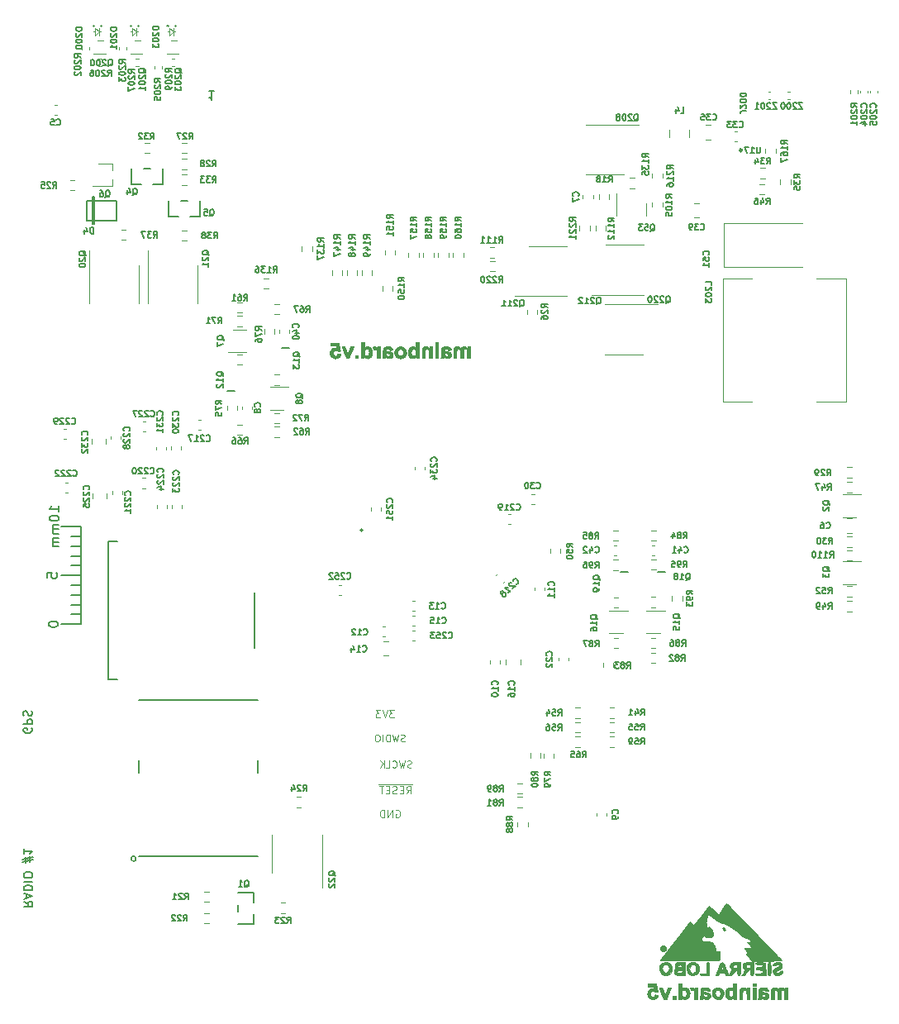
<source format=gbo>
G04 #@! TF.GenerationSoftware,KiCad,Pcbnew,(6.0.5)*
G04 #@! TF.CreationDate,2022-06-17T11:51:42-04:00*
G04 #@! TF.ProjectId,mainboard,6d61696e-626f-4617-9264-2e6b69636164,rev?*
G04 #@! TF.SameCoordinates,Original*
G04 #@! TF.FileFunction,Legend,Bot*
G04 #@! TF.FilePolarity,Positive*
%FSLAX46Y46*%
G04 Gerber Fmt 4.6, Leading zero omitted, Abs format (unit mm)*
G04 Created by KiCad (PCBNEW (6.0.5)) date 2022-06-17 11:51:42*
%MOMM*%
%LPD*%
G01*
G04 APERTURE LIST*
%ADD10C,0.200000*%
%ADD11C,0.127000*%
%ADD12C,0.121920*%
%ADD13C,0.150000*%
%ADD14C,0.120000*%
%ADD15C,0.203200*%
%ADD16C,0.152400*%
%ADD17C,0.250000*%
%ADD18C,0.060000*%
%ADD19C,0.010000*%
G04 APERTURE END LIST*
D10*
X79273400Y-98856800D02*
G75*
G03*
X79273400Y-98856800I-127000J0D01*
G01*
D11*
X44517733Y-136912350D02*
X44941066Y-137208683D01*
X44517733Y-137420350D02*
X45406733Y-137420350D01*
X45406733Y-137081683D01*
X45364400Y-136997016D01*
X45322066Y-136954683D01*
X45237400Y-136912350D01*
X45110400Y-136912350D01*
X45025733Y-136954683D01*
X44983400Y-136997016D01*
X44941066Y-137081683D01*
X44941066Y-137420350D01*
X44771733Y-136573683D02*
X44771733Y-136150350D01*
X44517733Y-136658350D02*
X45406733Y-136362016D01*
X44517733Y-136065683D01*
X44517733Y-135769350D02*
X45406733Y-135769350D01*
X45406733Y-135557683D01*
X45364400Y-135430683D01*
X45279733Y-135346016D01*
X45195066Y-135303683D01*
X45025733Y-135261350D01*
X44898733Y-135261350D01*
X44729400Y-135303683D01*
X44644733Y-135346016D01*
X44560066Y-135430683D01*
X44517733Y-135557683D01*
X44517733Y-135769350D01*
X44517733Y-134880350D02*
X45406733Y-134880350D01*
X45406733Y-134287683D02*
X45406733Y-134118350D01*
X45364400Y-134033683D01*
X45279733Y-133949016D01*
X45110400Y-133906683D01*
X44814066Y-133906683D01*
X44644733Y-133949016D01*
X44560066Y-134033683D01*
X44517733Y-134118350D01*
X44517733Y-134287683D01*
X44560066Y-134372350D01*
X44644733Y-134457016D01*
X44814066Y-134499350D01*
X45110400Y-134499350D01*
X45279733Y-134457016D01*
X45364400Y-134372350D01*
X45406733Y-134287683D01*
X45110400Y-132890683D02*
X45110400Y-132255683D01*
X45491400Y-132636683D02*
X44348400Y-132890683D01*
X44729400Y-132340350D02*
X44729400Y-132975350D01*
X44348400Y-132594350D02*
X45491400Y-132340350D01*
X44517733Y-131493683D02*
X44517733Y-132001683D01*
X44517733Y-131747683D02*
X45406733Y-131747683D01*
X45279733Y-131832350D01*
X45195066Y-131917016D01*
X45152733Y-132001683D01*
D12*
X84369752Y-124875544D02*
X83597592Y-124875544D01*
X83744670Y-125865747D02*
X84002057Y-125498052D01*
X84185905Y-125865747D02*
X84185905Y-125093587D01*
X83891748Y-125093587D01*
X83818209Y-125130357D01*
X83781440Y-125167126D01*
X83744670Y-125240665D01*
X83744670Y-125350974D01*
X83781440Y-125424513D01*
X83818209Y-125461282D01*
X83891748Y-125498052D01*
X84185905Y-125498052D01*
X83597592Y-124875544D02*
X82898971Y-124875544D01*
X83413745Y-125461282D02*
X83156358Y-125461282D01*
X83046049Y-125865747D02*
X83413745Y-125865747D01*
X83413745Y-125093587D01*
X83046049Y-125093587D01*
X82898971Y-124875544D02*
X82163581Y-124875544D01*
X82751893Y-125828977D02*
X82641585Y-125865747D01*
X82457737Y-125865747D01*
X82384198Y-125828977D01*
X82347428Y-125792208D01*
X82310659Y-125718669D01*
X82310659Y-125645130D01*
X82347428Y-125571591D01*
X82384198Y-125534821D01*
X82457737Y-125498052D01*
X82604815Y-125461282D01*
X82678354Y-125424513D01*
X82715124Y-125387743D01*
X82751893Y-125314204D01*
X82751893Y-125240665D01*
X82715124Y-125167126D01*
X82678354Y-125130357D01*
X82604815Y-125093587D01*
X82420968Y-125093587D01*
X82310659Y-125130357D01*
X82163581Y-124875544D02*
X81464960Y-124875544D01*
X81979733Y-125461282D02*
X81722347Y-125461282D01*
X81612038Y-125865747D02*
X81979733Y-125865747D01*
X81979733Y-125093587D01*
X81612038Y-125093587D01*
X81464960Y-124875544D02*
X80876648Y-124875544D01*
X81391421Y-125093587D02*
X80950187Y-125093587D01*
X81170804Y-125865747D02*
X81170804Y-125093587D01*
X84229448Y-123147666D02*
X84127848Y-123181533D01*
X83958514Y-123181533D01*
X83890781Y-123147666D01*
X83856914Y-123113800D01*
X83823048Y-123046066D01*
X83823048Y-122978333D01*
X83856914Y-122910600D01*
X83890781Y-122876733D01*
X83958514Y-122842866D01*
X84093981Y-122809000D01*
X84161714Y-122775133D01*
X84195581Y-122741266D01*
X84229448Y-122673533D01*
X84229448Y-122605800D01*
X84195581Y-122538066D01*
X84161714Y-122504200D01*
X84093981Y-122470333D01*
X83924648Y-122470333D01*
X83823048Y-122504200D01*
X83585981Y-122470333D02*
X83416648Y-123181533D01*
X83281181Y-122673533D01*
X83145714Y-123181533D01*
X82976381Y-122470333D01*
X82299048Y-123113800D02*
X82332914Y-123147666D01*
X82434514Y-123181533D01*
X82502248Y-123181533D01*
X82603848Y-123147666D01*
X82671581Y-123079933D01*
X82705448Y-123012200D01*
X82739314Y-122876733D01*
X82739314Y-122775133D01*
X82705448Y-122639666D01*
X82671581Y-122571933D01*
X82603848Y-122504200D01*
X82502248Y-122470333D01*
X82434514Y-122470333D01*
X82332914Y-122504200D01*
X82299048Y-122538066D01*
X81655581Y-123181533D02*
X81994248Y-123181533D01*
X81994248Y-122470333D01*
X81418514Y-123181533D02*
X81418514Y-122470333D01*
X81012114Y-123181533D02*
X81316914Y-122775133D01*
X81012114Y-122470333D02*
X81418514Y-122876733D01*
X82467171Y-117304321D02*
X81989168Y-117304321D01*
X82246554Y-117598477D01*
X82136246Y-117598477D01*
X82062707Y-117635247D01*
X82025937Y-117672016D01*
X81989168Y-117745555D01*
X81989168Y-117929403D01*
X82025937Y-118002942D01*
X82062707Y-118039711D01*
X82136246Y-118076481D01*
X82356863Y-118076481D01*
X82430402Y-118039711D01*
X82467171Y-118002942D01*
X81768550Y-117304321D02*
X81511164Y-118076481D01*
X81253777Y-117304321D01*
X81069929Y-117304321D02*
X80591926Y-117304321D01*
X80849312Y-117598477D01*
X80739004Y-117598477D01*
X80665465Y-117635247D01*
X80628695Y-117672016D01*
X80591926Y-117745555D01*
X80591926Y-117929403D01*
X80628695Y-118002942D01*
X80665465Y-118039711D01*
X80739004Y-118076481D01*
X80959621Y-118076481D01*
X81033160Y-118039711D01*
X81069929Y-118002942D01*
X83543648Y-120480666D02*
X83442048Y-120514533D01*
X83272714Y-120514533D01*
X83204981Y-120480666D01*
X83171114Y-120446800D01*
X83137248Y-120379066D01*
X83137248Y-120311333D01*
X83171114Y-120243600D01*
X83204981Y-120209733D01*
X83272714Y-120175866D01*
X83408181Y-120142000D01*
X83475914Y-120108133D01*
X83509781Y-120074266D01*
X83543648Y-120006533D01*
X83543648Y-119938800D01*
X83509781Y-119871066D01*
X83475914Y-119837200D01*
X83408181Y-119803333D01*
X83238848Y-119803333D01*
X83137248Y-119837200D01*
X82900181Y-119803333D02*
X82730848Y-120514533D01*
X82595381Y-120006533D01*
X82459914Y-120514533D01*
X82290581Y-119803333D01*
X82019648Y-120514533D02*
X82019648Y-119803333D01*
X81850314Y-119803333D01*
X81748714Y-119837200D01*
X81680981Y-119904933D01*
X81647114Y-119972666D01*
X81613248Y-120108133D01*
X81613248Y-120209733D01*
X81647114Y-120345200D01*
X81680981Y-120412933D01*
X81748714Y-120480666D01*
X81850314Y-120514533D01*
X82019648Y-120514533D01*
X81308448Y-120514533D02*
X81308448Y-119803333D01*
X80834314Y-119803333D02*
X80698848Y-119803333D01*
X80631114Y-119837200D01*
X80563381Y-119904933D01*
X80529514Y-120040400D01*
X80529514Y-120277466D01*
X80563381Y-120412933D01*
X80631114Y-120480666D01*
X80698848Y-120514533D01*
X80834314Y-120514533D01*
X80902048Y-120480666D01*
X80969781Y-120412933D01*
X81003648Y-120277466D01*
X81003648Y-120040400D01*
X80969781Y-119904933D01*
X80902048Y-119837200D01*
X80834314Y-119803333D01*
X82641585Y-127551891D02*
X82715124Y-127515121D01*
X82825432Y-127515121D01*
X82935741Y-127551891D01*
X83009280Y-127625430D01*
X83046049Y-127698969D01*
X83082819Y-127846047D01*
X83082819Y-127956355D01*
X83046049Y-128103433D01*
X83009280Y-128176972D01*
X82935741Y-128250511D01*
X82825432Y-128287281D01*
X82751893Y-128287281D01*
X82641585Y-128250511D01*
X82604815Y-128213742D01*
X82604815Y-127956355D01*
X82751893Y-127956355D01*
X82273889Y-128287281D02*
X82273889Y-127515121D01*
X81832655Y-128287281D01*
X81832655Y-127515121D01*
X81464960Y-128287281D02*
X81464960Y-127515121D01*
X81281112Y-127515121D01*
X81170804Y-127551891D01*
X81097265Y-127625430D01*
X81060495Y-127698969D01*
X81023726Y-127846047D01*
X81023726Y-127956355D01*
X81060495Y-128103433D01*
X81097265Y-128176972D01*
X81170804Y-128250511D01*
X81281112Y-128287281D01*
X81464960Y-128287281D01*
D11*
X45313600Y-119174683D02*
X45355933Y-119259350D01*
X45355933Y-119386350D01*
X45313600Y-119513350D01*
X45228933Y-119598016D01*
X45144266Y-119640350D01*
X44974933Y-119682683D01*
X44847933Y-119682683D01*
X44678600Y-119640350D01*
X44593933Y-119598016D01*
X44509266Y-119513350D01*
X44466933Y-119386350D01*
X44466933Y-119301683D01*
X44509266Y-119174683D01*
X44551600Y-119132350D01*
X44847933Y-119132350D01*
X44847933Y-119301683D01*
X44466933Y-118751350D02*
X45355933Y-118751350D01*
X45355933Y-118412683D01*
X45313600Y-118328016D01*
X45271266Y-118285683D01*
X45186600Y-118243350D01*
X45059600Y-118243350D01*
X44974933Y-118285683D01*
X44932600Y-118328016D01*
X44890266Y-118412683D01*
X44890266Y-118751350D01*
X44509266Y-117904683D02*
X44466933Y-117777683D01*
X44466933Y-117566016D01*
X44509266Y-117481350D01*
X44551600Y-117439016D01*
X44636266Y-117396683D01*
X44720933Y-117396683D01*
X44805600Y-117439016D01*
X44847933Y-117481350D01*
X44890266Y-117566016D01*
X44932600Y-117735350D01*
X44974933Y-117820016D01*
X45017266Y-117862350D01*
X45101933Y-117904683D01*
X45186600Y-117904683D01*
X45271266Y-117862350D01*
X45313600Y-117820016D01*
X45355933Y-117735350D01*
X45355933Y-117523683D01*
X45313600Y-117396683D01*
X64033400Y-53877633D02*
X63525400Y-53877633D01*
X63779400Y-53877633D02*
X63779400Y-54766633D01*
X63694733Y-54639633D01*
X63610066Y-54554966D01*
X63525400Y-54512633D01*
X114993661Y-73762204D02*
X114993661Y-73459823D01*
X114358661Y-73459823D01*
X114419138Y-73943633D02*
X114388900Y-73973871D01*
X114358661Y-74034347D01*
X114358661Y-74185538D01*
X114388900Y-74246014D01*
X114419138Y-74276252D01*
X114479614Y-74306490D01*
X114540090Y-74306490D01*
X114630804Y-74276252D01*
X114993661Y-73913395D01*
X114993661Y-74306490D01*
X114358661Y-74699585D02*
X114358661Y-74760061D01*
X114388900Y-74820538D01*
X114419138Y-74850776D01*
X114479614Y-74881014D01*
X114600566Y-74911252D01*
X114751757Y-74911252D01*
X114872709Y-74881014D01*
X114933185Y-74850776D01*
X114963423Y-74820538D01*
X114993661Y-74760061D01*
X114993661Y-74699585D01*
X114963423Y-74639109D01*
X114933185Y-74608871D01*
X114872709Y-74578633D01*
X114751757Y-74548395D01*
X114600566Y-74548395D01*
X114479614Y-74578633D01*
X114419138Y-74608871D01*
X114388900Y-74639109D01*
X114358661Y-74699585D01*
X114358661Y-75122919D02*
X114358661Y-75516014D01*
X114600566Y-75304347D01*
X114600566Y-75395061D01*
X114630804Y-75455538D01*
X114661042Y-75485776D01*
X114721519Y-75516014D01*
X114872709Y-75516014D01*
X114933185Y-75485776D01*
X114963423Y-75455538D01*
X114993661Y-75395061D01*
X114993661Y-75213633D01*
X114963423Y-75153157D01*
X114933185Y-75122919D01*
X122773661Y-59284204D02*
X122471280Y-59072538D01*
X122773661Y-58921347D02*
X122138661Y-58921347D01*
X122138661Y-59163252D01*
X122168900Y-59223728D01*
X122199138Y-59253966D01*
X122259614Y-59284204D01*
X122350328Y-59284204D01*
X122410804Y-59253966D01*
X122441042Y-59223728D01*
X122471280Y-59163252D01*
X122471280Y-58921347D01*
X122773661Y-59888966D02*
X122773661Y-59526109D01*
X122773661Y-59707538D02*
X122138661Y-59707538D01*
X122229376Y-59647061D01*
X122289852Y-59586585D01*
X122320090Y-59526109D01*
X122138661Y-60433252D02*
X122138661Y-60312300D01*
X122168900Y-60251823D01*
X122199138Y-60221585D01*
X122289852Y-60161109D01*
X122410804Y-60130871D01*
X122652709Y-60130871D01*
X122713185Y-60161109D01*
X122743423Y-60191347D01*
X122773661Y-60251823D01*
X122773661Y-60372776D01*
X122743423Y-60433252D01*
X122713185Y-60463490D01*
X122652709Y-60493728D01*
X122501519Y-60493728D01*
X122441042Y-60463490D01*
X122410804Y-60433252D01*
X122380566Y-60372776D01*
X122380566Y-60251823D01*
X122410804Y-60191347D01*
X122441042Y-60161109D01*
X122501519Y-60130871D01*
X122138661Y-60705395D02*
X122138661Y-61128728D01*
X122773661Y-60856585D01*
X63982614Y-68977061D02*
X64194280Y-68674680D01*
X64345471Y-68977061D02*
X64345471Y-68342061D01*
X64103566Y-68342061D01*
X64043090Y-68372300D01*
X64012852Y-68402538D01*
X63982614Y-68463014D01*
X63982614Y-68553728D01*
X64012852Y-68614204D01*
X64043090Y-68644442D01*
X64103566Y-68674680D01*
X64345471Y-68674680D01*
X63770947Y-68342061D02*
X63377852Y-68342061D01*
X63589519Y-68583966D01*
X63498804Y-68583966D01*
X63438328Y-68614204D01*
X63408090Y-68644442D01*
X63377852Y-68704919D01*
X63377852Y-68856109D01*
X63408090Y-68916585D01*
X63438328Y-68946823D01*
X63498804Y-68977061D01*
X63680233Y-68977061D01*
X63740709Y-68946823D01*
X63770947Y-68916585D01*
X63014995Y-68614204D02*
X63075471Y-68583966D01*
X63105709Y-68553728D01*
X63135947Y-68493252D01*
X63135947Y-68463014D01*
X63105709Y-68402538D01*
X63075471Y-68372300D01*
X63014995Y-68342061D01*
X62894042Y-68342061D01*
X62833566Y-68372300D01*
X62803328Y-68402538D01*
X62773090Y-68463014D01*
X62773090Y-68493252D01*
X62803328Y-68553728D01*
X62833566Y-68583966D01*
X62894042Y-68614204D01*
X63014995Y-68614204D01*
X63075471Y-68644442D01*
X63105709Y-68674680D01*
X63135947Y-68735157D01*
X63135947Y-68856109D01*
X63105709Y-68916585D01*
X63075471Y-68946823D01*
X63014995Y-68977061D01*
X62894042Y-68977061D01*
X62833566Y-68946823D01*
X62803328Y-68916585D01*
X62773090Y-68856109D01*
X62773090Y-68735157D01*
X62803328Y-68674680D01*
X62833566Y-68644442D01*
X62894042Y-68614204D01*
X63552326Y-66688038D02*
X63612802Y-66657800D01*
X63673278Y-66597323D01*
X63763992Y-66506609D01*
X63824469Y-66476371D01*
X63884945Y-66476371D01*
X63854707Y-66627561D02*
X63915183Y-66597323D01*
X63975659Y-66536847D01*
X64005897Y-66415895D01*
X64005897Y-66204228D01*
X63975659Y-66083276D01*
X63915183Y-66022800D01*
X63854707Y-65992561D01*
X63733754Y-65992561D01*
X63673278Y-66022800D01*
X63612802Y-66083276D01*
X63582564Y-66204228D01*
X63582564Y-66415895D01*
X63612802Y-66536847D01*
X63673278Y-66597323D01*
X63733754Y-66627561D01*
X63854707Y-66627561D01*
X63008040Y-65992561D02*
X63310421Y-65992561D01*
X63340659Y-66294942D01*
X63310421Y-66264704D01*
X63249945Y-66234466D01*
X63098754Y-66234466D01*
X63038278Y-66264704D01*
X63008040Y-66294942D01*
X62977802Y-66355419D01*
X62977802Y-66506609D01*
X63008040Y-66567085D01*
X63038278Y-66597323D01*
X63098754Y-66627561D01*
X63249945Y-66627561D01*
X63310421Y-66597323D01*
X63340659Y-66567085D01*
X47498014Y-63820861D02*
X47709680Y-63518480D01*
X47860871Y-63820861D02*
X47860871Y-63185861D01*
X47618966Y-63185861D01*
X47558490Y-63216100D01*
X47528252Y-63246338D01*
X47498014Y-63306814D01*
X47498014Y-63397528D01*
X47528252Y-63458004D01*
X47558490Y-63488242D01*
X47618966Y-63518480D01*
X47860871Y-63518480D01*
X47256109Y-63246338D02*
X47225871Y-63216100D01*
X47165395Y-63185861D01*
X47014204Y-63185861D01*
X46953728Y-63216100D01*
X46923490Y-63246338D01*
X46893252Y-63306814D01*
X46893252Y-63367290D01*
X46923490Y-63458004D01*
X47286347Y-63820861D01*
X46893252Y-63820861D01*
X46318728Y-63185861D02*
X46621109Y-63185861D01*
X46651347Y-63488242D01*
X46621109Y-63458004D01*
X46560633Y-63427766D01*
X46409442Y-63427766D01*
X46348966Y-63458004D01*
X46318728Y-63488242D01*
X46288490Y-63548719D01*
X46288490Y-63699909D01*
X46318728Y-63760385D01*
X46348966Y-63790623D01*
X46409442Y-63820861D01*
X46560633Y-63820861D01*
X46621109Y-63790623D01*
X46651347Y-63760385D01*
X98834385Y-104531385D02*
X98864623Y-104501147D01*
X98894861Y-104410433D01*
X98894861Y-104349957D01*
X98864623Y-104259242D01*
X98804147Y-104198766D01*
X98743671Y-104168528D01*
X98622719Y-104138290D01*
X98532004Y-104138290D01*
X98411052Y-104168528D01*
X98350576Y-104198766D01*
X98290100Y-104259242D01*
X98259861Y-104349957D01*
X98259861Y-104410433D01*
X98290100Y-104501147D01*
X98320338Y-104531385D01*
X98894861Y-105136147D02*
X98894861Y-104773290D01*
X98894861Y-104954719D02*
X98259861Y-104954719D01*
X98350576Y-104894242D01*
X98411052Y-104833766D01*
X98441290Y-104773290D01*
X98894861Y-105740909D02*
X98894861Y-105378052D01*
X98894861Y-105559480D02*
X98259861Y-105559480D01*
X98350576Y-105499004D01*
X98411052Y-105438528D01*
X98441290Y-105378052D01*
X94757685Y-114704085D02*
X94787923Y-114673847D01*
X94818161Y-114583133D01*
X94818161Y-114522657D01*
X94787923Y-114431942D01*
X94727447Y-114371466D01*
X94666971Y-114341228D01*
X94546019Y-114310990D01*
X94455304Y-114310990D01*
X94334352Y-114341228D01*
X94273876Y-114371466D01*
X94213400Y-114431942D01*
X94183161Y-114522657D01*
X94183161Y-114583133D01*
X94213400Y-114673847D01*
X94243638Y-114704085D01*
X94818161Y-115308847D02*
X94818161Y-114945990D01*
X94818161Y-115127419D02*
X94183161Y-115127419D01*
X94273876Y-115066942D01*
X94334352Y-115006466D01*
X94364590Y-114945990D01*
X94183161Y-115853133D02*
X94183161Y-115732180D01*
X94213400Y-115671704D01*
X94243638Y-115641466D01*
X94334352Y-115580990D01*
X94455304Y-115550752D01*
X94697209Y-115550752D01*
X94757685Y-115580990D01*
X94787923Y-115611228D01*
X94818161Y-115671704D01*
X94818161Y-115792657D01*
X94787923Y-115853133D01*
X94757685Y-115883371D01*
X94697209Y-115913609D01*
X94546019Y-115913609D01*
X94485542Y-115883371D01*
X94455304Y-115853133D01*
X94425066Y-115792657D01*
X94425066Y-115671704D01*
X94455304Y-115611228D01*
X94485542Y-115580990D01*
X94546019Y-115550752D01*
X50893738Y-70731742D02*
X50863500Y-70671266D01*
X50803023Y-70610790D01*
X50712309Y-70520076D01*
X50682071Y-70459600D01*
X50682071Y-70399123D01*
X50833261Y-70429361D02*
X50803023Y-70368885D01*
X50742547Y-70308409D01*
X50621595Y-70278171D01*
X50409928Y-70278171D01*
X50288976Y-70308409D01*
X50228500Y-70368885D01*
X50198261Y-70429361D01*
X50198261Y-70550314D01*
X50228500Y-70610790D01*
X50288976Y-70671266D01*
X50409928Y-70701504D01*
X50621595Y-70701504D01*
X50742547Y-70671266D01*
X50803023Y-70610790D01*
X50833261Y-70550314D01*
X50833261Y-70429361D01*
X50258738Y-70943409D02*
X50228500Y-70973647D01*
X50198261Y-71034123D01*
X50198261Y-71185314D01*
X50228500Y-71245790D01*
X50258738Y-71276028D01*
X50319214Y-71306266D01*
X50379690Y-71306266D01*
X50470404Y-71276028D01*
X50833261Y-70913171D01*
X50833261Y-71306266D01*
X50198261Y-71699361D02*
X50198261Y-71759838D01*
X50228500Y-71820314D01*
X50258738Y-71850552D01*
X50319214Y-71880790D01*
X50440166Y-71911028D01*
X50591357Y-71911028D01*
X50712309Y-71880790D01*
X50772785Y-71850552D01*
X50803023Y-71820314D01*
X50833261Y-71759838D01*
X50833261Y-71699361D01*
X50803023Y-71638885D01*
X50772785Y-71608647D01*
X50712309Y-71578409D01*
X50591357Y-71548171D01*
X50440166Y-71548171D01*
X50319214Y-71578409D01*
X50258738Y-71608647D01*
X50228500Y-71638885D01*
X50198261Y-71699361D01*
X61442614Y-58817061D02*
X61654280Y-58514680D01*
X61805471Y-58817061D02*
X61805471Y-58182061D01*
X61563566Y-58182061D01*
X61503090Y-58212300D01*
X61472852Y-58242538D01*
X61442614Y-58303014D01*
X61442614Y-58393728D01*
X61472852Y-58454204D01*
X61503090Y-58484442D01*
X61563566Y-58514680D01*
X61805471Y-58514680D01*
X61200709Y-58242538D02*
X61170471Y-58212300D01*
X61109995Y-58182061D01*
X60958804Y-58182061D01*
X60898328Y-58212300D01*
X60868090Y-58242538D01*
X60837852Y-58303014D01*
X60837852Y-58363490D01*
X60868090Y-58454204D01*
X61230947Y-58817061D01*
X60837852Y-58817061D01*
X60626185Y-58182061D02*
X60202852Y-58182061D01*
X60474995Y-58817061D01*
X55678326Y-64529038D02*
X55738802Y-64498800D01*
X55799278Y-64438323D01*
X55889992Y-64347609D01*
X55950469Y-64317371D01*
X56010945Y-64317371D01*
X55980707Y-64468561D02*
X56041183Y-64438323D01*
X56101659Y-64377847D01*
X56131897Y-64256895D01*
X56131897Y-64045228D01*
X56101659Y-63924276D01*
X56041183Y-63863800D01*
X55980707Y-63833561D01*
X55859754Y-63833561D01*
X55799278Y-63863800D01*
X55738802Y-63924276D01*
X55708564Y-64045228D01*
X55708564Y-64256895D01*
X55738802Y-64377847D01*
X55799278Y-64438323D01*
X55859754Y-64468561D01*
X55980707Y-64468561D01*
X55164278Y-64045228D02*
X55164278Y-64468561D01*
X55315469Y-63803323D02*
X55466659Y-64256895D01*
X55073564Y-64256895D01*
X57810414Y-68900861D02*
X58022080Y-68598480D01*
X58173271Y-68900861D02*
X58173271Y-68265861D01*
X57931366Y-68265861D01*
X57870890Y-68296100D01*
X57840652Y-68326338D01*
X57810414Y-68386814D01*
X57810414Y-68477528D01*
X57840652Y-68538004D01*
X57870890Y-68568242D01*
X57931366Y-68598480D01*
X58173271Y-68598480D01*
X57598747Y-68265861D02*
X57205652Y-68265861D01*
X57417319Y-68507766D01*
X57326604Y-68507766D01*
X57266128Y-68538004D01*
X57235890Y-68568242D01*
X57205652Y-68628719D01*
X57205652Y-68779909D01*
X57235890Y-68840385D01*
X57266128Y-68870623D01*
X57326604Y-68900861D01*
X57508033Y-68900861D01*
X57568509Y-68870623D01*
X57598747Y-68840385D01*
X56993985Y-68265861D02*
X56570652Y-68265861D01*
X56842795Y-68900861D01*
X63492138Y-70680942D02*
X63461900Y-70620466D01*
X63401423Y-70559990D01*
X63310709Y-70469276D01*
X63280471Y-70408800D01*
X63280471Y-70348323D01*
X63431661Y-70378561D02*
X63401423Y-70318085D01*
X63340947Y-70257609D01*
X63219995Y-70227371D01*
X63008328Y-70227371D01*
X62887376Y-70257609D01*
X62826900Y-70318085D01*
X62796661Y-70378561D01*
X62796661Y-70499514D01*
X62826900Y-70559990D01*
X62887376Y-70620466D01*
X63008328Y-70650704D01*
X63219995Y-70650704D01*
X63340947Y-70620466D01*
X63401423Y-70559990D01*
X63431661Y-70499514D01*
X63431661Y-70378561D01*
X62857138Y-70892609D02*
X62826900Y-70922847D01*
X62796661Y-70983323D01*
X62796661Y-71134514D01*
X62826900Y-71194990D01*
X62857138Y-71225228D01*
X62917614Y-71255466D01*
X62978090Y-71255466D01*
X63068804Y-71225228D01*
X63431661Y-70862371D01*
X63431661Y-71255466D01*
X63431661Y-71860228D02*
X63431661Y-71497371D01*
X63431661Y-71678800D02*
X62796661Y-71678800D01*
X62887376Y-71618323D01*
X62947852Y-71557847D01*
X62978090Y-71497371D01*
X76446138Y-134282542D02*
X76415900Y-134222066D01*
X76355423Y-134161590D01*
X76264709Y-134070876D01*
X76234471Y-134010400D01*
X76234471Y-133949923D01*
X76385661Y-133980161D02*
X76355423Y-133919685D01*
X76294947Y-133859209D01*
X76173995Y-133828971D01*
X75962328Y-133828971D01*
X75841376Y-133859209D01*
X75780900Y-133919685D01*
X75750661Y-133980161D01*
X75750661Y-134101114D01*
X75780900Y-134161590D01*
X75841376Y-134222066D01*
X75962328Y-134252304D01*
X76173995Y-134252304D01*
X76294947Y-134222066D01*
X76355423Y-134161590D01*
X76385661Y-134101114D01*
X76385661Y-133980161D01*
X75811138Y-134494209D02*
X75780900Y-134524447D01*
X75750661Y-134584923D01*
X75750661Y-134736114D01*
X75780900Y-134796590D01*
X75811138Y-134826828D01*
X75871614Y-134857066D01*
X75932090Y-134857066D01*
X76022804Y-134826828D01*
X76385661Y-134463971D01*
X76385661Y-134857066D01*
X75811138Y-135098971D02*
X75780900Y-135129209D01*
X75750661Y-135189685D01*
X75750661Y-135340876D01*
X75780900Y-135401352D01*
X75811138Y-135431590D01*
X75871614Y-135461828D01*
X75932090Y-135461828D01*
X76022804Y-135431590D01*
X76385661Y-135068733D01*
X76385661Y-135461828D01*
X60885614Y-138895061D02*
X61097280Y-138592680D01*
X61248471Y-138895061D02*
X61248471Y-138260061D01*
X61006566Y-138260061D01*
X60946090Y-138290300D01*
X60915852Y-138320538D01*
X60885614Y-138381014D01*
X60885614Y-138471728D01*
X60915852Y-138532204D01*
X60946090Y-138562442D01*
X61006566Y-138592680D01*
X61248471Y-138592680D01*
X60643709Y-138320538D02*
X60613471Y-138290300D01*
X60552995Y-138260061D01*
X60401804Y-138260061D01*
X60341328Y-138290300D01*
X60311090Y-138320538D01*
X60280852Y-138381014D01*
X60280852Y-138441490D01*
X60311090Y-138532204D01*
X60673947Y-138895061D01*
X60280852Y-138895061D01*
X60038947Y-138320538D02*
X60008709Y-138290300D01*
X59948233Y-138260061D01*
X59797042Y-138260061D01*
X59736566Y-138290300D01*
X59706328Y-138320538D01*
X59676090Y-138381014D01*
X59676090Y-138441490D01*
X59706328Y-138532204D01*
X60069185Y-138895061D01*
X59676090Y-138895061D01*
X61007452Y-136679918D02*
X61219118Y-136377537D01*
X61370309Y-136679918D02*
X61370309Y-136044918D01*
X61128404Y-136044918D01*
X61067928Y-136075157D01*
X61037690Y-136105395D01*
X61007452Y-136165871D01*
X61007452Y-136256585D01*
X61037690Y-136317061D01*
X61067928Y-136347299D01*
X61128404Y-136377537D01*
X61370309Y-136377537D01*
X60765547Y-136105395D02*
X60735309Y-136075157D01*
X60674833Y-136044918D01*
X60523642Y-136044918D01*
X60463166Y-136075157D01*
X60432928Y-136105395D01*
X60402690Y-136165871D01*
X60402690Y-136226347D01*
X60432928Y-136317061D01*
X60795785Y-136679918D01*
X60402690Y-136679918D01*
X59797928Y-136679918D02*
X60160785Y-136679918D01*
X59979357Y-136679918D02*
X59979357Y-136044918D01*
X60039833Y-136135633D01*
X60100309Y-136196109D01*
X60160785Y-136226347D01*
X71502814Y-139123661D02*
X71714480Y-138821280D01*
X71865671Y-139123661D02*
X71865671Y-138488661D01*
X71623766Y-138488661D01*
X71563290Y-138518900D01*
X71533052Y-138549138D01*
X71502814Y-138609614D01*
X71502814Y-138700328D01*
X71533052Y-138760804D01*
X71563290Y-138791042D01*
X71623766Y-138821280D01*
X71865671Y-138821280D01*
X71260909Y-138549138D02*
X71230671Y-138518900D01*
X71170195Y-138488661D01*
X71019004Y-138488661D01*
X70958528Y-138518900D01*
X70928290Y-138549138D01*
X70898052Y-138609614D01*
X70898052Y-138670090D01*
X70928290Y-138760804D01*
X71291147Y-139123661D01*
X70898052Y-139123661D01*
X70686385Y-138488661D02*
X70293290Y-138488661D01*
X70504957Y-138730566D01*
X70414242Y-138730566D01*
X70353766Y-138760804D01*
X70323528Y-138791042D01*
X70293290Y-138851519D01*
X70293290Y-139002709D01*
X70323528Y-139063185D01*
X70353766Y-139093423D01*
X70414242Y-139123661D01*
X70595671Y-139123661D01*
X70656147Y-139093423D01*
X70686385Y-139063185D01*
X67122826Y-135437638D02*
X67183302Y-135407400D01*
X67243778Y-135346923D01*
X67334492Y-135256209D01*
X67394969Y-135225971D01*
X67455445Y-135225971D01*
X67425207Y-135377161D02*
X67485683Y-135346923D01*
X67546159Y-135286447D01*
X67576397Y-135165495D01*
X67576397Y-134953828D01*
X67546159Y-134832876D01*
X67485683Y-134772400D01*
X67425207Y-134742161D01*
X67304254Y-134742161D01*
X67243778Y-134772400D01*
X67183302Y-134832876D01*
X67153064Y-134953828D01*
X67153064Y-135165495D01*
X67183302Y-135286447D01*
X67243778Y-135346923D01*
X67304254Y-135377161D01*
X67425207Y-135377161D01*
X66548302Y-135377161D02*
X66911159Y-135377161D01*
X66729730Y-135377161D02*
X66729730Y-134742161D01*
X66790207Y-134832876D01*
X66850683Y-134893352D01*
X66911159Y-134923590D01*
X87327014Y-106855985D02*
X87357252Y-106886223D01*
X87447966Y-106916461D01*
X87508442Y-106916461D01*
X87599157Y-106886223D01*
X87659633Y-106825747D01*
X87689871Y-106765271D01*
X87720109Y-106644319D01*
X87720109Y-106553604D01*
X87689871Y-106432652D01*
X87659633Y-106372176D01*
X87599157Y-106311700D01*
X87508442Y-106281461D01*
X87447966Y-106281461D01*
X87357252Y-106311700D01*
X87327014Y-106341938D01*
X86722252Y-106916461D02*
X87085109Y-106916461D01*
X86903680Y-106916461D02*
X86903680Y-106281461D01*
X86964157Y-106372176D01*
X87024633Y-106432652D01*
X87085109Y-106462890D01*
X86510585Y-106281461D02*
X86117490Y-106281461D01*
X86329157Y-106523366D01*
X86238442Y-106523366D01*
X86177966Y-106553604D01*
X86147728Y-106583842D01*
X86117490Y-106644319D01*
X86117490Y-106795509D01*
X86147728Y-106855985D01*
X86177966Y-106886223D01*
X86238442Y-106916461D01*
X86419871Y-106916461D01*
X86480347Y-106886223D01*
X86510585Y-106855985D01*
X93043185Y-114691385D02*
X93073423Y-114661147D01*
X93103661Y-114570433D01*
X93103661Y-114509957D01*
X93073423Y-114419242D01*
X93012947Y-114358766D01*
X92952471Y-114328528D01*
X92831519Y-114298290D01*
X92740804Y-114298290D01*
X92619852Y-114328528D01*
X92559376Y-114358766D01*
X92498900Y-114419242D01*
X92468661Y-114509957D01*
X92468661Y-114570433D01*
X92498900Y-114661147D01*
X92529138Y-114691385D01*
X93103661Y-115296147D02*
X93103661Y-114933290D01*
X93103661Y-115114719D02*
X92468661Y-115114719D01*
X92559376Y-115054242D01*
X92619852Y-114993766D01*
X92650090Y-114933290D01*
X92468661Y-115689242D02*
X92468661Y-115749719D01*
X92498900Y-115810195D01*
X92529138Y-115840433D01*
X92589614Y-115870671D01*
X92710566Y-115900909D01*
X92861757Y-115900909D01*
X92982709Y-115870671D01*
X93043185Y-115840433D01*
X93073423Y-115810195D01*
X93103661Y-115749719D01*
X93103661Y-115689242D01*
X93073423Y-115628766D01*
X93043185Y-115598528D01*
X92982709Y-115568290D01*
X92861757Y-115538052D01*
X92710566Y-115538052D01*
X92589614Y-115568290D01*
X92529138Y-115598528D01*
X92498900Y-115628766D01*
X92468661Y-115689242D01*
X79351414Y-109548385D02*
X79381652Y-109578623D01*
X79472366Y-109608861D01*
X79532842Y-109608861D01*
X79623557Y-109578623D01*
X79684033Y-109518147D01*
X79714271Y-109457671D01*
X79744509Y-109336719D01*
X79744509Y-109246004D01*
X79714271Y-109125052D01*
X79684033Y-109064576D01*
X79623557Y-109004100D01*
X79532842Y-108973861D01*
X79472366Y-108973861D01*
X79381652Y-109004100D01*
X79351414Y-109034338D01*
X78746652Y-109608861D02*
X79109509Y-109608861D01*
X78928080Y-109608861D02*
X78928080Y-108973861D01*
X78988557Y-109064576D01*
X79049033Y-109125052D01*
X79109509Y-109155290D01*
X78504747Y-109034338D02*
X78474509Y-109004100D01*
X78414033Y-108973861D01*
X78262842Y-108973861D01*
X78202366Y-109004100D01*
X78172128Y-109034338D01*
X78141890Y-109094814D01*
X78141890Y-109155290D01*
X78172128Y-109246004D01*
X78534985Y-109608861D01*
X78141890Y-109608861D01*
X119988390Y-59596261D02*
X119988390Y-60110309D01*
X119958152Y-60170785D01*
X119927914Y-60201023D01*
X119867438Y-60231261D01*
X119746485Y-60231261D01*
X119686009Y-60201023D01*
X119655771Y-60170785D01*
X119625533Y-60110309D01*
X119625533Y-59596261D01*
X118990533Y-60231261D02*
X119353390Y-60231261D01*
X119171961Y-60231261D02*
X119171961Y-59596261D01*
X119232438Y-59686976D01*
X119292914Y-59747452D01*
X119353390Y-59777690D01*
X118778866Y-59596261D02*
X118355533Y-59596261D01*
X118627676Y-60231261D01*
X115116614Y-56779885D02*
X115146852Y-56810123D01*
X115237566Y-56840361D01*
X115298042Y-56840361D01*
X115388757Y-56810123D01*
X115449233Y-56749647D01*
X115479471Y-56689171D01*
X115509709Y-56568219D01*
X115509709Y-56477504D01*
X115479471Y-56356552D01*
X115449233Y-56296076D01*
X115388757Y-56235600D01*
X115298042Y-56205361D01*
X115237566Y-56205361D01*
X115146852Y-56235600D01*
X115116614Y-56265838D01*
X114904947Y-56205361D02*
X114511852Y-56205361D01*
X114723519Y-56447266D01*
X114632804Y-56447266D01*
X114572328Y-56477504D01*
X114542090Y-56507742D01*
X114511852Y-56568219D01*
X114511852Y-56719409D01*
X114542090Y-56779885D01*
X114572328Y-56810123D01*
X114632804Y-56840361D01*
X114814233Y-56840361D01*
X114874709Y-56810123D01*
X114904947Y-56779885D01*
X113937328Y-56205361D02*
X114239709Y-56205361D01*
X114269947Y-56507742D01*
X114239709Y-56477504D01*
X114179233Y-56447266D01*
X114028042Y-56447266D01*
X113967566Y-56477504D01*
X113937328Y-56507742D01*
X113907090Y-56568219D01*
X113907090Y-56719409D01*
X113937328Y-56779885D01*
X113967566Y-56810123D01*
X114028042Y-56840361D01*
X114179233Y-56840361D01*
X114239709Y-56810123D01*
X114269947Y-56779885D01*
X124071661Y-62786985D02*
X123769280Y-62575319D01*
X124071661Y-62424128D02*
X123436661Y-62424128D01*
X123436661Y-62666033D01*
X123466900Y-62726509D01*
X123497138Y-62756747D01*
X123557614Y-62786985D01*
X123648328Y-62786985D01*
X123708804Y-62756747D01*
X123739042Y-62726509D01*
X123769280Y-62666033D01*
X123769280Y-62424128D01*
X123436661Y-62998652D02*
X123436661Y-63391747D01*
X123678566Y-63180080D01*
X123678566Y-63270795D01*
X123708804Y-63331271D01*
X123739042Y-63361509D01*
X123799519Y-63391747D01*
X123950709Y-63391747D01*
X124011185Y-63361509D01*
X124041423Y-63331271D01*
X124071661Y-63270795D01*
X124071661Y-63089366D01*
X124041423Y-63028890D01*
X124011185Y-62998652D01*
X123436661Y-63966271D02*
X123436661Y-63663890D01*
X123739042Y-63633652D01*
X123708804Y-63663890D01*
X123678566Y-63724366D01*
X123678566Y-63875557D01*
X123708804Y-63936033D01*
X123739042Y-63966271D01*
X123799519Y-63996509D01*
X123950709Y-63996509D01*
X124011185Y-63966271D01*
X124041423Y-63936033D01*
X124071661Y-63875557D01*
X124071661Y-63724366D01*
X124041423Y-63663890D01*
X124011185Y-63633652D01*
X117834414Y-57541685D02*
X117864652Y-57571923D01*
X117955366Y-57602161D01*
X118015842Y-57602161D01*
X118106557Y-57571923D01*
X118167033Y-57511447D01*
X118197271Y-57450971D01*
X118227509Y-57330019D01*
X118227509Y-57239304D01*
X118197271Y-57118352D01*
X118167033Y-57057876D01*
X118106557Y-56997400D01*
X118015842Y-56967161D01*
X117955366Y-56967161D01*
X117864652Y-56997400D01*
X117834414Y-57027638D01*
X117622747Y-56967161D02*
X117229652Y-56967161D01*
X117441319Y-57209066D01*
X117350604Y-57209066D01*
X117290128Y-57239304D01*
X117259890Y-57269542D01*
X117229652Y-57330019D01*
X117229652Y-57481209D01*
X117259890Y-57541685D01*
X117290128Y-57571923D01*
X117350604Y-57602161D01*
X117532033Y-57602161D01*
X117592509Y-57571923D01*
X117622747Y-57541685D01*
X117017985Y-56967161D02*
X116624890Y-56967161D01*
X116836557Y-57209066D01*
X116745842Y-57209066D01*
X116685366Y-57239304D01*
X116655128Y-57269542D01*
X116624890Y-57330019D01*
X116624890Y-57481209D01*
X116655128Y-57541685D01*
X116685366Y-57571923D01*
X116745842Y-57602161D01*
X116927271Y-57602161D01*
X116987747Y-57571923D01*
X117017985Y-57541685D01*
X120651814Y-61348861D02*
X120863480Y-61046480D01*
X121014671Y-61348861D02*
X121014671Y-60713861D01*
X120772766Y-60713861D01*
X120712290Y-60744100D01*
X120682052Y-60774338D01*
X120651814Y-60834814D01*
X120651814Y-60925528D01*
X120682052Y-60986004D01*
X120712290Y-61016242D01*
X120772766Y-61046480D01*
X121014671Y-61046480D01*
X120440147Y-60713861D02*
X120047052Y-60713861D01*
X120258719Y-60955766D01*
X120168004Y-60955766D01*
X120107528Y-60986004D01*
X120077290Y-61016242D01*
X120047052Y-61076719D01*
X120047052Y-61227909D01*
X120077290Y-61288385D01*
X120107528Y-61318623D01*
X120168004Y-61348861D01*
X120349433Y-61348861D01*
X120409909Y-61318623D01*
X120440147Y-61288385D01*
X119502766Y-60925528D02*
X119502766Y-61348861D01*
X119653957Y-60683623D02*
X119805147Y-61137195D01*
X119412052Y-61137195D01*
X113870014Y-68044785D02*
X113900252Y-68075023D01*
X113990966Y-68105261D01*
X114051442Y-68105261D01*
X114142157Y-68075023D01*
X114202633Y-68014547D01*
X114232871Y-67954071D01*
X114263109Y-67833119D01*
X114263109Y-67742404D01*
X114232871Y-67621452D01*
X114202633Y-67560976D01*
X114142157Y-67500500D01*
X114051442Y-67470261D01*
X113990966Y-67470261D01*
X113900252Y-67500500D01*
X113870014Y-67530738D01*
X113658347Y-67470261D02*
X113265252Y-67470261D01*
X113476919Y-67712166D01*
X113386204Y-67712166D01*
X113325728Y-67742404D01*
X113295490Y-67772642D01*
X113265252Y-67833119D01*
X113265252Y-67984309D01*
X113295490Y-68044785D01*
X113325728Y-68075023D01*
X113386204Y-68105261D01*
X113567633Y-68105261D01*
X113628109Y-68075023D01*
X113658347Y-68044785D01*
X112962871Y-68105261D02*
X112841919Y-68105261D01*
X112781442Y-68075023D01*
X112751204Y-68044785D01*
X112690728Y-67954071D01*
X112660490Y-67833119D01*
X112660490Y-67591214D01*
X112690728Y-67530738D01*
X112720966Y-67500500D01*
X112781442Y-67470261D01*
X112902395Y-67470261D01*
X112962871Y-67500500D01*
X112993109Y-67530738D01*
X113023347Y-67591214D01*
X113023347Y-67742404D01*
X112993109Y-67802880D01*
X112962871Y-67833119D01*
X112902395Y-67863357D01*
X112781442Y-67863357D01*
X112720966Y-67833119D01*
X112690728Y-67802880D01*
X112660490Y-67742404D01*
X100769661Y-100582185D02*
X100467280Y-100370519D01*
X100769661Y-100219328D02*
X100134661Y-100219328D01*
X100134661Y-100461233D01*
X100164900Y-100521709D01*
X100195138Y-100551947D01*
X100255614Y-100582185D01*
X100346328Y-100582185D01*
X100406804Y-100551947D01*
X100437042Y-100521709D01*
X100467280Y-100461233D01*
X100467280Y-100219328D01*
X100134661Y-101156709D02*
X100134661Y-100854328D01*
X100437042Y-100824090D01*
X100406804Y-100854328D01*
X100376566Y-100914804D01*
X100376566Y-101065995D01*
X100406804Y-101126471D01*
X100437042Y-101156709D01*
X100497519Y-101186947D01*
X100648709Y-101186947D01*
X100709185Y-101156709D01*
X100739423Y-101126471D01*
X100769661Y-101065995D01*
X100769661Y-100914804D01*
X100739423Y-100854328D01*
X100709185Y-100824090D01*
X100134661Y-101580042D02*
X100134661Y-101640519D01*
X100164900Y-101700995D01*
X100195138Y-101731233D01*
X100255614Y-101761471D01*
X100376566Y-101791709D01*
X100527757Y-101791709D01*
X100648709Y-101761471D01*
X100709185Y-101731233D01*
X100739423Y-101700995D01*
X100769661Y-101640519D01*
X100769661Y-101580042D01*
X100739423Y-101519566D01*
X100709185Y-101489328D01*
X100648709Y-101459090D01*
X100527757Y-101428852D01*
X100376566Y-101428852D01*
X100255614Y-101459090D01*
X100195138Y-101489328D01*
X100164900Y-101519566D01*
X100134661Y-101580042D01*
X97080614Y-94536985D02*
X97110852Y-94567223D01*
X97201566Y-94597461D01*
X97262042Y-94597461D01*
X97352757Y-94567223D01*
X97413233Y-94506747D01*
X97443471Y-94446271D01*
X97473709Y-94325319D01*
X97473709Y-94234604D01*
X97443471Y-94113652D01*
X97413233Y-94053176D01*
X97352757Y-93992700D01*
X97262042Y-93962461D01*
X97201566Y-93962461D01*
X97110852Y-93992700D01*
X97080614Y-94022938D01*
X96868947Y-93962461D02*
X96475852Y-93962461D01*
X96687519Y-94204366D01*
X96596804Y-94204366D01*
X96536328Y-94234604D01*
X96506090Y-94264842D01*
X96475852Y-94325319D01*
X96475852Y-94476509D01*
X96506090Y-94536985D01*
X96536328Y-94567223D01*
X96596804Y-94597461D01*
X96778233Y-94597461D01*
X96838709Y-94567223D01*
X96868947Y-94536985D01*
X96082757Y-93962461D02*
X96022280Y-93962461D01*
X95961804Y-93992700D01*
X95931566Y-94022938D01*
X95901328Y-94083414D01*
X95871090Y-94204366D01*
X95871090Y-94355557D01*
X95901328Y-94476509D01*
X95931566Y-94536985D01*
X95961804Y-94567223D01*
X96022280Y-94597461D01*
X96082757Y-94597461D01*
X96143233Y-94567223D01*
X96173471Y-94536985D01*
X96203709Y-94476509D01*
X96233947Y-94355557D01*
X96233947Y-94204366D01*
X96203709Y-94083414D01*
X96173471Y-94022938D01*
X96143233Y-93992700D01*
X96082757Y-93962461D01*
D13*
X46942890Y-103733065D02*
X46942890Y-103256874D01*
X47419081Y-103209255D01*
X47371462Y-103256874D01*
X47323843Y-103352112D01*
X47323843Y-103590208D01*
X47371462Y-103685446D01*
X47419081Y-103733065D01*
X47514319Y-103780684D01*
X47752414Y-103780684D01*
X47847652Y-103733065D01*
X47895271Y-103685446D01*
X47942890Y-103590208D01*
X47942890Y-103352112D01*
X47895271Y-103256874D01*
X47847652Y-103209255D01*
X48143550Y-96969900D02*
X48143550Y-96398471D01*
X48143550Y-96684186D02*
X47143550Y-96684186D01*
X47286408Y-96588948D01*
X47381646Y-96493710D01*
X47429265Y-96398471D01*
X47143550Y-97588948D02*
X47143550Y-97684186D01*
X47191170Y-97779424D01*
X47238789Y-97827043D01*
X47334027Y-97874662D01*
X47524503Y-97922281D01*
X47762598Y-97922281D01*
X47953074Y-97874662D01*
X48048312Y-97827043D01*
X48095931Y-97779424D01*
X48143550Y-97684186D01*
X48143550Y-97588948D01*
X48095931Y-97493710D01*
X48048312Y-97446090D01*
X47953074Y-97398471D01*
X47762598Y-97350852D01*
X47524503Y-97350852D01*
X47334027Y-97398471D01*
X47238789Y-97446090D01*
X47191170Y-97493710D01*
X47143550Y-97588948D01*
X48143550Y-98350852D02*
X47476884Y-98350852D01*
X47572122Y-98350852D02*
X47524503Y-98398471D01*
X47476884Y-98493710D01*
X47476884Y-98636567D01*
X47524503Y-98731805D01*
X47619741Y-98779424D01*
X48143550Y-98779424D01*
X47619741Y-98779424D02*
X47524503Y-98827043D01*
X47476884Y-98922281D01*
X47476884Y-99065138D01*
X47524503Y-99160376D01*
X47619741Y-99207995D01*
X48143550Y-99207995D01*
X48143550Y-99684186D02*
X47476884Y-99684186D01*
X47572122Y-99684186D02*
X47524503Y-99731805D01*
X47476884Y-99827043D01*
X47476884Y-99969900D01*
X47524503Y-100065138D01*
X47619741Y-100112757D01*
X48143550Y-100112757D01*
X47619741Y-100112757D02*
X47524503Y-100160376D01*
X47476884Y-100255614D01*
X47476884Y-100398471D01*
X47524503Y-100493710D01*
X47619741Y-100541329D01*
X48143550Y-100541329D01*
X47044490Y-108446070D02*
X47044490Y-108541309D01*
X47092110Y-108636547D01*
X47139729Y-108684166D01*
X47234967Y-108731785D01*
X47425443Y-108779404D01*
X47663538Y-108779404D01*
X47854014Y-108731785D01*
X47949252Y-108684166D01*
X47996871Y-108636547D01*
X48044490Y-108541309D01*
X48044490Y-108446070D01*
X47996871Y-108350832D01*
X47949252Y-108303213D01*
X47854014Y-108255594D01*
X47663538Y-108207975D01*
X47425443Y-108207975D01*
X47234967Y-108255594D01*
X47139729Y-108303213D01*
X47092110Y-108350832D01*
X47044490Y-108446070D01*
D11*
X47883233Y-57300585D02*
X47913471Y-57330823D01*
X48004185Y-57361061D01*
X48064661Y-57361061D01*
X48155376Y-57330823D01*
X48215852Y-57270347D01*
X48246090Y-57209871D01*
X48276328Y-57088919D01*
X48276328Y-56998204D01*
X48246090Y-56877252D01*
X48215852Y-56816776D01*
X48155376Y-56756300D01*
X48064661Y-56726061D01*
X48004185Y-56726061D01*
X47913471Y-56756300D01*
X47883233Y-56786538D01*
X47308709Y-56726061D02*
X47611090Y-56726061D01*
X47641328Y-57028442D01*
X47611090Y-56998204D01*
X47550614Y-56967966D01*
X47399423Y-56967966D01*
X47338947Y-56998204D01*
X47308709Y-57028442D01*
X47278471Y-57088919D01*
X47278471Y-57240109D01*
X47308709Y-57300585D01*
X47338947Y-57330823D01*
X47399423Y-57361061D01*
X47550614Y-57361061D01*
X47611090Y-57330823D01*
X47641328Y-57300585D01*
X87377814Y-108354585D02*
X87408052Y-108384823D01*
X87498766Y-108415061D01*
X87559242Y-108415061D01*
X87649957Y-108384823D01*
X87710433Y-108324347D01*
X87740671Y-108263871D01*
X87770909Y-108142919D01*
X87770909Y-108052204D01*
X87740671Y-107931252D01*
X87710433Y-107870776D01*
X87649957Y-107810300D01*
X87559242Y-107780061D01*
X87498766Y-107780061D01*
X87408052Y-107810300D01*
X87377814Y-107840538D01*
X86773052Y-108415061D02*
X87135909Y-108415061D01*
X86954480Y-108415061D02*
X86954480Y-107780061D01*
X87014957Y-107870776D01*
X87075433Y-107931252D01*
X87135909Y-107961490D01*
X86198528Y-107780061D02*
X86500909Y-107780061D01*
X86531147Y-108082442D01*
X86500909Y-108052204D01*
X86440433Y-108021966D01*
X86289242Y-108021966D01*
X86228766Y-108052204D01*
X86198528Y-108082442D01*
X86168290Y-108142919D01*
X86168290Y-108294109D01*
X86198528Y-108354585D01*
X86228766Y-108384823D01*
X86289242Y-108415061D01*
X86440433Y-108415061D01*
X86500909Y-108384823D01*
X86531147Y-108354585D01*
X120601014Y-65463661D02*
X120812680Y-65161280D01*
X120963871Y-65463661D02*
X120963871Y-64828661D01*
X120721966Y-64828661D01*
X120661490Y-64858900D01*
X120631252Y-64889138D01*
X120601014Y-64949614D01*
X120601014Y-65040328D01*
X120631252Y-65100804D01*
X120661490Y-65131042D01*
X120721966Y-65161280D01*
X120963871Y-65161280D01*
X120056728Y-65040328D02*
X120056728Y-65463661D01*
X120207919Y-64798423D02*
X120359109Y-65251995D01*
X119966014Y-65251995D01*
X119451966Y-64828661D02*
X119572919Y-64828661D01*
X119633395Y-64858900D01*
X119663633Y-64889138D01*
X119724109Y-64979852D01*
X119754347Y-65100804D01*
X119754347Y-65342709D01*
X119724109Y-65403185D01*
X119693871Y-65433423D01*
X119633395Y-65463661D01*
X119512442Y-65463661D01*
X119451966Y-65433423D01*
X119421728Y-65403185D01*
X119391490Y-65342709D01*
X119391490Y-65191519D01*
X119421728Y-65131042D01*
X119451966Y-65100804D01*
X119512442Y-65070566D01*
X119633395Y-65070566D01*
X119693871Y-65100804D01*
X119724109Y-65131042D01*
X119754347Y-65191519D01*
X111840433Y-56141861D02*
X112142814Y-56141861D01*
X112142814Y-55506861D01*
X111356623Y-55718528D02*
X111356623Y-56141861D01*
X111507814Y-55476623D02*
X111659004Y-55930195D01*
X111265909Y-55930195D01*
X126770633Y-98617385D02*
X126800871Y-98647623D01*
X126891585Y-98677861D01*
X126952061Y-98677861D01*
X127042776Y-98647623D01*
X127103252Y-98587147D01*
X127133490Y-98526671D01*
X127163728Y-98405719D01*
X127163728Y-98315004D01*
X127133490Y-98194052D01*
X127103252Y-98133576D01*
X127042776Y-98073100D01*
X126952061Y-98042861D01*
X126891585Y-98042861D01*
X126800871Y-98073100D01*
X126770633Y-98103338D01*
X126226347Y-98042861D02*
X126347300Y-98042861D01*
X126407776Y-98073100D01*
X126438014Y-98103338D01*
X126498490Y-98194052D01*
X126528728Y-98315004D01*
X126528728Y-98556909D01*
X126498490Y-98617385D01*
X126468252Y-98647623D01*
X126407776Y-98677861D01*
X126286823Y-98677861D01*
X126226347Y-98647623D01*
X126196109Y-98617385D01*
X126165871Y-98556909D01*
X126165871Y-98405719D01*
X126196109Y-98345242D01*
X126226347Y-98315004D01*
X126286823Y-98284766D01*
X126407776Y-98284766D01*
X126468252Y-98315004D01*
X126498490Y-98345242D01*
X126528728Y-98405719D01*
X68728585Y-86216566D02*
X68758823Y-86186328D01*
X68789061Y-86095614D01*
X68789061Y-86035138D01*
X68758823Y-85944423D01*
X68698347Y-85883947D01*
X68637871Y-85853709D01*
X68516919Y-85823471D01*
X68426204Y-85823471D01*
X68305252Y-85853709D01*
X68244776Y-85883947D01*
X68184300Y-85944423D01*
X68154061Y-86035138D01*
X68154061Y-86095614D01*
X68184300Y-86186328D01*
X68214538Y-86216566D01*
X68426204Y-86579423D02*
X68395966Y-86518947D01*
X68365728Y-86488709D01*
X68305252Y-86458471D01*
X68275014Y-86458471D01*
X68214538Y-86488709D01*
X68184300Y-86518947D01*
X68154061Y-86579423D01*
X68154061Y-86700376D01*
X68184300Y-86760852D01*
X68214538Y-86791090D01*
X68275014Y-86821328D01*
X68305252Y-86821328D01*
X68365728Y-86791090D01*
X68395966Y-86760852D01*
X68426204Y-86700376D01*
X68426204Y-86579423D01*
X68456442Y-86518947D01*
X68486680Y-86488709D01*
X68547157Y-86458471D01*
X68668109Y-86458471D01*
X68728585Y-86488709D01*
X68758823Y-86518947D01*
X68789061Y-86579423D01*
X68789061Y-86700376D01*
X68758823Y-86760852D01*
X68728585Y-86791090D01*
X68668109Y-86821328D01*
X68547157Y-86821328D01*
X68486680Y-86791090D01*
X68456442Y-86760852D01*
X68426204Y-86700376D01*
X112193614Y-101115585D02*
X112223852Y-101145823D01*
X112314566Y-101176061D01*
X112375042Y-101176061D01*
X112465757Y-101145823D01*
X112526233Y-101085347D01*
X112556471Y-101024871D01*
X112586709Y-100903919D01*
X112586709Y-100813204D01*
X112556471Y-100692252D01*
X112526233Y-100631776D01*
X112465757Y-100571300D01*
X112375042Y-100541061D01*
X112314566Y-100541061D01*
X112223852Y-100571300D01*
X112193614Y-100601538D01*
X111649328Y-100752728D02*
X111649328Y-101176061D01*
X111800519Y-100510823D02*
X111951709Y-100964395D01*
X111558614Y-100964395D01*
X110984090Y-101176061D02*
X111346947Y-101176061D01*
X111165519Y-101176061D02*
X111165519Y-100541061D01*
X111225995Y-100631776D01*
X111286471Y-100692252D01*
X111346947Y-100722490D01*
X103075014Y-101115585D02*
X103105252Y-101145823D01*
X103195966Y-101176061D01*
X103256442Y-101176061D01*
X103347157Y-101145823D01*
X103407633Y-101085347D01*
X103437871Y-101024871D01*
X103468109Y-100903919D01*
X103468109Y-100813204D01*
X103437871Y-100692252D01*
X103407633Y-100631776D01*
X103347157Y-100571300D01*
X103256442Y-100541061D01*
X103195966Y-100541061D01*
X103105252Y-100571300D01*
X103075014Y-100601538D01*
X102530728Y-100752728D02*
X102530728Y-101176061D01*
X102681919Y-100510823D02*
X102833109Y-100964395D01*
X102440014Y-100964395D01*
X102228347Y-100601538D02*
X102198109Y-100571300D01*
X102137633Y-100541061D01*
X101986442Y-100541061D01*
X101925966Y-100571300D01*
X101895728Y-100601538D01*
X101865490Y-100662014D01*
X101865490Y-100722490D01*
X101895728Y-100813204D01*
X102258585Y-101176061D01*
X101865490Y-101176061D01*
X103319338Y-107993542D02*
X103289100Y-107933066D01*
X103228623Y-107872590D01*
X103137909Y-107781876D01*
X103107671Y-107721400D01*
X103107671Y-107660923D01*
X103258861Y-107691161D02*
X103228623Y-107630685D01*
X103168147Y-107570209D01*
X103047195Y-107539971D01*
X102835528Y-107539971D01*
X102714576Y-107570209D01*
X102654100Y-107630685D01*
X102623861Y-107691161D01*
X102623861Y-107812114D01*
X102654100Y-107872590D01*
X102714576Y-107933066D01*
X102835528Y-107963304D01*
X103047195Y-107963304D01*
X103168147Y-107933066D01*
X103228623Y-107872590D01*
X103258861Y-107812114D01*
X103258861Y-107691161D01*
X103258861Y-108568066D02*
X103258861Y-108205209D01*
X103258861Y-108386638D02*
X102623861Y-108386638D01*
X102714576Y-108326161D01*
X102775052Y-108265685D01*
X102805290Y-108205209D01*
X102623861Y-109112352D02*
X102623861Y-108991400D01*
X102654100Y-108930923D01*
X102684338Y-108900685D01*
X102775052Y-108840209D01*
X102896004Y-108809971D01*
X103137909Y-108809971D01*
X103198385Y-108840209D01*
X103228623Y-108870447D01*
X103258861Y-108930923D01*
X103258861Y-109051876D01*
X103228623Y-109112352D01*
X103198385Y-109142590D01*
X103137909Y-109172828D01*
X102986719Y-109172828D01*
X102926242Y-109142590D01*
X102896004Y-109112352D01*
X102865766Y-109051876D01*
X102865766Y-108930923D01*
X102896004Y-108870447D01*
X102926242Y-108840209D01*
X102986719Y-108809971D01*
X103573338Y-103954942D02*
X103543100Y-103894466D01*
X103482623Y-103833990D01*
X103391909Y-103743276D01*
X103361671Y-103682800D01*
X103361671Y-103622323D01*
X103512861Y-103652561D02*
X103482623Y-103592085D01*
X103422147Y-103531609D01*
X103301195Y-103501371D01*
X103089528Y-103501371D01*
X102968576Y-103531609D01*
X102908100Y-103592085D01*
X102877861Y-103652561D01*
X102877861Y-103773514D01*
X102908100Y-103833990D01*
X102968576Y-103894466D01*
X103089528Y-103924704D01*
X103301195Y-103924704D01*
X103422147Y-103894466D01*
X103482623Y-103833990D01*
X103512861Y-103773514D01*
X103512861Y-103652561D01*
X103512861Y-104529466D02*
X103512861Y-104166609D01*
X103512861Y-104348038D02*
X102877861Y-104348038D01*
X102968576Y-104287561D01*
X103029052Y-104227085D01*
X103059290Y-104166609D01*
X103512861Y-104831847D02*
X103512861Y-104952800D01*
X103482623Y-105013276D01*
X103452385Y-105043514D01*
X103361671Y-105103990D01*
X103240719Y-105134228D01*
X102998814Y-105134228D01*
X102938338Y-105103990D01*
X102908100Y-105073752D01*
X102877861Y-105013276D01*
X102877861Y-104892323D01*
X102908100Y-104831847D01*
X102938338Y-104801609D01*
X102998814Y-104771371D01*
X103150004Y-104771371D01*
X103210480Y-104801609D01*
X103240719Y-104831847D01*
X103270957Y-104892323D01*
X103270957Y-105013276D01*
X103240719Y-105073752D01*
X103210480Y-105103990D01*
X103150004Y-105134228D01*
X126819014Y-93275281D02*
X127030680Y-92972900D01*
X127181871Y-93275281D02*
X127181871Y-92640281D01*
X126939966Y-92640281D01*
X126879490Y-92670520D01*
X126849252Y-92700758D01*
X126819014Y-92761234D01*
X126819014Y-92851948D01*
X126849252Y-92912424D01*
X126879490Y-92942662D01*
X126939966Y-92972900D01*
X127181871Y-92972900D01*
X126577109Y-92700758D02*
X126546871Y-92670520D01*
X126486395Y-92640281D01*
X126335204Y-92640281D01*
X126274728Y-92670520D01*
X126244490Y-92700758D01*
X126214252Y-92761234D01*
X126214252Y-92821710D01*
X126244490Y-92912424D01*
X126607347Y-93275281D01*
X126214252Y-93275281D01*
X125911871Y-93275281D02*
X125790919Y-93275281D01*
X125730442Y-93245043D01*
X125700204Y-93214805D01*
X125639728Y-93124091D01*
X125609490Y-93003139D01*
X125609490Y-92761234D01*
X125639728Y-92700758D01*
X125669966Y-92670520D01*
X125730442Y-92640281D01*
X125851395Y-92640281D01*
X125911871Y-92670520D01*
X125942109Y-92700758D01*
X125972347Y-92761234D01*
X125972347Y-92912424D01*
X125942109Y-92972900D01*
X125911871Y-93003139D01*
X125851395Y-93033377D01*
X125730442Y-93033377D01*
X125669966Y-93003139D01*
X125639728Y-92972900D01*
X125609490Y-92912424D01*
X127009514Y-100265361D02*
X127221180Y-99962980D01*
X127372371Y-100265361D02*
X127372371Y-99630361D01*
X127130466Y-99630361D01*
X127069990Y-99660600D01*
X127039752Y-99690838D01*
X127009514Y-99751314D01*
X127009514Y-99842028D01*
X127039752Y-99902504D01*
X127069990Y-99932742D01*
X127130466Y-99962980D01*
X127372371Y-99962980D01*
X126797847Y-99630361D02*
X126404752Y-99630361D01*
X126616419Y-99872266D01*
X126525704Y-99872266D01*
X126465228Y-99902504D01*
X126434990Y-99932742D01*
X126404752Y-99993219D01*
X126404752Y-100144409D01*
X126434990Y-100204885D01*
X126465228Y-100235123D01*
X126525704Y-100265361D01*
X126707133Y-100265361D01*
X126767609Y-100235123D01*
X126797847Y-100204885D01*
X126011657Y-99630361D02*
X125951180Y-99630361D01*
X125890704Y-99660600D01*
X125860466Y-99690838D01*
X125830228Y-99751314D01*
X125799990Y-99872266D01*
X125799990Y-100023457D01*
X125830228Y-100144409D01*
X125860466Y-100204885D01*
X125890704Y-100235123D01*
X125951180Y-100265361D01*
X126011657Y-100265361D01*
X126072133Y-100235123D01*
X126102371Y-100204885D01*
X126132609Y-100144409D01*
X126162847Y-100023457D01*
X126162847Y-99872266D01*
X126132609Y-99751314D01*
X126102371Y-99690838D01*
X126072133Y-99660600D01*
X126011657Y-99630361D01*
X126946014Y-106932861D02*
X127157680Y-106630480D01*
X127308871Y-106932861D02*
X127308871Y-106297861D01*
X127066966Y-106297861D01*
X127006490Y-106328100D01*
X126976252Y-106358338D01*
X126946014Y-106418814D01*
X126946014Y-106509528D01*
X126976252Y-106570004D01*
X127006490Y-106600242D01*
X127066966Y-106630480D01*
X127308871Y-106630480D01*
X126401728Y-106509528D02*
X126401728Y-106932861D01*
X126552919Y-106267623D02*
X126704109Y-106721195D01*
X126311014Y-106721195D01*
X126038871Y-106932861D02*
X125917919Y-106932861D01*
X125857442Y-106902623D01*
X125827204Y-106872385D01*
X125766728Y-106781671D01*
X125736490Y-106660719D01*
X125736490Y-106418814D01*
X125766728Y-106358338D01*
X125796966Y-106328100D01*
X125857442Y-106297861D01*
X125978395Y-106297861D01*
X126038871Y-106328100D01*
X126069109Y-106358338D01*
X126099347Y-106418814D01*
X126099347Y-106570004D01*
X126069109Y-106630480D01*
X126038871Y-106660719D01*
X125978395Y-106690957D01*
X125857442Y-106690957D01*
X125796966Y-106660719D01*
X125766728Y-106630480D01*
X125736490Y-106570004D01*
X126946014Y-105345361D02*
X127157680Y-105042980D01*
X127308871Y-105345361D02*
X127308871Y-104710361D01*
X127066966Y-104710361D01*
X127006490Y-104740600D01*
X126976252Y-104770838D01*
X126946014Y-104831314D01*
X126946014Y-104922028D01*
X126976252Y-104982504D01*
X127006490Y-105012742D01*
X127066966Y-105042980D01*
X127308871Y-105042980D01*
X126371490Y-104710361D02*
X126673871Y-104710361D01*
X126704109Y-105012742D01*
X126673871Y-104982504D01*
X126613395Y-104952266D01*
X126462204Y-104952266D01*
X126401728Y-104982504D01*
X126371490Y-105012742D01*
X126341252Y-105073219D01*
X126341252Y-105224409D01*
X126371490Y-105284885D01*
X126401728Y-105315123D01*
X126462204Y-105345361D01*
X126613395Y-105345361D01*
X126673871Y-105315123D01*
X126704109Y-105284885D01*
X126099347Y-104770838D02*
X126069109Y-104740600D01*
X126008633Y-104710361D01*
X125857442Y-104710361D01*
X125796966Y-104740600D01*
X125766728Y-104770838D01*
X125736490Y-104831314D01*
X125736490Y-104891790D01*
X125766728Y-104982504D01*
X126129585Y-105345361D01*
X125736490Y-105345361D01*
X67106614Y-90013261D02*
X67318280Y-89710880D01*
X67469471Y-90013261D02*
X67469471Y-89378261D01*
X67227566Y-89378261D01*
X67167090Y-89408500D01*
X67136852Y-89438738D01*
X67106614Y-89499214D01*
X67106614Y-89589928D01*
X67136852Y-89650404D01*
X67167090Y-89680642D01*
X67227566Y-89710880D01*
X67469471Y-89710880D01*
X66562328Y-89378261D02*
X66683280Y-89378261D01*
X66743757Y-89408500D01*
X66773995Y-89438738D01*
X66834471Y-89529452D01*
X66864709Y-89650404D01*
X66864709Y-89892309D01*
X66834471Y-89952785D01*
X66804233Y-89983023D01*
X66743757Y-90013261D01*
X66622804Y-90013261D01*
X66562328Y-89983023D01*
X66532090Y-89952785D01*
X66501852Y-89892309D01*
X66501852Y-89741119D01*
X66532090Y-89680642D01*
X66562328Y-89650404D01*
X66622804Y-89620166D01*
X66743757Y-89620166D01*
X66804233Y-89650404D01*
X66834471Y-89680642D01*
X66864709Y-89741119D01*
X65957566Y-89378261D02*
X66078519Y-89378261D01*
X66138995Y-89408500D01*
X66169233Y-89438738D01*
X66229709Y-89529452D01*
X66259947Y-89650404D01*
X66259947Y-89892309D01*
X66229709Y-89952785D01*
X66199471Y-89983023D01*
X66138995Y-90013261D01*
X66018042Y-90013261D01*
X65957566Y-89983023D01*
X65927328Y-89952785D01*
X65897090Y-89892309D01*
X65897090Y-89741119D01*
X65927328Y-89680642D01*
X65957566Y-89650404D01*
X66018042Y-89620166D01*
X66138995Y-89620166D01*
X66199471Y-89650404D01*
X66229709Y-89680642D01*
X66259947Y-89741119D01*
X73458614Y-76538061D02*
X73670280Y-76235680D01*
X73821471Y-76538061D02*
X73821471Y-75903061D01*
X73579566Y-75903061D01*
X73519090Y-75933300D01*
X73488852Y-75963538D01*
X73458614Y-76024014D01*
X73458614Y-76114728D01*
X73488852Y-76175204D01*
X73519090Y-76205442D01*
X73579566Y-76235680D01*
X73821471Y-76235680D01*
X72914328Y-75903061D02*
X73035280Y-75903061D01*
X73095757Y-75933300D01*
X73125995Y-75963538D01*
X73186471Y-76054252D01*
X73216709Y-76175204D01*
X73216709Y-76417109D01*
X73186471Y-76477585D01*
X73156233Y-76507823D01*
X73095757Y-76538061D01*
X72974804Y-76538061D01*
X72914328Y-76507823D01*
X72884090Y-76477585D01*
X72853852Y-76417109D01*
X72853852Y-76265919D01*
X72884090Y-76205442D01*
X72914328Y-76175204D01*
X72974804Y-76144966D01*
X73095757Y-76144966D01*
X73156233Y-76175204D01*
X73186471Y-76205442D01*
X73216709Y-76265919D01*
X72642185Y-75903061D02*
X72218852Y-75903061D01*
X72490995Y-76538061D01*
X73329614Y-87651061D02*
X73541280Y-87348680D01*
X73692471Y-87651061D02*
X73692471Y-87016061D01*
X73450566Y-87016061D01*
X73390090Y-87046300D01*
X73359852Y-87076538D01*
X73329614Y-87137014D01*
X73329614Y-87227728D01*
X73359852Y-87288204D01*
X73390090Y-87318442D01*
X73450566Y-87348680D01*
X73692471Y-87348680D01*
X73117947Y-87016061D02*
X72694614Y-87016061D01*
X72966757Y-87651061D01*
X72482947Y-87076538D02*
X72452709Y-87046300D01*
X72392233Y-87016061D01*
X72241042Y-87016061D01*
X72180566Y-87046300D01*
X72150328Y-87076538D01*
X72120090Y-87137014D01*
X72120090Y-87197490D01*
X72150328Y-87288204D01*
X72513185Y-87651061D01*
X72120090Y-87651061D01*
X64801261Y-85939585D02*
X64498880Y-85727919D01*
X64801261Y-85576728D02*
X64166261Y-85576728D01*
X64166261Y-85818633D01*
X64196500Y-85879109D01*
X64226738Y-85909347D01*
X64287214Y-85939585D01*
X64377928Y-85939585D01*
X64438404Y-85909347D01*
X64468642Y-85879109D01*
X64498880Y-85818633D01*
X64498880Y-85576728D01*
X64166261Y-86151252D02*
X64166261Y-86574585D01*
X64801261Y-86302442D01*
X64166261Y-87118871D02*
X64166261Y-86816490D01*
X64468642Y-86786252D01*
X64438404Y-86816490D01*
X64408166Y-86876966D01*
X64408166Y-87028157D01*
X64438404Y-87088633D01*
X64468642Y-87118871D01*
X64529119Y-87149109D01*
X64680309Y-87149109D01*
X64740785Y-87118871D01*
X64771023Y-87088633D01*
X64801261Y-87028157D01*
X64801261Y-86876966D01*
X64771023Y-86816490D01*
X64740785Y-86786252D01*
X111898114Y-112244861D02*
X112109780Y-111942480D01*
X112260971Y-112244861D02*
X112260971Y-111609861D01*
X112019066Y-111609861D01*
X111958590Y-111640100D01*
X111928352Y-111670338D01*
X111898114Y-111730814D01*
X111898114Y-111821528D01*
X111928352Y-111882004D01*
X111958590Y-111912242D01*
X112019066Y-111942480D01*
X112260971Y-111942480D01*
X111535257Y-111882004D02*
X111595733Y-111851766D01*
X111625971Y-111821528D01*
X111656209Y-111761052D01*
X111656209Y-111730814D01*
X111625971Y-111670338D01*
X111595733Y-111640100D01*
X111535257Y-111609861D01*
X111414304Y-111609861D01*
X111353828Y-111640100D01*
X111323590Y-111670338D01*
X111293352Y-111730814D01*
X111293352Y-111761052D01*
X111323590Y-111821528D01*
X111353828Y-111851766D01*
X111414304Y-111882004D01*
X111535257Y-111882004D01*
X111595733Y-111912242D01*
X111625971Y-111942480D01*
X111656209Y-112002957D01*
X111656209Y-112123909D01*
X111625971Y-112184385D01*
X111595733Y-112214623D01*
X111535257Y-112244861D01*
X111414304Y-112244861D01*
X111353828Y-112214623D01*
X111323590Y-112184385D01*
X111293352Y-112123909D01*
X111293352Y-112002957D01*
X111323590Y-111942480D01*
X111353828Y-111912242D01*
X111414304Y-111882004D01*
X111051447Y-111670338D02*
X111021209Y-111640100D01*
X110960733Y-111609861D01*
X110809542Y-111609861D01*
X110749066Y-111640100D01*
X110718828Y-111670338D01*
X110688590Y-111730814D01*
X110688590Y-111791290D01*
X110718828Y-111882004D01*
X111081685Y-112244861D01*
X110688590Y-112244861D01*
X106300814Y-113012461D02*
X106512480Y-112710080D01*
X106663671Y-113012461D02*
X106663671Y-112377461D01*
X106421766Y-112377461D01*
X106361290Y-112407700D01*
X106331052Y-112437938D01*
X106300814Y-112498414D01*
X106300814Y-112589128D01*
X106331052Y-112649604D01*
X106361290Y-112679842D01*
X106421766Y-112710080D01*
X106663671Y-112710080D01*
X105937957Y-112649604D02*
X105998433Y-112619366D01*
X106028671Y-112589128D01*
X106058909Y-112528652D01*
X106058909Y-112498414D01*
X106028671Y-112437938D01*
X105998433Y-112407700D01*
X105937957Y-112377461D01*
X105817004Y-112377461D01*
X105756528Y-112407700D01*
X105726290Y-112437938D01*
X105696052Y-112498414D01*
X105696052Y-112528652D01*
X105726290Y-112589128D01*
X105756528Y-112619366D01*
X105817004Y-112649604D01*
X105937957Y-112649604D01*
X105998433Y-112679842D01*
X106028671Y-112710080D01*
X106058909Y-112770557D01*
X106058909Y-112891509D01*
X106028671Y-112951985D01*
X105998433Y-112982223D01*
X105937957Y-113012461D01*
X105817004Y-113012461D01*
X105756528Y-112982223D01*
X105726290Y-112951985D01*
X105696052Y-112891509D01*
X105696052Y-112770557D01*
X105726290Y-112710080D01*
X105756528Y-112679842D01*
X105817004Y-112649604D01*
X105484385Y-112377461D02*
X105091290Y-112377461D01*
X105302957Y-112619366D01*
X105212242Y-112619366D01*
X105151766Y-112649604D01*
X105121528Y-112679842D01*
X105091290Y-112740319D01*
X105091290Y-112891509D01*
X105121528Y-112951985D01*
X105151766Y-112982223D01*
X105212242Y-113012461D01*
X105393671Y-113012461D01*
X105454147Y-112982223D01*
X105484385Y-112951985D01*
X112117414Y-99702861D02*
X112329080Y-99400480D01*
X112480271Y-99702861D02*
X112480271Y-99067861D01*
X112238366Y-99067861D01*
X112177890Y-99098100D01*
X112147652Y-99128338D01*
X112117414Y-99188814D01*
X112117414Y-99279528D01*
X112147652Y-99340004D01*
X112177890Y-99370242D01*
X112238366Y-99400480D01*
X112480271Y-99400480D01*
X111754557Y-99340004D02*
X111815033Y-99309766D01*
X111845271Y-99279528D01*
X111875509Y-99219052D01*
X111875509Y-99188814D01*
X111845271Y-99128338D01*
X111815033Y-99098100D01*
X111754557Y-99067861D01*
X111633604Y-99067861D01*
X111573128Y-99098100D01*
X111542890Y-99128338D01*
X111512652Y-99188814D01*
X111512652Y-99219052D01*
X111542890Y-99279528D01*
X111573128Y-99309766D01*
X111633604Y-99340004D01*
X111754557Y-99340004D01*
X111815033Y-99370242D01*
X111845271Y-99400480D01*
X111875509Y-99460957D01*
X111875509Y-99581909D01*
X111845271Y-99642385D01*
X111815033Y-99672623D01*
X111754557Y-99702861D01*
X111633604Y-99702861D01*
X111573128Y-99672623D01*
X111542890Y-99642385D01*
X111512652Y-99581909D01*
X111512652Y-99460957D01*
X111542890Y-99400480D01*
X111573128Y-99370242D01*
X111633604Y-99340004D01*
X110968366Y-99279528D02*
X110968366Y-99702861D01*
X111119557Y-99037623D02*
X111270747Y-99491195D01*
X110877652Y-99491195D01*
X103049614Y-99728261D02*
X103261280Y-99425880D01*
X103412471Y-99728261D02*
X103412471Y-99093261D01*
X103170566Y-99093261D01*
X103110090Y-99123500D01*
X103079852Y-99153738D01*
X103049614Y-99214214D01*
X103049614Y-99304928D01*
X103079852Y-99365404D01*
X103110090Y-99395642D01*
X103170566Y-99425880D01*
X103412471Y-99425880D01*
X102686757Y-99365404D02*
X102747233Y-99335166D01*
X102777471Y-99304928D01*
X102807709Y-99244452D01*
X102807709Y-99214214D01*
X102777471Y-99153738D01*
X102747233Y-99123500D01*
X102686757Y-99093261D01*
X102565804Y-99093261D01*
X102505328Y-99123500D01*
X102475090Y-99153738D01*
X102444852Y-99214214D01*
X102444852Y-99244452D01*
X102475090Y-99304928D01*
X102505328Y-99335166D01*
X102565804Y-99365404D01*
X102686757Y-99365404D01*
X102747233Y-99395642D01*
X102777471Y-99425880D01*
X102807709Y-99486357D01*
X102807709Y-99607309D01*
X102777471Y-99667785D01*
X102747233Y-99698023D01*
X102686757Y-99728261D01*
X102565804Y-99728261D01*
X102505328Y-99698023D01*
X102475090Y-99667785D01*
X102444852Y-99607309D01*
X102444852Y-99486357D01*
X102475090Y-99425880D01*
X102505328Y-99395642D01*
X102565804Y-99365404D01*
X101870328Y-99093261D02*
X102172709Y-99093261D01*
X102202947Y-99395642D01*
X102172709Y-99365404D01*
X102112233Y-99335166D01*
X101961042Y-99335166D01*
X101900566Y-99365404D01*
X101870328Y-99395642D01*
X101840090Y-99456119D01*
X101840090Y-99607309D01*
X101870328Y-99667785D01*
X101900566Y-99698023D01*
X101961042Y-99728261D01*
X102112233Y-99728261D01*
X102172709Y-99698023D01*
X102202947Y-99667785D01*
X111961614Y-110720861D02*
X112173280Y-110418480D01*
X112324471Y-110720861D02*
X112324471Y-110085861D01*
X112082566Y-110085861D01*
X112022090Y-110116100D01*
X111991852Y-110146338D01*
X111961614Y-110206814D01*
X111961614Y-110297528D01*
X111991852Y-110358004D01*
X112022090Y-110388242D01*
X112082566Y-110418480D01*
X112324471Y-110418480D01*
X111598757Y-110358004D02*
X111659233Y-110327766D01*
X111689471Y-110297528D01*
X111719709Y-110237052D01*
X111719709Y-110206814D01*
X111689471Y-110146338D01*
X111659233Y-110116100D01*
X111598757Y-110085861D01*
X111477804Y-110085861D01*
X111417328Y-110116100D01*
X111387090Y-110146338D01*
X111356852Y-110206814D01*
X111356852Y-110237052D01*
X111387090Y-110297528D01*
X111417328Y-110327766D01*
X111477804Y-110358004D01*
X111598757Y-110358004D01*
X111659233Y-110388242D01*
X111689471Y-110418480D01*
X111719709Y-110478957D01*
X111719709Y-110599909D01*
X111689471Y-110660385D01*
X111659233Y-110690623D01*
X111598757Y-110720861D01*
X111477804Y-110720861D01*
X111417328Y-110690623D01*
X111387090Y-110660385D01*
X111356852Y-110599909D01*
X111356852Y-110478957D01*
X111387090Y-110418480D01*
X111417328Y-110388242D01*
X111477804Y-110358004D01*
X110812566Y-110085861D02*
X110933519Y-110085861D01*
X110993995Y-110116100D01*
X111024233Y-110146338D01*
X111084709Y-110237052D01*
X111114947Y-110358004D01*
X111114947Y-110599909D01*
X111084709Y-110660385D01*
X111054471Y-110690623D01*
X110993995Y-110720861D01*
X110873042Y-110720861D01*
X110812566Y-110690623D01*
X110782328Y-110660385D01*
X110752090Y-110599909D01*
X110752090Y-110448719D01*
X110782328Y-110388242D01*
X110812566Y-110358004D01*
X110873042Y-110327766D01*
X110993995Y-110327766D01*
X111054471Y-110358004D01*
X111084709Y-110388242D01*
X111114947Y-110448719D01*
X103075014Y-110777261D02*
X103286680Y-110474880D01*
X103437871Y-110777261D02*
X103437871Y-110142261D01*
X103195966Y-110142261D01*
X103135490Y-110172500D01*
X103105252Y-110202738D01*
X103075014Y-110263214D01*
X103075014Y-110353928D01*
X103105252Y-110414404D01*
X103135490Y-110444642D01*
X103195966Y-110474880D01*
X103437871Y-110474880D01*
X102712157Y-110414404D02*
X102772633Y-110384166D01*
X102802871Y-110353928D01*
X102833109Y-110293452D01*
X102833109Y-110263214D01*
X102802871Y-110202738D01*
X102772633Y-110172500D01*
X102712157Y-110142261D01*
X102591204Y-110142261D01*
X102530728Y-110172500D01*
X102500490Y-110202738D01*
X102470252Y-110263214D01*
X102470252Y-110293452D01*
X102500490Y-110353928D01*
X102530728Y-110384166D01*
X102591204Y-110414404D01*
X102712157Y-110414404D01*
X102772633Y-110444642D01*
X102802871Y-110474880D01*
X102833109Y-110535357D01*
X102833109Y-110656309D01*
X102802871Y-110716785D01*
X102772633Y-110747023D01*
X102712157Y-110777261D01*
X102591204Y-110777261D01*
X102530728Y-110747023D01*
X102500490Y-110716785D01*
X102470252Y-110656309D01*
X102470252Y-110535357D01*
X102500490Y-110474880D01*
X102530728Y-110444642D01*
X102591204Y-110414404D01*
X102258585Y-110142261D02*
X101835252Y-110142261D01*
X102107395Y-110777261D01*
X113063261Y-105408185D02*
X112760880Y-105196519D01*
X113063261Y-105045328D02*
X112428261Y-105045328D01*
X112428261Y-105287233D01*
X112458500Y-105347709D01*
X112488738Y-105377947D01*
X112549214Y-105408185D01*
X112639928Y-105408185D01*
X112700404Y-105377947D01*
X112730642Y-105347709D01*
X112760880Y-105287233D01*
X112760880Y-105045328D01*
X113063261Y-105710566D02*
X113063261Y-105831519D01*
X113033023Y-105891995D01*
X113002785Y-105922233D01*
X112912071Y-105982709D01*
X112791119Y-106012947D01*
X112549214Y-106012947D01*
X112488738Y-105982709D01*
X112458500Y-105952471D01*
X112428261Y-105891995D01*
X112428261Y-105771042D01*
X112458500Y-105710566D01*
X112488738Y-105680328D01*
X112549214Y-105650090D01*
X112700404Y-105650090D01*
X112760880Y-105680328D01*
X112791119Y-105710566D01*
X112821357Y-105771042D01*
X112821357Y-105891995D01*
X112791119Y-105952471D01*
X112760880Y-105982709D01*
X112700404Y-106012947D01*
X112428261Y-106224614D02*
X112428261Y-106617709D01*
X112670166Y-106406042D01*
X112670166Y-106496757D01*
X112700404Y-106557233D01*
X112730642Y-106587471D01*
X112791119Y-106617709D01*
X112942309Y-106617709D01*
X113002785Y-106587471D01*
X113033023Y-106557233D01*
X113063261Y-106496757D01*
X113063261Y-106315328D01*
X113033023Y-106254852D01*
X113002785Y-106224614D01*
X103075014Y-102725461D02*
X103286680Y-102423080D01*
X103437871Y-102725461D02*
X103437871Y-102090461D01*
X103195966Y-102090461D01*
X103135490Y-102120700D01*
X103105252Y-102150938D01*
X103075014Y-102211414D01*
X103075014Y-102302128D01*
X103105252Y-102362604D01*
X103135490Y-102392842D01*
X103195966Y-102423080D01*
X103437871Y-102423080D01*
X102772633Y-102725461D02*
X102651680Y-102725461D01*
X102591204Y-102695223D01*
X102560966Y-102664985D01*
X102500490Y-102574271D01*
X102470252Y-102453319D01*
X102470252Y-102211414D01*
X102500490Y-102150938D01*
X102530728Y-102120700D01*
X102591204Y-102090461D01*
X102712157Y-102090461D01*
X102772633Y-102120700D01*
X102802871Y-102150938D01*
X102833109Y-102211414D01*
X102833109Y-102362604D01*
X102802871Y-102423080D01*
X102772633Y-102453319D01*
X102712157Y-102483557D01*
X102591204Y-102483557D01*
X102530728Y-102453319D01*
X102500490Y-102423080D01*
X102470252Y-102362604D01*
X101925966Y-102090461D02*
X102046919Y-102090461D01*
X102107395Y-102120700D01*
X102137633Y-102150938D01*
X102198109Y-102241652D01*
X102228347Y-102362604D01*
X102228347Y-102604509D01*
X102198109Y-102664985D01*
X102167871Y-102695223D01*
X102107395Y-102725461D01*
X101986442Y-102725461D01*
X101925966Y-102695223D01*
X101895728Y-102664985D01*
X101865490Y-102604509D01*
X101865490Y-102453319D01*
X101895728Y-102392842D01*
X101925966Y-102362604D01*
X101986442Y-102332366D01*
X102107395Y-102332366D01*
X102167871Y-102362604D01*
X102198109Y-102392842D01*
X102228347Y-102453319D01*
X111777538Y-107917342D02*
X111747300Y-107856866D01*
X111686823Y-107796390D01*
X111596109Y-107705676D01*
X111565871Y-107645200D01*
X111565871Y-107584723D01*
X111717061Y-107614961D02*
X111686823Y-107554485D01*
X111626347Y-107494009D01*
X111505395Y-107463771D01*
X111293728Y-107463771D01*
X111172776Y-107494009D01*
X111112300Y-107554485D01*
X111082061Y-107614961D01*
X111082061Y-107735914D01*
X111112300Y-107796390D01*
X111172776Y-107856866D01*
X111293728Y-107887104D01*
X111505395Y-107887104D01*
X111626347Y-107856866D01*
X111686823Y-107796390D01*
X111717061Y-107735914D01*
X111717061Y-107614961D01*
X111717061Y-108491866D02*
X111717061Y-108129009D01*
X111717061Y-108310438D02*
X111082061Y-108310438D01*
X111172776Y-108249961D01*
X111233252Y-108189485D01*
X111263490Y-108129009D01*
X111082061Y-109066390D02*
X111082061Y-108764009D01*
X111384442Y-108733771D01*
X111354204Y-108764009D01*
X111323966Y-108824485D01*
X111323966Y-108975676D01*
X111354204Y-109036152D01*
X111384442Y-109066390D01*
X111444919Y-109096628D01*
X111596109Y-109096628D01*
X111656585Y-109066390D01*
X111686823Y-109036152D01*
X111717061Y-108975676D01*
X111717061Y-108824485D01*
X111686823Y-108764009D01*
X111656585Y-108733771D01*
X112351457Y-103979738D02*
X112411933Y-103949500D01*
X112472409Y-103889023D01*
X112563123Y-103798309D01*
X112623600Y-103768071D01*
X112684076Y-103768071D01*
X112653838Y-103919261D02*
X112714314Y-103889023D01*
X112774790Y-103828547D01*
X112805028Y-103707595D01*
X112805028Y-103495928D01*
X112774790Y-103374976D01*
X112714314Y-103314500D01*
X112653838Y-103284261D01*
X112532885Y-103284261D01*
X112472409Y-103314500D01*
X112411933Y-103374976D01*
X112381695Y-103495928D01*
X112381695Y-103707595D01*
X112411933Y-103828547D01*
X112472409Y-103889023D01*
X112532885Y-103919261D01*
X112653838Y-103919261D01*
X111776933Y-103919261D02*
X112139790Y-103919261D01*
X111958361Y-103919261D02*
X111958361Y-103284261D01*
X112018838Y-103374976D01*
X112079314Y-103435452D01*
X112139790Y-103465690D01*
X111414076Y-103556404D02*
X111474552Y-103526166D01*
X111504790Y-103495928D01*
X111535028Y-103435452D01*
X111535028Y-103405214D01*
X111504790Y-103344738D01*
X111474552Y-103314500D01*
X111414076Y-103284261D01*
X111293123Y-103284261D01*
X111232647Y-103314500D01*
X111202409Y-103344738D01*
X111172171Y-103405214D01*
X111172171Y-103435452D01*
X111202409Y-103495928D01*
X111232647Y-103526166D01*
X111293123Y-103556404D01*
X111414076Y-103556404D01*
X111474552Y-103586642D01*
X111504790Y-103616880D01*
X111535028Y-103677357D01*
X111535028Y-103798309D01*
X111504790Y-103858785D01*
X111474552Y-103889023D01*
X111414076Y-103919261D01*
X111293123Y-103919261D01*
X111232647Y-103889023D01*
X111202409Y-103858785D01*
X111172171Y-103798309D01*
X111172171Y-103677357D01*
X111202409Y-103616880D01*
X111232647Y-103586642D01*
X111293123Y-103556404D01*
X73405814Y-89048061D02*
X73617480Y-88745680D01*
X73768671Y-89048061D02*
X73768671Y-88413061D01*
X73526766Y-88413061D01*
X73466290Y-88443300D01*
X73436052Y-88473538D01*
X73405814Y-88534014D01*
X73405814Y-88624728D01*
X73436052Y-88685204D01*
X73466290Y-88715442D01*
X73526766Y-88745680D01*
X73768671Y-88745680D01*
X72861528Y-88413061D02*
X72982480Y-88413061D01*
X73042957Y-88443300D01*
X73073195Y-88473538D01*
X73133671Y-88564252D01*
X73163909Y-88685204D01*
X73163909Y-88927109D01*
X73133671Y-88987585D01*
X73103433Y-89017823D01*
X73042957Y-89048061D01*
X72922004Y-89048061D01*
X72861528Y-89017823D01*
X72831290Y-88987585D01*
X72801052Y-88927109D01*
X72801052Y-88775919D01*
X72831290Y-88715442D01*
X72861528Y-88685204D01*
X72922004Y-88654966D01*
X73042957Y-88654966D01*
X73103433Y-88685204D01*
X73133671Y-88715442D01*
X73163909Y-88775919D01*
X72559147Y-88473538D02*
X72528909Y-88443300D01*
X72468433Y-88413061D01*
X72317242Y-88413061D01*
X72256766Y-88443300D01*
X72226528Y-88473538D01*
X72196290Y-88534014D01*
X72196290Y-88594490D01*
X72226528Y-88685204D01*
X72589385Y-89048061D01*
X72196290Y-89048061D01*
X68892661Y-78382585D02*
X68590280Y-78170919D01*
X68892661Y-78019728D02*
X68257661Y-78019728D01*
X68257661Y-78261633D01*
X68287900Y-78322109D01*
X68318138Y-78352347D01*
X68378614Y-78382585D01*
X68469328Y-78382585D01*
X68529804Y-78352347D01*
X68560042Y-78322109D01*
X68590280Y-78261633D01*
X68590280Y-78019728D01*
X68257661Y-78594252D02*
X68257661Y-79017585D01*
X68892661Y-78745442D01*
X68257661Y-79531633D02*
X68257661Y-79410680D01*
X68287900Y-79350204D01*
X68318138Y-79319966D01*
X68408852Y-79259490D01*
X68529804Y-79229252D01*
X68771709Y-79229252D01*
X68832185Y-79259490D01*
X68862423Y-79289728D01*
X68892661Y-79350204D01*
X68892661Y-79471157D01*
X68862423Y-79531633D01*
X68832185Y-79561871D01*
X68771709Y-79592109D01*
X68620519Y-79592109D01*
X68560042Y-79561871D01*
X68529804Y-79531633D01*
X68499566Y-79471157D01*
X68499566Y-79350204D01*
X68529804Y-79289728D01*
X68560042Y-79259490D01*
X68620519Y-79229252D01*
X72640185Y-78090985D02*
X72670423Y-78060747D01*
X72700661Y-77970033D01*
X72700661Y-77909557D01*
X72670423Y-77818842D01*
X72609947Y-77758366D01*
X72549471Y-77728128D01*
X72428519Y-77697890D01*
X72337804Y-77697890D01*
X72216852Y-77728128D01*
X72156376Y-77758366D01*
X72095900Y-77818842D01*
X72065661Y-77909557D01*
X72065661Y-77970033D01*
X72095900Y-78060747D01*
X72126138Y-78090985D01*
X72277328Y-78635271D02*
X72700661Y-78635271D01*
X72035423Y-78484080D02*
X72488995Y-78332890D01*
X72488995Y-78725985D01*
X72065661Y-79088842D02*
X72065661Y-79149319D01*
X72095900Y-79209795D01*
X72126138Y-79240033D01*
X72186614Y-79270271D01*
X72307566Y-79300509D01*
X72458757Y-79300509D01*
X72579709Y-79270271D01*
X72640185Y-79240033D01*
X72670423Y-79209795D01*
X72700661Y-79149319D01*
X72700661Y-79088842D01*
X72670423Y-79028366D01*
X72640185Y-78998128D01*
X72579709Y-78967890D01*
X72458757Y-78937652D01*
X72307566Y-78937652D01*
X72186614Y-78967890D01*
X72126138Y-78998128D01*
X72095900Y-79028366D01*
X72065661Y-79088842D01*
X64441614Y-77681061D02*
X64653280Y-77378680D01*
X64804471Y-77681061D02*
X64804471Y-77046061D01*
X64562566Y-77046061D01*
X64502090Y-77076300D01*
X64471852Y-77106538D01*
X64441614Y-77167014D01*
X64441614Y-77257728D01*
X64471852Y-77318204D01*
X64502090Y-77348442D01*
X64562566Y-77378680D01*
X64804471Y-77378680D01*
X64229947Y-77046061D02*
X63806614Y-77046061D01*
X64078757Y-77681061D01*
X63232090Y-77681061D02*
X63594947Y-77681061D01*
X63413519Y-77681061D02*
X63413519Y-77046061D01*
X63473995Y-77136776D01*
X63534471Y-77197252D01*
X63594947Y-77227490D01*
X112092014Y-102649261D02*
X112303680Y-102346880D01*
X112454871Y-102649261D02*
X112454871Y-102014261D01*
X112212966Y-102014261D01*
X112152490Y-102044500D01*
X112122252Y-102074738D01*
X112092014Y-102135214D01*
X112092014Y-102225928D01*
X112122252Y-102286404D01*
X112152490Y-102316642D01*
X112212966Y-102346880D01*
X112454871Y-102346880D01*
X111789633Y-102649261D02*
X111668680Y-102649261D01*
X111608204Y-102619023D01*
X111577966Y-102588785D01*
X111517490Y-102498071D01*
X111487252Y-102377119D01*
X111487252Y-102135214D01*
X111517490Y-102074738D01*
X111547728Y-102044500D01*
X111608204Y-102014261D01*
X111729157Y-102014261D01*
X111789633Y-102044500D01*
X111819871Y-102074738D01*
X111850109Y-102135214D01*
X111850109Y-102286404D01*
X111819871Y-102346880D01*
X111789633Y-102377119D01*
X111729157Y-102407357D01*
X111608204Y-102407357D01*
X111547728Y-102377119D01*
X111517490Y-102346880D01*
X111487252Y-102286404D01*
X110912728Y-102014261D02*
X111215109Y-102014261D01*
X111245347Y-102316642D01*
X111215109Y-102286404D01*
X111154633Y-102256166D01*
X111003442Y-102256166D01*
X110942966Y-102286404D01*
X110912728Y-102316642D01*
X110882490Y-102377119D01*
X110882490Y-102528309D01*
X110912728Y-102588785D01*
X110942966Y-102619023D01*
X111003442Y-102649261D01*
X111154633Y-102649261D01*
X111215109Y-102619023D01*
X111245347Y-102588785D01*
X51640921Y-68473561D02*
X51640921Y-67838561D01*
X51489730Y-67838561D01*
X51399016Y-67868800D01*
X51338540Y-67929276D01*
X51308302Y-67989752D01*
X51278064Y-68110704D01*
X51278064Y-68201419D01*
X51308302Y-68322371D01*
X51338540Y-68382847D01*
X51399016Y-68443323D01*
X51489730Y-68473561D01*
X51640921Y-68473561D01*
X50733778Y-68050228D02*
X50733778Y-68473561D01*
X50884969Y-67808323D02*
X51036159Y-68261895D01*
X50643064Y-68261895D01*
X127093738Y-103088923D02*
X127063500Y-103028447D01*
X127003023Y-102967971D01*
X126912309Y-102877257D01*
X126882071Y-102816780D01*
X126882071Y-102756304D01*
X127033261Y-102786542D02*
X127003023Y-102726066D01*
X126942547Y-102665590D01*
X126821595Y-102635352D01*
X126609928Y-102635352D01*
X126488976Y-102665590D01*
X126428500Y-102726066D01*
X126398261Y-102786542D01*
X126398261Y-102907495D01*
X126428500Y-102967971D01*
X126488976Y-103028447D01*
X126609928Y-103058685D01*
X126821595Y-103058685D01*
X126942547Y-103028447D01*
X127003023Y-102967971D01*
X127033261Y-102907495D01*
X127033261Y-102786542D01*
X126398261Y-103270352D02*
X126398261Y-103663447D01*
X126640166Y-103451780D01*
X126640166Y-103542495D01*
X126670404Y-103602971D01*
X126700642Y-103633209D01*
X126761119Y-103663447D01*
X126912309Y-103663447D01*
X126972785Y-103633209D01*
X127003023Y-103602971D01*
X127033261Y-103542495D01*
X127033261Y-103361066D01*
X127003023Y-103300590D01*
X126972785Y-103270352D01*
X127101438Y-96272723D02*
X127071200Y-96212247D01*
X127010723Y-96151771D01*
X126920009Y-96061057D01*
X126889771Y-96000580D01*
X126889771Y-95940104D01*
X127040961Y-95970342D02*
X127010723Y-95909866D01*
X126950247Y-95849390D01*
X126829295Y-95819152D01*
X126617628Y-95819152D01*
X126496676Y-95849390D01*
X126436200Y-95909866D01*
X126405961Y-95970342D01*
X126405961Y-96091295D01*
X126436200Y-96151771D01*
X126496676Y-96212247D01*
X126617628Y-96242485D01*
X126829295Y-96242485D01*
X126950247Y-96212247D01*
X127010723Y-96151771D01*
X127040961Y-96091295D01*
X127040961Y-95970342D01*
X126466438Y-96484390D02*
X126436200Y-96514628D01*
X126405961Y-96575104D01*
X126405961Y-96726295D01*
X126436200Y-96786771D01*
X126466438Y-96817009D01*
X126526914Y-96847247D01*
X126587390Y-96847247D01*
X126678104Y-96817009D01*
X127040961Y-96454152D01*
X127040961Y-96847247D01*
X127121395Y-101662361D02*
X127333061Y-101359980D01*
X127484252Y-101662361D02*
X127484252Y-101027361D01*
X127242347Y-101027361D01*
X127181871Y-101057600D01*
X127151633Y-101087838D01*
X127121395Y-101148314D01*
X127121395Y-101239028D01*
X127151633Y-101299504D01*
X127181871Y-101329742D01*
X127242347Y-101359980D01*
X127484252Y-101359980D01*
X126516633Y-101662361D02*
X126879490Y-101662361D01*
X126698061Y-101662361D02*
X126698061Y-101027361D01*
X126758538Y-101118076D01*
X126819014Y-101178552D01*
X126879490Y-101208790D01*
X125911871Y-101662361D02*
X126274728Y-101662361D01*
X126093300Y-101662361D02*
X126093300Y-101027361D01*
X126153776Y-101118076D01*
X126214252Y-101178552D01*
X126274728Y-101208790D01*
X125518776Y-101027361D02*
X125458300Y-101027361D01*
X125397823Y-101057600D01*
X125367585Y-101087838D01*
X125337347Y-101148314D01*
X125307109Y-101269266D01*
X125307109Y-101420457D01*
X125337347Y-101541409D01*
X125367585Y-101601885D01*
X125397823Y-101632123D01*
X125458300Y-101662361D01*
X125518776Y-101662361D01*
X125579252Y-101632123D01*
X125609490Y-101601885D01*
X125639728Y-101541409D01*
X125669966Y-101420457D01*
X125669966Y-101269266D01*
X125639728Y-101148314D01*
X125609490Y-101087838D01*
X125579252Y-101057600D01*
X125518776Y-101027361D01*
X126882514Y-94740861D02*
X127094180Y-94438480D01*
X127245371Y-94740861D02*
X127245371Y-94105861D01*
X127003466Y-94105861D01*
X126942990Y-94136100D01*
X126912752Y-94166338D01*
X126882514Y-94226814D01*
X126882514Y-94317528D01*
X126912752Y-94378004D01*
X126942990Y-94408242D01*
X127003466Y-94438480D01*
X127245371Y-94438480D01*
X126338228Y-94317528D02*
X126338228Y-94740861D01*
X126489419Y-94075623D02*
X126640609Y-94529195D01*
X126247514Y-94529195D01*
X126066085Y-94105861D02*
X125642752Y-94105861D01*
X125914895Y-94740861D01*
X52867876Y-64756338D02*
X52928352Y-64726100D01*
X52988828Y-64665623D01*
X53079542Y-64574909D01*
X53140019Y-64544671D01*
X53200495Y-64544671D01*
X53170257Y-64695861D02*
X53230733Y-64665623D01*
X53291209Y-64605147D01*
X53321447Y-64484195D01*
X53321447Y-64272528D01*
X53291209Y-64151576D01*
X53230733Y-64091100D01*
X53170257Y-64060861D01*
X53049304Y-64060861D01*
X52988828Y-64091100D01*
X52928352Y-64151576D01*
X52898114Y-64272528D01*
X52898114Y-64484195D01*
X52928352Y-64605147D01*
X52988828Y-64665623D01*
X53049304Y-64695861D01*
X53170257Y-64695861D01*
X52353828Y-64060861D02*
X52474780Y-64060861D01*
X52535257Y-64091100D01*
X52565495Y-64121338D01*
X52625971Y-64212052D01*
X52656209Y-64333004D01*
X52656209Y-64574909D01*
X52625971Y-64635385D01*
X52595733Y-64665623D01*
X52535257Y-64695861D01*
X52414304Y-64695861D01*
X52353828Y-64665623D01*
X52323590Y-64635385D01*
X52293352Y-64574909D01*
X52293352Y-64423719D01*
X52323590Y-64363242D01*
X52353828Y-64333004D01*
X52414304Y-64302766D01*
X52535257Y-64302766D01*
X52595733Y-64333004D01*
X52625971Y-64363242D01*
X52656209Y-64423719D01*
X63855614Y-61611061D02*
X64067280Y-61308680D01*
X64218471Y-61611061D02*
X64218471Y-60976061D01*
X63976566Y-60976061D01*
X63916090Y-61006300D01*
X63885852Y-61036538D01*
X63855614Y-61097014D01*
X63855614Y-61187728D01*
X63885852Y-61248204D01*
X63916090Y-61278442D01*
X63976566Y-61308680D01*
X64218471Y-61308680D01*
X63613709Y-61036538D02*
X63583471Y-61006300D01*
X63522995Y-60976061D01*
X63371804Y-60976061D01*
X63311328Y-61006300D01*
X63281090Y-61036538D01*
X63250852Y-61097014D01*
X63250852Y-61157490D01*
X63281090Y-61248204D01*
X63643947Y-61611061D01*
X63250852Y-61611061D01*
X62887995Y-61248204D02*
X62948471Y-61217966D01*
X62978709Y-61187728D01*
X63008947Y-61127252D01*
X63008947Y-61097014D01*
X62978709Y-61036538D01*
X62948471Y-61006300D01*
X62887995Y-60976061D01*
X62767042Y-60976061D01*
X62706566Y-61006300D01*
X62676328Y-61036538D01*
X62646090Y-61097014D01*
X62646090Y-61127252D01*
X62676328Y-61187728D01*
X62706566Y-61217966D01*
X62767042Y-61248204D01*
X62887995Y-61248204D01*
X62948471Y-61278442D01*
X62978709Y-61308680D01*
X63008947Y-61369157D01*
X63008947Y-61490109D01*
X62978709Y-61550585D01*
X62948471Y-61580823D01*
X62887995Y-61611061D01*
X62767042Y-61611061D01*
X62706566Y-61580823D01*
X62676328Y-61550585D01*
X62646090Y-61490109D01*
X62646090Y-61369157D01*
X62676328Y-61308680D01*
X62706566Y-61278442D01*
X62767042Y-61248204D01*
X63855614Y-63262061D02*
X64067280Y-62959680D01*
X64218471Y-63262061D02*
X64218471Y-62627061D01*
X63976566Y-62627061D01*
X63916090Y-62657300D01*
X63885852Y-62687538D01*
X63855614Y-62748014D01*
X63855614Y-62838728D01*
X63885852Y-62899204D01*
X63916090Y-62929442D01*
X63976566Y-62959680D01*
X64218471Y-62959680D01*
X63643947Y-62627061D02*
X63250852Y-62627061D01*
X63462519Y-62868966D01*
X63371804Y-62868966D01*
X63311328Y-62899204D01*
X63281090Y-62929442D01*
X63250852Y-62989919D01*
X63250852Y-63141109D01*
X63281090Y-63201585D01*
X63311328Y-63231823D01*
X63371804Y-63262061D01*
X63553233Y-63262061D01*
X63613709Y-63231823D01*
X63643947Y-63201585D01*
X63039185Y-62627061D02*
X62646090Y-62627061D01*
X62857757Y-62868966D01*
X62767042Y-62868966D01*
X62706566Y-62899204D01*
X62676328Y-62929442D01*
X62646090Y-62989919D01*
X62646090Y-63141109D01*
X62676328Y-63201585D01*
X62706566Y-63231823D01*
X62767042Y-63262061D01*
X62948471Y-63262061D01*
X63008947Y-63231823D01*
X63039185Y-63201585D01*
X67081214Y-75332061D02*
X67292880Y-75029680D01*
X67444071Y-75332061D02*
X67444071Y-74697061D01*
X67202166Y-74697061D01*
X67141690Y-74727300D01*
X67111452Y-74757538D01*
X67081214Y-74818014D01*
X67081214Y-74908728D01*
X67111452Y-74969204D01*
X67141690Y-74999442D01*
X67202166Y-75029680D01*
X67444071Y-75029680D01*
X66536928Y-74697061D02*
X66657880Y-74697061D01*
X66718357Y-74727300D01*
X66748595Y-74757538D01*
X66809071Y-74848252D01*
X66839309Y-74969204D01*
X66839309Y-75211109D01*
X66809071Y-75271585D01*
X66778833Y-75301823D01*
X66718357Y-75332061D01*
X66597404Y-75332061D01*
X66536928Y-75301823D01*
X66506690Y-75271585D01*
X66476452Y-75211109D01*
X66476452Y-75059919D01*
X66506690Y-74999442D01*
X66536928Y-74969204D01*
X66597404Y-74938966D01*
X66718357Y-74938966D01*
X66778833Y-74969204D01*
X66809071Y-74999442D01*
X66839309Y-75059919D01*
X65871690Y-75332061D02*
X66234547Y-75332061D01*
X66053119Y-75332061D02*
X66053119Y-74697061D01*
X66113595Y-74787776D01*
X66174071Y-74848252D01*
X66234547Y-74878490D01*
X98204261Y-76058485D02*
X97901880Y-75846819D01*
X98204261Y-75695628D02*
X97569261Y-75695628D01*
X97569261Y-75937533D01*
X97599500Y-75998009D01*
X97629738Y-76028247D01*
X97690214Y-76058485D01*
X97780928Y-76058485D01*
X97841404Y-76028247D01*
X97871642Y-75998009D01*
X97901880Y-75937533D01*
X97901880Y-75695628D01*
X97629738Y-76300390D02*
X97599500Y-76330628D01*
X97569261Y-76391104D01*
X97569261Y-76542295D01*
X97599500Y-76602771D01*
X97629738Y-76633009D01*
X97690214Y-76663247D01*
X97750690Y-76663247D01*
X97841404Y-76633009D01*
X98204261Y-76270152D01*
X98204261Y-76663247D01*
X97569261Y-77207533D02*
X97569261Y-77086580D01*
X97599500Y-77026104D01*
X97629738Y-76995866D01*
X97720452Y-76935390D01*
X97841404Y-76905152D01*
X98083309Y-76905152D01*
X98143785Y-76935390D01*
X98174023Y-76965628D01*
X98204261Y-77026104D01*
X98204261Y-77147057D01*
X98174023Y-77207533D01*
X98143785Y-77237771D01*
X98083309Y-77268009D01*
X97932119Y-77268009D01*
X97871642Y-77237771D01*
X97841404Y-77207533D01*
X97811166Y-77147057D01*
X97811166Y-77026104D01*
X97841404Y-76965628D01*
X97871642Y-76935390D01*
X97932119Y-76905152D01*
X79249814Y-111250185D02*
X79280052Y-111280423D01*
X79370766Y-111310661D01*
X79431242Y-111310661D01*
X79521957Y-111280423D01*
X79582433Y-111219947D01*
X79612671Y-111159471D01*
X79642909Y-111038519D01*
X79642909Y-110947804D01*
X79612671Y-110826852D01*
X79582433Y-110766376D01*
X79521957Y-110705900D01*
X79431242Y-110675661D01*
X79370766Y-110675661D01*
X79280052Y-110705900D01*
X79249814Y-110736138D01*
X78645052Y-111310661D02*
X79007909Y-111310661D01*
X78826480Y-111310661D02*
X78826480Y-110675661D01*
X78886957Y-110766376D01*
X78947433Y-110826852D01*
X79007909Y-110857090D01*
X78100766Y-110887328D02*
X78100766Y-111310661D01*
X78251957Y-110645423D02*
X78403147Y-111098995D01*
X78010052Y-111098995D01*
X73153814Y-125585461D02*
X73365480Y-125283080D01*
X73516671Y-125585461D02*
X73516671Y-124950461D01*
X73274766Y-124950461D01*
X73214290Y-124980700D01*
X73184052Y-125010938D01*
X73153814Y-125071414D01*
X73153814Y-125162128D01*
X73184052Y-125222604D01*
X73214290Y-125252842D01*
X73274766Y-125283080D01*
X73516671Y-125283080D01*
X72911909Y-125010938D02*
X72881671Y-124980700D01*
X72821195Y-124950461D01*
X72670004Y-124950461D01*
X72609528Y-124980700D01*
X72579290Y-125010938D01*
X72549052Y-125071414D01*
X72549052Y-125131890D01*
X72579290Y-125222604D01*
X72942147Y-125585461D01*
X72549052Y-125585461D01*
X72004766Y-125162128D02*
X72004766Y-125585461D01*
X72155957Y-124920223D02*
X72307147Y-125373795D01*
X71914052Y-125373795D01*
X57505614Y-58817061D02*
X57717280Y-58514680D01*
X57868471Y-58817061D02*
X57868471Y-58182061D01*
X57626566Y-58182061D01*
X57566090Y-58212300D01*
X57535852Y-58242538D01*
X57505614Y-58303014D01*
X57505614Y-58393728D01*
X57535852Y-58454204D01*
X57566090Y-58484442D01*
X57626566Y-58514680D01*
X57868471Y-58514680D01*
X57293947Y-58182061D02*
X56900852Y-58182061D01*
X57112519Y-58423966D01*
X57021804Y-58423966D01*
X56961328Y-58454204D01*
X56931090Y-58484442D01*
X56900852Y-58544919D01*
X56900852Y-58696109D01*
X56931090Y-58756585D01*
X56961328Y-58786823D01*
X57021804Y-58817061D01*
X57203233Y-58817061D01*
X57263709Y-58786823D01*
X57293947Y-58756585D01*
X56658947Y-58242538D02*
X56628709Y-58212300D01*
X56568233Y-58182061D01*
X56417042Y-58182061D01*
X56356566Y-58212300D01*
X56326328Y-58242538D01*
X56296090Y-58303014D01*
X56296090Y-58363490D01*
X56326328Y-58454204D01*
X56689185Y-58817061D01*
X56296090Y-58817061D01*
X130871685Y-55537704D02*
X130901923Y-55507466D01*
X130932161Y-55416752D01*
X130932161Y-55356276D01*
X130901923Y-55265561D01*
X130841447Y-55205085D01*
X130780971Y-55174847D01*
X130660019Y-55144609D01*
X130569304Y-55144609D01*
X130448352Y-55174847D01*
X130387876Y-55205085D01*
X130327400Y-55265561D01*
X130297161Y-55356276D01*
X130297161Y-55416752D01*
X130327400Y-55507466D01*
X130357638Y-55537704D01*
X130357638Y-55779609D02*
X130327400Y-55809847D01*
X130297161Y-55870323D01*
X130297161Y-56021514D01*
X130327400Y-56081990D01*
X130357638Y-56112228D01*
X130418114Y-56142466D01*
X130478590Y-56142466D01*
X130569304Y-56112228D01*
X130932161Y-55749371D01*
X130932161Y-56142466D01*
X130297161Y-56535561D02*
X130297161Y-56596038D01*
X130327400Y-56656514D01*
X130357638Y-56686752D01*
X130418114Y-56716990D01*
X130539066Y-56747228D01*
X130690257Y-56747228D01*
X130811209Y-56716990D01*
X130871685Y-56686752D01*
X130901923Y-56656514D01*
X130932161Y-56596038D01*
X130932161Y-56535561D01*
X130901923Y-56475085D01*
X130871685Y-56444847D01*
X130811209Y-56414609D01*
X130690257Y-56384371D01*
X130539066Y-56384371D01*
X130418114Y-56414609D01*
X130357638Y-56444847D01*
X130327400Y-56475085D01*
X130297161Y-56535561D01*
X130508828Y-57291514D02*
X130932161Y-57291514D01*
X130266923Y-57140323D02*
X130720495Y-56989133D01*
X130720495Y-57382228D01*
X131824185Y-55537704D02*
X131854423Y-55507466D01*
X131884661Y-55416752D01*
X131884661Y-55356276D01*
X131854423Y-55265561D01*
X131793947Y-55205085D01*
X131733471Y-55174847D01*
X131612519Y-55144609D01*
X131521804Y-55144609D01*
X131400852Y-55174847D01*
X131340376Y-55205085D01*
X131279900Y-55265561D01*
X131249661Y-55356276D01*
X131249661Y-55416752D01*
X131279900Y-55507466D01*
X131310138Y-55537704D01*
X131310138Y-55779609D02*
X131279900Y-55809847D01*
X131249661Y-55870323D01*
X131249661Y-56021514D01*
X131279900Y-56081990D01*
X131310138Y-56112228D01*
X131370614Y-56142466D01*
X131431090Y-56142466D01*
X131521804Y-56112228D01*
X131884661Y-55749371D01*
X131884661Y-56142466D01*
X131249661Y-56535561D02*
X131249661Y-56596038D01*
X131279900Y-56656514D01*
X131310138Y-56686752D01*
X131370614Y-56716990D01*
X131491566Y-56747228D01*
X131642757Y-56747228D01*
X131763709Y-56716990D01*
X131824185Y-56686752D01*
X131854423Y-56656514D01*
X131884661Y-56596038D01*
X131884661Y-56535561D01*
X131854423Y-56475085D01*
X131824185Y-56444847D01*
X131763709Y-56414609D01*
X131642757Y-56384371D01*
X131491566Y-56384371D01*
X131370614Y-56414609D01*
X131310138Y-56444847D01*
X131279900Y-56475085D01*
X131249661Y-56535561D01*
X131249661Y-57321752D02*
X131249661Y-57019371D01*
X131552042Y-56989133D01*
X131521804Y-57019371D01*
X131491566Y-57079847D01*
X131491566Y-57231038D01*
X131521804Y-57291514D01*
X131552042Y-57321752D01*
X131612519Y-57351990D01*
X131763709Y-57351990D01*
X131824185Y-57321752D01*
X131854423Y-57291514D01*
X131884661Y-57231038D01*
X131884661Y-57079847D01*
X131854423Y-57019371D01*
X131824185Y-56989133D01*
X50477661Y-47364347D02*
X49842661Y-47364347D01*
X49842661Y-47515538D01*
X49872900Y-47606252D01*
X49933376Y-47666728D01*
X49993852Y-47696966D01*
X50114804Y-47727204D01*
X50205519Y-47727204D01*
X50326471Y-47696966D01*
X50386947Y-47666728D01*
X50447423Y-47606252D01*
X50477661Y-47515538D01*
X50477661Y-47364347D01*
X49903138Y-47969109D02*
X49872900Y-47999347D01*
X49842661Y-48059823D01*
X49842661Y-48211014D01*
X49872900Y-48271490D01*
X49903138Y-48301728D01*
X49963614Y-48331966D01*
X50024090Y-48331966D01*
X50114804Y-48301728D01*
X50477661Y-47938871D01*
X50477661Y-48331966D01*
X49842661Y-48725061D02*
X49842661Y-48785538D01*
X49872900Y-48846014D01*
X49903138Y-48876252D01*
X49963614Y-48906490D01*
X50084566Y-48936728D01*
X50235757Y-48936728D01*
X50356709Y-48906490D01*
X50417185Y-48876252D01*
X50447423Y-48846014D01*
X50477661Y-48785538D01*
X50477661Y-48725061D01*
X50447423Y-48664585D01*
X50417185Y-48634347D01*
X50356709Y-48604109D01*
X50235757Y-48573871D01*
X50084566Y-48573871D01*
X49963614Y-48604109D01*
X49903138Y-48634347D01*
X49872900Y-48664585D01*
X49842661Y-48725061D01*
X49842661Y-49329823D02*
X49842661Y-49390300D01*
X49872900Y-49450776D01*
X49903138Y-49481014D01*
X49963614Y-49511252D01*
X50084566Y-49541490D01*
X50235757Y-49541490D01*
X50356709Y-49511252D01*
X50417185Y-49481014D01*
X50447423Y-49450776D01*
X50477661Y-49390300D01*
X50477661Y-49329823D01*
X50447423Y-49269347D01*
X50417185Y-49239109D01*
X50356709Y-49208871D01*
X50235757Y-49178633D01*
X50084566Y-49178633D01*
X49963614Y-49208871D01*
X49903138Y-49239109D01*
X49872900Y-49269347D01*
X49842661Y-49329823D01*
X54033661Y-47364347D02*
X53398661Y-47364347D01*
X53398661Y-47515538D01*
X53428900Y-47606252D01*
X53489376Y-47666728D01*
X53549852Y-47696966D01*
X53670804Y-47727204D01*
X53761519Y-47727204D01*
X53882471Y-47696966D01*
X53942947Y-47666728D01*
X54003423Y-47606252D01*
X54033661Y-47515538D01*
X54033661Y-47364347D01*
X53459138Y-47969109D02*
X53428900Y-47999347D01*
X53398661Y-48059823D01*
X53398661Y-48211014D01*
X53428900Y-48271490D01*
X53459138Y-48301728D01*
X53519614Y-48331966D01*
X53580090Y-48331966D01*
X53670804Y-48301728D01*
X54033661Y-47938871D01*
X54033661Y-48331966D01*
X53398661Y-48725061D02*
X53398661Y-48785538D01*
X53428900Y-48846014D01*
X53459138Y-48876252D01*
X53519614Y-48906490D01*
X53640566Y-48936728D01*
X53791757Y-48936728D01*
X53912709Y-48906490D01*
X53973185Y-48876252D01*
X54003423Y-48846014D01*
X54033661Y-48785538D01*
X54033661Y-48725061D01*
X54003423Y-48664585D01*
X53973185Y-48634347D01*
X53912709Y-48604109D01*
X53791757Y-48573871D01*
X53640566Y-48573871D01*
X53519614Y-48604109D01*
X53459138Y-48634347D01*
X53428900Y-48664585D01*
X53398661Y-48725061D01*
X54033661Y-49541490D02*
X54033661Y-49178633D01*
X54033661Y-49360061D02*
X53398661Y-49360061D01*
X53489376Y-49299585D01*
X53549852Y-49239109D01*
X53580090Y-49178633D01*
X58351661Y-47237347D02*
X57716661Y-47237347D01*
X57716661Y-47388538D01*
X57746900Y-47479252D01*
X57807376Y-47539728D01*
X57867852Y-47569966D01*
X57988804Y-47600204D01*
X58079519Y-47600204D01*
X58200471Y-47569966D01*
X58260947Y-47539728D01*
X58321423Y-47479252D01*
X58351661Y-47388538D01*
X58351661Y-47237347D01*
X57777138Y-47842109D02*
X57746900Y-47872347D01*
X57716661Y-47932823D01*
X57716661Y-48084014D01*
X57746900Y-48144490D01*
X57777138Y-48174728D01*
X57837614Y-48204966D01*
X57898090Y-48204966D01*
X57988804Y-48174728D01*
X58351661Y-47811871D01*
X58351661Y-48204966D01*
X57716661Y-48598061D02*
X57716661Y-48658538D01*
X57746900Y-48719014D01*
X57777138Y-48749252D01*
X57837614Y-48779490D01*
X57958566Y-48809728D01*
X58109757Y-48809728D01*
X58230709Y-48779490D01*
X58291185Y-48749252D01*
X58321423Y-48719014D01*
X58351661Y-48658538D01*
X58351661Y-48598061D01*
X58321423Y-48537585D01*
X58291185Y-48507347D01*
X58230709Y-48477109D01*
X58109757Y-48446871D01*
X57958566Y-48446871D01*
X57837614Y-48477109D01*
X57777138Y-48507347D01*
X57746900Y-48537585D01*
X57716661Y-48598061D01*
X57716661Y-49021395D02*
X57716661Y-49414490D01*
X57958566Y-49202823D01*
X57958566Y-49293538D01*
X57988804Y-49354014D01*
X58019042Y-49384252D01*
X58079519Y-49414490D01*
X58230709Y-49414490D01*
X58291185Y-49384252D01*
X58321423Y-49354014D01*
X58351661Y-49293538D01*
X58351661Y-49112109D01*
X58321423Y-49051633D01*
X58291185Y-49021395D01*
X118546638Y-55921728D02*
X118093066Y-55921728D01*
X118002352Y-55951966D01*
X117941876Y-56012442D01*
X117911638Y-56103157D01*
X117911638Y-56163633D01*
X118486161Y-55649585D02*
X118516400Y-55619347D01*
X118546638Y-55558871D01*
X118546638Y-55407680D01*
X118516400Y-55347204D01*
X118486161Y-55316966D01*
X118425685Y-55286728D01*
X118365209Y-55286728D01*
X118274495Y-55316966D01*
X117911638Y-55679823D01*
X117911638Y-55286728D01*
X118546638Y-54893633D02*
X118546638Y-54833157D01*
X118516400Y-54772680D01*
X118486161Y-54742442D01*
X118425685Y-54712204D01*
X118304733Y-54681966D01*
X118153542Y-54681966D01*
X118032590Y-54712204D01*
X117972114Y-54742442D01*
X117941876Y-54772680D01*
X117911638Y-54833157D01*
X117911638Y-54893633D01*
X117941876Y-54954109D01*
X117972114Y-54984347D01*
X118032590Y-55014585D01*
X118153542Y-55044823D01*
X118304733Y-55044823D01*
X118425685Y-55014585D01*
X118486161Y-54984347D01*
X118516400Y-54954109D01*
X118546638Y-54893633D01*
X118546638Y-54288871D02*
X118546638Y-54228395D01*
X118516400Y-54167919D01*
X118486161Y-54137680D01*
X118425685Y-54107442D01*
X118304733Y-54077204D01*
X118153542Y-54077204D01*
X118032590Y-54107442D01*
X117972114Y-54137680D01*
X117941876Y-54167919D01*
X117911638Y-54228395D01*
X117911638Y-54288871D01*
X117941876Y-54349347D01*
X117972114Y-54379585D01*
X118032590Y-54409823D01*
X118153542Y-54440061D01*
X118304733Y-54440061D01*
X118425685Y-54409823D01*
X118486161Y-54379585D01*
X118516400Y-54349347D01*
X118546638Y-54288871D01*
X53162738Y-51338038D02*
X53223214Y-51307800D01*
X53283690Y-51247323D01*
X53374404Y-51156609D01*
X53434880Y-51126371D01*
X53495357Y-51126371D01*
X53465119Y-51277561D02*
X53525595Y-51247323D01*
X53586071Y-51186847D01*
X53616309Y-51065895D01*
X53616309Y-50854228D01*
X53586071Y-50733276D01*
X53525595Y-50672800D01*
X53465119Y-50642561D01*
X53344166Y-50642561D01*
X53283690Y-50672800D01*
X53223214Y-50733276D01*
X53192976Y-50854228D01*
X53192976Y-51065895D01*
X53223214Y-51186847D01*
X53283690Y-51247323D01*
X53344166Y-51277561D01*
X53465119Y-51277561D01*
X52951071Y-50703038D02*
X52920833Y-50672800D01*
X52860357Y-50642561D01*
X52709166Y-50642561D01*
X52648690Y-50672800D01*
X52618452Y-50703038D01*
X52588214Y-50763514D01*
X52588214Y-50823990D01*
X52618452Y-50914704D01*
X52981309Y-51277561D01*
X52588214Y-51277561D01*
X52195119Y-50642561D02*
X52134642Y-50642561D01*
X52074166Y-50672800D01*
X52043928Y-50703038D01*
X52013690Y-50763514D01*
X51983452Y-50884466D01*
X51983452Y-51035657D01*
X52013690Y-51156609D01*
X52043928Y-51217085D01*
X52074166Y-51247323D01*
X52134642Y-51277561D01*
X52195119Y-51277561D01*
X52255595Y-51247323D01*
X52285833Y-51217085D01*
X52316071Y-51156609D01*
X52346309Y-51035657D01*
X52346309Y-50884466D01*
X52316071Y-50763514D01*
X52285833Y-50703038D01*
X52255595Y-50672800D01*
X52195119Y-50642561D01*
X51590357Y-50642561D02*
X51529880Y-50642561D01*
X51469404Y-50672800D01*
X51439166Y-50703038D01*
X51408928Y-50763514D01*
X51378690Y-50884466D01*
X51378690Y-51035657D01*
X51408928Y-51156609D01*
X51439166Y-51217085D01*
X51469404Y-51247323D01*
X51529880Y-51277561D01*
X51590357Y-51277561D01*
X51650833Y-51247323D01*
X51681071Y-51217085D01*
X51711309Y-51156609D01*
X51741547Y-51035657D01*
X51741547Y-50884466D01*
X51711309Y-50763514D01*
X51681071Y-50703038D01*
X51650833Y-50672800D01*
X51590357Y-50642561D01*
X57015138Y-52027061D02*
X56984900Y-51966585D01*
X56924423Y-51906109D01*
X56833709Y-51815395D01*
X56803471Y-51754919D01*
X56803471Y-51694442D01*
X56954661Y-51724680D02*
X56924423Y-51664204D01*
X56863947Y-51603728D01*
X56742995Y-51573490D01*
X56531328Y-51573490D01*
X56410376Y-51603728D01*
X56349900Y-51664204D01*
X56319661Y-51724680D01*
X56319661Y-51845633D01*
X56349900Y-51906109D01*
X56410376Y-51966585D01*
X56531328Y-51996823D01*
X56742995Y-51996823D01*
X56863947Y-51966585D01*
X56924423Y-51906109D01*
X56954661Y-51845633D01*
X56954661Y-51724680D01*
X56380138Y-52238728D02*
X56349900Y-52268966D01*
X56319661Y-52329442D01*
X56319661Y-52480633D01*
X56349900Y-52541109D01*
X56380138Y-52571347D01*
X56440614Y-52601585D01*
X56501090Y-52601585D01*
X56591804Y-52571347D01*
X56954661Y-52208490D01*
X56954661Y-52601585D01*
X56319661Y-52994680D02*
X56319661Y-53055157D01*
X56349900Y-53115633D01*
X56380138Y-53145871D01*
X56440614Y-53176109D01*
X56561566Y-53206347D01*
X56712757Y-53206347D01*
X56833709Y-53176109D01*
X56894185Y-53145871D01*
X56924423Y-53115633D01*
X56954661Y-53055157D01*
X56954661Y-52994680D01*
X56924423Y-52934204D01*
X56894185Y-52903966D01*
X56833709Y-52873728D01*
X56712757Y-52843490D01*
X56561566Y-52843490D01*
X56440614Y-52873728D01*
X56380138Y-52903966D01*
X56349900Y-52934204D01*
X56319661Y-52994680D01*
X56954661Y-53811109D02*
X56954661Y-53448252D01*
X56954661Y-53629680D02*
X56319661Y-53629680D01*
X56410376Y-53569204D01*
X56470852Y-53508728D01*
X56501090Y-53448252D01*
X60698138Y-52027061D02*
X60667900Y-51966585D01*
X60607423Y-51906109D01*
X60516709Y-51815395D01*
X60486471Y-51754919D01*
X60486471Y-51694442D01*
X60637661Y-51724680D02*
X60607423Y-51664204D01*
X60546947Y-51603728D01*
X60425995Y-51573490D01*
X60214328Y-51573490D01*
X60093376Y-51603728D01*
X60032900Y-51664204D01*
X60002661Y-51724680D01*
X60002661Y-51845633D01*
X60032900Y-51906109D01*
X60093376Y-51966585D01*
X60214328Y-51996823D01*
X60425995Y-51996823D01*
X60546947Y-51966585D01*
X60607423Y-51906109D01*
X60637661Y-51845633D01*
X60637661Y-51724680D01*
X60063138Y-52238728D02*
X60032900Y-52268966D01*
X60002661Y-52329442D01*
X60002661Y-52480633D01*
X60032900Y-52541109D01*
X60063138Y-52571347D01*
X60123614Y-52601585D01*
X60184090Y-52601585D01*
X60274804Y-52571347D01*
X60637661Y-52208490D01*
X60637661Y-52601585D01*
X60002661Y-52994680D02*
X60002661Y-53055157D01*
X60032900Y-53115633D01*
X60063138Y-53145871D01*
X60123614Y-53176109D01*
X60244566Y-53206347D01*
X60395757Y-53206347D01*
X60516709Y-53176109D01*
X60577185Y-53145871D01*
X60607423Y-53115633D01*
X60637661Y-53055157D01*
X60637661Y-52994680D01*
X60607423Y-52934204D01*
X60577185Y-52903966D01*
X60516709Y-52873728D01*
X60395757Y-52843490D01*
X60244566Y-52843490D01*
X60123614Y-52873728D01*
X60063138Y-52903966D01*
X60032900Y-52934204D01*
X60002661Y-52994680D01*
X60002661Y-53418014D02*
X60002661Y-53811109D01*
X60244566Y-53599442D01*
X60244566Y-53690157D01*
X60274804Y-53750633D01*
X60305042Y-53780871D01*
X60365519Y-53811109D01*
X60516709Y-53811109D01*
X60577185Y-53780871D01*
X60607423Y-53750633D01*
X60637661Y-53690157D01*
X60637661Y-53508728D01*
X60607423Y-53448252D01*
X60577185Y-53418014D01*
X129916161Y-55537704D02*
X129613780Y-55326038D01*
X129916161Y-55174847D02*
X129281161Y-55174847D01*
X129281161Y-55416752D01*
X129311400Y-55477228D01*
X129341638Y-55507466D01*
X129402114Y-55537704D01*
X129492828Y-55537704D01*
X129553304Y-55507466D01*
X129583542Y-55477228D01*
X129613780Y-55416752D01*
X129613780Y-55174847D01*
X129341638Y-55779609D02*
X129311400Y-55809847D01*
X129281161Y-55870323D01*
X129281161Y-56021514D01*
X129311400Y-56081990D01*
X129341638Y-56112228D01*
X129402114Y-56142466D01*
X129462590Y-56142466D01*
X129553304Y-56112228D01*
X129916161Y-55749371D01*
X129916161Y-56142466D01*
X129281161Y-56535561D02*
X129281161Y-56596038D01*
X129311400Y-56656514D01*
X129341638Y-56686752D01*
X129402114Y-56716990D01*
X129523066Y-56747228D01*
X129674257Y-56747228D01*
X129795209Y-56716990D01*
X129855685Y-56686752D01*
X129885923Y-56656514D01*
X129916161Y-56596038D01*
X129916161Y-56535561D01*
X129885923Y-56475085D01*
X129855685Y-56444847D01*
X129795209Y-56414609D01*
X129674257Y-56384371D01*
X129523066Y-56384371D01*
X129402114Y-56414609D01*
X129341638Y-56444847D01*
X129311400Y-56475085D01*
X129281161Y-56535561D01*
X129916161Y-57351990D02*
X129916161Y-56989133D01*
X129916161Y-57170561D02*
X129281161Y-57170561D01*
X129371876Y-57110085D01*
X129432352Y-57049609D01*
X129462590Y-56989133D01*
X50350661Y-50457704D02*
X50048280Y-50246038D01*
X50350661Y-50094847D02*
X49715661Y-50094847D01*
X49715661Y-50336752D01*
X49745900Y-50397228D01*
X49776138Y-50427466D01*
X49836614Y-50457704D01*
X49927328Y-50457704D01*
X49987804Y-50427466D01*
X50018042Y-50397228D01*
X50048280Y-50336752D01*
X50048280Y-50094847D01*
X49776138Y-50699609D02*
X49745900Y-50729847D01*
X49715661Y-50790323D01*
X49715661Y-50941514D01*
X49745900Y-51001990D01*
X49776138Y-51032228D01*
X49836614Y-51062466D01*
X49897090Y-51062466D01*
X49987804Y-51032228D01*
X50350661Y-50669371D01*
X50350661Y-51062466D01*
X49715661Y-51455561D02*
X49715661Y-51516038D01*
X49745900Y-51576514D01*
X49776138Y-51606752D01*
X49836614Y-51636990D01*
X49957566Y-51667228D01*
X50108757Y-51667228D01*
X50229709Y-51636990D01*
X50290185Y-51606752D01*
X50320423Y-51576514D01*
X50350661Y-51516038D01*
X50350661Y-51455561D01*
X50320423Y-51395085D01*
X50290185Y-51364847D01*
X50229709Y-51334609D01*
X50108757Y-51304371D01*
X49957566Y-51304371D01*
X49836614Y-51334609D01*
X49776138Y-51364847D01*
X49745900Y-51395085D01*
X49715661Y-51455561D01*
X49776138Y-51909133D02*
X49745900Y-51939371D01*
X49715661Y-51999847D01*
X49715661Y-52151038D01*
X49745900Y-52211514D01*
X49776138Y-52241752D01*
X49836614Y-52271990D01*
X49897090Y-52271990D01*
X49987804Y-52241752D01*
X50350661Y-51878895D01*
X50350661Y-52271990D01*
X54922661Y-51029204D02*
X54620280Y-50817538D01*
X54922661Y-50666347D02*
X54287661Y-50666347D01*
X54287661Y-50908252D01*
X54317900Y-50968728D01*
X54348138Y-50998966D01*
X54408614Y-51029204D01*
X54499328Y-51029204D01*
X54559804Y-50998966D01*
X54590042Y-50968728D01*
X54620280Y-50908252D01*
X54620280Y-50666347D01*
X54348138Y-51271109D02*
X54317900Y-51301347D01*
X54287661Y-51361823D01*
X54287661Y-51513014D01*
X54317900Y-51573490D01*
X54348138Y-51603728D01*
X54408614Y-51633966D01*
X54469090Y-51633966D01*
X54559804Y-51603728D01*
X54922661Y-51240871D01*
X54922661Y-51633966D01*
X54287661Y-52027061D02*
X54287661Y-52087538D01*
X54317900Y-52148014D01*
X54348138Y-52178252D01*
X54408614Y-52208490D01*
X54529566Y-52238728D01*
X54680757Y-52238728D01*
X54801709Y-52208490D01*
X54862185Y-52178252D01*
X54892423Y-52148014D01*
X54922661Y-52087538D01*
X54922661Y-52027061D01*
X54892423Y-51966585D01*
X54862185Y-51936347D01*
X54801709Y-51906109D01*
X54680757Y-51875871D01*
X54529566Y-51875871D01*
X54408614Y-51906109D01*
X54348138Y-51936347D01*
X54317900Y-51966585D01*
X54287661Y-52027061D01*
X54287661Y-52450395D02*
X54287661Y-52843490D01*
X54529566Y-52631823D01*
X54529566Y-52722538D01*
X54559804Y-52783014D01*
X54590042Y-52813252D01*
X54650519Y-52843490D01*
X54801709Y-52843490D01*
X54862185Y-52813252D01*
X54892423Y-52783014D01*
X54922661Y-52722538D01*
X54922661Y-52541109D01*
X54892423Y-52480633D01*
X54862185Y-52450395D01*
X58542161Y-52997704D02*
X58239780Y-52786038D01*
X58542161Y-52634847D02*
X57907161Y-52634847D01*
X57907161Y-52876752D01*
X57937400Y-52937228D01*
X57967638Y-52967466D01*
X58028114Y-52997704D01*
X58118828Y-52997704D01*
X58179304Y-52967466D01*
X58209542Y-52937228D01*
X58239780Y-52876752D01*
X58239780Y-52634847D01*
X57967638Y-53239609D02*
X57937400Y-53269847D01*
X57907161Y-53330323D01*
X57907161Y-53481514D01*
X57937400Y-53541990D01*
X57967638Y-53572228D01*
X58028114Y-53602466D01*
X58088590Y-53602466D01*
X58179304Y-53572228D01*
X58542161Y-53209371D01*
X58542161Y-53602466D01*
X57907161Y-53995561D02*
X57907161Y-54056038D01*
X57937400Y-54116514D01*
X57967638Y-54146752D01*
X58028114Y-54176990D01*
X58149066Y-54207228D01*
X58300257Y-54207228D01*
X58421209Y-54176990D01*
X58481685Y-54146752D01*
X58511923Y-54116514D01*
X58542161Y-54056038D01*
X58542161Y-53995561D01*
X58511923Y-53935085D01*
X58481685Y-53904847D01*
X58421209Y-53874609D01*
X58300257Y-53844371D01*
X58149066Y-53844371D01*
X58028114Y-53874609D01*
X57967638Y-53904847D01*
X57937400Y-53935085D01*
X57907161Y-53995561D01*
X57907161Y-54781752D02*
X57907161Y-54479371D01*
X58209542Y-54449133D01*
X58179304Y-54479371D01*
X58149066Y-54539847D01*
X58149066Y-54691038D01*
X58179304Y-54751514D01*
X58209542Y-54781752D01*
X58270019Y-54811990D01*
X58421209Y-54811990D01*
X58481685Y-54781752D01*
X58511923Y-54751514D01*
X58542161Y-54691038D01*
X58542161Y-54539847D01*
X58511923Y-54479371D01*
X58481685Y-54449133D01*
X53123495Y-52344561D02*
X53335161Y-52042180D01*
X53486352Y-52344561D02*
X53486352Y-51709561D01*
X53244447Y-51709561D01*
X53183971Y-51739800D01*
X53153733Y-51770038D01*
X53123495Y-51830514D01*
X53123495Y-51921228D01*
X53153733Y-51981704D01*
X53183971Y-52011942D01*
X53244447Y-52042180D01*
X53486352Y-52042180D01*
X52881590Y-51770038D02*
X52851352Y-51739800D01*
X52790876Y-51709561D01*
X52639685Y-51709561D01*
X52579209Y-51739800D01*
X52548971Y-51770038D01*
X52518733Y-51830514D01*
X52518733Y-51890990D01*
X52548971Y-51981704D01*
X52911828Y-52344561D01*
X52518733Y-52344561D01*
X52125638Y-51709561D02*
X52065161Y-51709561D01*
X52004685Y-51739800D01*
X51974447Y-51770038D01*
X51944209Y-51830514D01*
X51913971Y-51951466D01*
X51913971Y-52102657D01*
X51944209Y-52223609D01*
X51974447Y-52284085D01*
X52004685Y-52314323D01*
X52065161Y-52344561D01*
X52125638Y-52344561D01*
X52186114Y-52314323D01*
X52216352Y-52284085D01*
X52246590Y-52223609D01*
X52276828Y-52102657D01*
X52276828Y-51951466D01*
X52246590Y-51830514D01*
X52216352Y-51770038D01*
X52186114Y-51739800D01*
X52125638Y-51709561D01*
X51369685Y-51709561D02*
X51490638Y-51709561D01*
X51551114Y-51739800D01*
X51581352Y-51770038D01*
X51641828Y-51860752D01*
X51672066Y-51981704D01*
X51672066Y-52223609D01*
X51641828Y-52284085D01*
X51611590Y-52314323D01*
X51551114Y-52344561D01*
X51430161Y-52344561D01*
X51369685Y-52314323D01*
X51339447Y-52284085D01*
X51309209Y-52223609D01*
X51309209Y-52072419D01*
X51339447Y-52011942D01*
X51369685Y-51981704D01*
X51430161Y-51951466D01*
X51551114Y-51951466D01*
X51611590Y-51981704D01*
X51641828Y-52011942D01*
X51672066Y-52072419D01*
X55875161Y-52045204D02*
X55572780Y-51833538D01*
X55875161Y-51682347D02*
X55240161Y-51682347D01*
X55240161Y-51924252D01*
X55270400Y-51984728D01*
X55300638Y-52014966D01*
X55361114Y-52045204D01*
X55451828Y-52045204D01*
X55512304Y-52014966D01*
X55542542Y-51984728D01*
X55572780Y-51924252D01*
X55572780Y-51682347D01*
X55300638Y-52287109D02*
X55270400Y-52317347D01*
X55240161Y-52377823D01*
X55240161Y-52529014D01*
X55270400Y-52589490D01*
X55300638Y-52619728D01*
X55361114Y-52649966D01*
X55421590Y-52649966D01*
X55512304Y-52619728D01*
X55875161Y-52256871D01*
X55875161Y-52649966D01*
X55240161Y-53043061D02*
X55240161Y-53103538D01*
X55270400Y-53164014D01*
X55300638Y-53194252D01*
X55361114Y-53224490D01*
X55482066Y-53254728D01*
X55633257Y-53254728D01*
X55754209Y-53224490D01*
X55814685Y-53194252D01*
X55844923Y-53164014D01*
X55875161Y-53103538D01*
X55875161Y-53043061D01*
X55844923Y-52982585D01*
X55814685Y-52952347D01*
X55754209Y-52922109D01*
X55633257Y-52891871D01*
X55482066Y-52891871D01*
X55361114Y-52922109D01*
X55300638Y-52952347D01*
X55270400Y-52982585D01*
X55240161Y-53043061D01*
X55240161Y-53466395D02*
X55240161Y-53889728D01*
X55875161Y-53617585D01*
X59685161Y-51918204D02*
X59382780Y-51706538D01*
X59685161Y-51555347D02*
X59050161Y-51555347D01*
X59050161Y-51797252D01*
X59080400Y-51857728D01*
X59110638Y-51887966D01*
X59171114Y-51918204D01*
X59261828Y-51918204D01*
X59322304Y-51887966D01*
X59352542Y-51857728D01*
X59382780Y-51797252D01*
X59382780Y-51555347D01*
X59110638Y-52160109D02*
X59080400Y-52190347D01*
X59050161Y-52250823D01*
X59050161Y-52402014D01*
X59080400Y-52462490D01*
X59110638Y-52492728D01*
X59171114Y-52522966D01*
X59231590Y-52522966D01*
X59322304Y-52492728D01*
X59685161Y-52129871D01*
X59685161Y-52522966D01*
X59050161Y-52916061D02*
X59050161Y-52976538D01*
X59080400Y-53037014D01*
X59110638Y-53067252D01*
X59171114Y-53097490D01*
X59292066Y-53127728D01*
X59443257Y-53127728D01*
X59564209Y-53097490D01*
X59624685Y-53067252D01*
X59654923Y-53037014D01*
X59685161Y-52976538D01*
X59685161Y-52916061D01*
X59654923Y-52855585D01*
X59624685Y-52825347D01*
X59564209Y-52795109D01*
X59443257Y-52764871D01*
X59292066Y-52764871D01*
X59171114Y-52795109D01*
X59110638Y-52825347D01*
X59080400Y-52855585D01*
X59050161Y-52916061D01*
X59685161Y-53430109D02*
X59685161Y-53551061D01*
X59654923Y-53611538D01*
X59624685Y-53641776D01*
X59533971Y-53702252D01*
X59413019Y-53732490D01*
X59171114Y-53732490D01*
X59110638Y-53702252D01*
X59080400Y-53672014D01*
X59050161Y-53611538D01*
X59050161Y-53490585D01*
X59080400Y-53430109D01*
X59110638Y-53399871D01*
X59171114Y-53369633D01*
X59322304Y-53369633D01*
X59382780Y-53399871D01*
X59413019Y-53430109D01*
X59443257Y-53490585D01*
X59443257Y-53611538D01*
X59413019Y-53672014D01*
X59382780Y-53702252D01*
X59322304Y-53732490D01*
X124334209Y-55075061D02*
X123910876Y-55075061D01*
X124334209Y-55710061D01*
X123910876Y-55710061D01*
X123699209Y-55135538D02*
X123668971Y-55105300D01*
X123608495Y-55075061D01*
X123457304Y-55075061D01*
X123396828Y-55105300D01*
X123366590Y-55135538D01*
X123336352Y-55196014D01*
X123336352Y-55256490D01*
X123366590Y-55347204D01*
X123729447Y-55710061D01*
X123336352Y-55710061D01*
X122943257Y-55075061D02*
X122882780Y-55075061D01*
X122822304Y-55105300D01*
X122792066Y-55135538D01*
X122761828Y-55196014D01*
X122731590Y-55316966D01*
X122731590Y-55468157D01*
X122761828Y-55589109D01*
X122792066Y-55649585D01*
X122822304Y-55679823D01*
X122882780Y-55710061D01*
X122943257Y-55710061D01*
X123003733Y-55679823D01*
X123033971Y-55649585D01*
X123064209Y-55589109D01*
X123094447Y-55468157D01*
X123094447Y-55316966D01*
X123064209Y-55196014D01*
X123033971Y-55135538D01*
X123003733Y-55105300D01*
X122943257Y-55075061D01*
X122338495Y-55075061D02*
X122278019Y-55075061D01*
X122217542Y-55105300D01*
X122187304Y-55135538D01*
X122157066Y-55196014D01*
X122126828Y-55316966D01*
X122126828Y-55468157D01*
X122157066Y-55589109D01*
X122187304Y-55649585D01*
X122217542Y-55679823D01*
X122278019Y-55710061D01*
X122338495Y-55710061D01*
X122398971Y-55679823D01*
X122429209Y-55649585D01*
X122459447Y-55589109D01*
X122489685Y-55468157D01*
X122489685Y-55316966D01*
X122459447Y-55196014D01*
X122429209Y-55135538D01*
X122398971Y-55105300D01*
X122338495Y-55075061D01*
X121667209Y-55075061D02*
X121243876Y-55075061D01*
X121667209Y-55710061D01*
X121243876Y-55710061D01*
X121032209Y-55135538D02*
X121001971Y-55105300D01*
X120941495Y-55075061D01*
X120790304Y-55075061D01*
X120729828Y-55105300D01*
X120699590Y-55135538D01*
X120669352Y-55196014D01*
X120669352Y-55256490D01*
X120699590Y-55347204D01*
X121062447Y-55710061D01*
X120669352Y-55710061D01*
X120276257Y-55075061D02*
X120215780Y-55075061D01*
X120155304Y-55105300D01*
X120125066Y-55135538D01*
X120094828Y-55196014D01*
X120064590Y-55316966D01*
X120064590Y-55468157D01*
X120094828Y-55589109D01*
X120125066Y-55649585D01*
X120155304Y-55679823D01*
X120215780Y-55710061D01*
X120276257Y-55710061D01*
X120336733Y-55679823D01*
X120366971Y-55649585D01*
X120397209Y-55589109D01*
X120427447Y-55468157D01*
X120427447Y-55316966D01*
X120397209Y-55196014D01*
X120366971Y-55135538D01*
X120336733Y-55105300D01*
X120276257Y-55075061D01*
X119459828Y-55710061D02*
X119822685Y-55710061D01*
X119641257Y-55710061D02*
X119641257Y-55075061D01*
X119701733Y-55165776D01*
X119762209Y-55226252D01*
X119822685Y-55256490D01*
X107040438Y-56938938D02*
X107100914Y-56908700D01*
X107161390Y-56848223D01*
X107252104Y-56757509D01*
X107312580Y-56727271D01*
X107373057Y-56727271D01*
X107342819Y-56878461D02*
X107403295Y-56848223D01*
X107463771Y-56787747D01*
X107494009Y-56666795D01*
X107494009Y-56455128D01*
X107463771Y-56334176D01*
X107403295Y-56273700D01*
X107342819Y-56243461D01*
X107221866Y-56243461D01*
X107161390Y-56273700D01*
X107100914Y-56334176D01*
X107070676Y-56455128D01*
X107070676Y-56666795D01*
X107100914Y-56787747D01*
X107161390Y-56848223D01*
X107221866Y-56878461D01*
X107342819Y-56878461D01*
X106828771Y-56303938D02*
X106798533Y-56273700D01*
X106738057Y-56243461D01*
X106586866Y-56243461D01*
X106526390Y-56273700D01*
X106496152Y-56303938D01*
X106465914Y-56364414D01*
X106465914Y-56424890D01*
X106496152Y-56515604D01*
X106859009Y-56878461D01*
X106465914Y-56878461D01*
X106072819Y-56243461D02*
X106012342Y-56243461D01*
X105951866Y-56273700D01*
X105921628Y-56303938D01*
X105891390Y-56364414D01*
X105861152Y-56485366D01*
X105861152Y-56636557D01*
X105891390Y-56757509D01*
X105921628Y-56817985D01*
X105951866Y-56848223D01*
X106012342Y-56878461D01*
X106072819Y-56878461D01*
X106133295Y-56848223D01*
X106163533Y-56817985D01*
X106193771Y-56757509D01*
X106224009Y-56636557D01*
X106224009Y-56485366D01*
X106193771Y-56364414D01*
X106163533Y-56303938D01*
X106133295Y-56273700D01*
X106072819Y-56243461D01*
X105498295Y-56515604D02*
X105558771Y-56485366D01*
X105589009Y-56455128D01*
X105619247Y-56394652D01*
X105619247Y-56364414D01*
X105589009Y-56303938D01*
X105558771Y-56273700D01*
X105498295Y-56243461D01*
X105377342Y-56243461D01*
X105316866Y-56273700D01*
X105286628Y-56303938D01*
X105256390Y-56364414D01*
X105256390Y-56394652D01*
X105286628Y-56455128D01*
X105316866Y-56485366D01*
X105377342Y-56515604D01*
X105498295Y-56515604D01*
X105558771Y-56545842D01*
X105589009Y-56576080D01*
X105619247Y-56636557D01*
X105619247Y-56757509D01*
X105589009Y-56817985D01*
X105558771Y-56848223D01*
X105498295Y-56878461D01*
X105377342Y-56878461D01*
X105316866Y-56848223D01*
X105286628Y-56817985D01*
X105256390Y-56757509D01*
X105256390Y-56636557D01*
X105286628Y-56576080D01*
X105316866Y-56545842D01*
X105377342Y-56515604D01*
X95305638Y-75963538D02*
X95366114Y-75933300D01*
X95426590Y-75872823D01*
X95517304Y-75782109D01*
X95577780Y-75751871D01*
X95638257Y-75751871D01*
X95608019Y-75903061D02*
X95668495Y-75872823D01*
X95728971Y-75812347D01*
X95759209Y-75691395D01*
X95759209Y-75479728D01*
X95728971Y-75358776D01*
X95668495Y-75298300D01*
X95608019Y-75268061D01*
X95487066Y-75268061D01*
X95426590Y-75298300D01*
X95366114Y-75358776D01*
X95335876Y-75479728D01*
X95335876Y-75691395D01*
X95366114Y-75812347D01*
X95426590Y-75872823D01*
X95487066Y-75903061D01*
X95608019Y-75903061D01*
X95093971Y-75328538D02*
X95063733Y-75298300D01*
X95003257Y-75268061D01*
X94852066Y-75268061D01*
X94791590Y-75298300D01*
X94761352Y-75328538D01*
X94731114Y-75389014D01*
X94731114Y-75449490D01*
X94761352Y-75540204D01*
X95124209Y-75903061D01*
X94731114Y-75903061D01*
X94126352Y-75903061D02*
X94489209Y-75903061D01*
X94307780Y-75903061D02*
X94307780Y-75268061D01*
X94368257Y-75358776D01*
X94428733Y-75419252D01*
X94489209Y-75449490D01*
X93521590Y-75903061D02*
X93884447Y-75903061D01*
X93703019Y-75903061D02*
X93703019Y-75268061D01*
X93763495Y-75358776D01*
X93823971Y-75419252D01*
X93884447Y-75449490D01*
X103179638Y-75709538D02*
X103240114Y-75679300D01*
X103300590Y-75618823D01*
X103391304Y-75528109D01*
X103451780Y-75497871D01*
X103512257Y-75497871D01*
X103482019Y-75649061D02*
X103542495Y-75618823D01*
X103602971Y-75558347D01*
X103633209Y-75437395D01*
X103633209Y-75225728D01*
X103602971Y-75104776D01*
X103542495Y-75044300D01*
X103482019Y-75014061D01*
X103361066Y-75014061D01*
X103300590Y-75044300D01*
X103240114Y-75104776D01*
X103209876Y-75225728D01*
X103209876Y-75437395D01*
X103240114Y-75558347D01*
X103300590Y-75618823D01*
X103361066Y-75649061D01*
X103482019Y-75649061D01*
X102967971Y-75074538D02*
X102937733Y-75044300D01*
X102877257Y-75014061D01*
X102726066Y-75014061D01*
X102665590Y-75044300D01*
X102635352Y-75074538D01*
X102605114Y-75135014D01*
X102605114Y-75195490D01*
X102635352Y-75286204D01*
X102998209Y-75649061D01*
X102605114Y-75649061D01*
X102000352Y-75649061D02*
X102363209Y-75649061D01*
X102181780Y-75649061D02*
X102181780Y-75014061D01*
X102242257Y-75104776D01*
X102302733Y-75165252D01*
X102363209Y-75195490D01*
X101758447Y-75074538D02*
X101728209Y-75044300D01*
X101667733Y-75014061D01*
X101516542Y-75014061D01*
X101456066Y-75044300D01*
X101425828Y-75074538D01*
X101395590Y-75135014D01*
X101395590Y-75195490D01*
X101425828Y-75286204D01*
X101788685Y-75649061D01*
X101395590Y-75649061D01*
X111056661Y-61849604D02*
X110754280Y-61637938D01*
X111056661Y-61486747D02*
X110421661Y-61486747D01*
X110421661Y-61728652D01*
X110451900Y-61789128D01*
X110482138Y-61819366D01*
X110542614Y-61849604D01*
X110633328Y-61849604D01*
X110693804Y-61819366D01*
X110724042Y-61789128D01*
X110754280Y-61728652D01*
X110754280Y-61486747D01*
X110482138Y-62091509D02*
X110451900Y-62121747D01*
X110421661Y-62182223D01*
X110421661Y-62333414D01*
X110451900Y-62393890D01*
X110482138Y-62424128D01*
X110542614Y-62454366D01*
X110603090Y-62454366D01*
X110693804Y-62424128D01*
X111056661Y-62061271D01*
X111056661Y-62454366D01*
X111056661Y-63059128D02*
X111056661Y-62696271D01*
X111056661Y-62877700D02*
X110421661Y-62877700D01*
X110512376Y-62817223D01*
X110572852Y-62756747D01*
X110603090Y-62696271D01*
X110421661Y-63603414D02*
X110421661Y-63482461D01*
X110451900Y-63421985D01*
X110482138Y-63391747D01*
X110572852Y-63331271D01*
X110693804Y-63301033D01*
X110935709Y-63301033D01*
X110996185Y-63331271D01*
X111026423Y-63361509D01*
X111056661Y-63421985D01*
X111056661Y-63542938D01*
X111026423Y-63603414D01*
X110996185Y-63633652D01*
X110935709Y-63663890D01*
X110784519Y-63663890D01*
X110724042Y-63633652D01*
X110693804Y-63603414D01*
X110663566Y-63542938D01*
X110663566Y-63421985D01*
X110693804Y-63361509D01*
X110724042Y-63331271D01*
X110784519Y-63301033D01*
X101069961Y-67209004D02*
X100767580Y-66997338D01*
X101069961Y-66846147D02*
X100434961Y-66846147D01*
X100434961Y-67088052D01*
X100465200Y-67148528D01*
X100495438Y-67178766D01*
X100555914Y-67209004D01*
X100646628Y-67209004D01*
X100707104Y-67178766D01*
X100737342Y-67148528D01*
X100767580Y-67088052D01*
X100767580Y-66846147D01*
X100495438Y-67450909D02*
X100465200Y-67481147D01*
X100434961Y-67541623D01*
X100434961Y-67692814D01*
X100465200Y-67753290D01*
X100495438Y-67783528D01*
X100555914Y-67813766D01*
X100616390Y-67813766D01*
X100707104Y-67783528D01*
X101069961Y-67420671D01*
X101069961Y-67813766D01*
X100495438Y-68055671D02*
X100465200Y-68085909D01*
X100434961Y-68146385D01*
X100434961Y-68297576D01*
X100465200Y-68358052D01*
X100495438Y-68388290D01*
X100555914Y-68418528D01*
X100616390Y-68418528D01*
X100707104Y-68388290D01*
X101069961Y-68025433D01*
X101069961Y-68418528D01*
X101069961Y-69023290D02*
X101069961Y-68660433D01*
X101069961Y-68841861D02*
X100434961Y-68841861D01*
X100525676Y-68781385D01*
X100586152Y-68720909D01*
X100616390Y-68660433D01*
X63230995Y-89701585D02*
X63261233Y-89731823D01*
X63351947Y-89762061D01*
X63412423Y-89762061D01*
X63503138Y-89731823D01*
X63563614Y-89671347D01*
X63593852Y-89610871D01*
X63624090Y-89489919D01*
X63624090Y-89399204D01*
X63593852Y-89278252D01*
X63563614Y-89217776D01*
X63503138Y-89157300D01*
X63412423Y-89127061D01*
X63351947Y-89127061D01*
X63261233Y-89157300D01*
X63230995Y-89187538D01*
X62989090Y-89187538D02*
X62958852Y-89157300D01*
X62898376Y-89127061D01*
X62747185Y-89127061D01*
X62686709Y-89157300D01*
X62656471Y-89187538D01*
X62626233Y-89248014D01*
X62626233Y-89308490D01*
X62656471Y-89399204D01*
X63019328Y-89762061D01*
X62626233Y-89762061D01*
X62021471Y-89762061D02*
X62384328Y-89762061D01*
X62202900Y-89762061D02*
X62202900Y-89127061D01*
X62263376Y-89217776D01*
X62323852Y-89278252D01*
X62384328Y-89308490D01*
X61809804Y-89127061D02*
X61386471Y-89127061D01*
X61658614Y-89762061D01*
X57479595Y-93038385D02*
X57509833Y-93068623D01*
X57600547Y-93098861D01*
X57661023Y-93098861D01*
X57751738Y-93068623D01*
X57812214Y-93008147D01*
X57842452Y-92947671D01*
X57872690Y-92826719D01*
X57872690Y-92736004D01*
X57842452Y-92615052D01*
X57812214Y-92554576D01*
X57751738Y-92494100D01*
X57661023Y-92463861D01*
X57600547Y-92463861D01*
X57509833Y-92494100D01*
X57479595Y-92524338D01*
X57237690Y-92524338D02*
X57207452Y-92494100D01*
X57146976Y-92463861D01*
X56995785Y-92463861D01*
X56935309Y-92494100D01*
X56905071Y-92524338D01*
X56874833Y-92584814D01*
X56874833Y-92645290D01*
X56905071Y-92736004D01*
X57267928Y-93098861D01*
X56874833Y-93098861D01*
X56632928Y-92524338D02*
X56602690Y-92494100D01*
X56542214Y-92463861D01*
X56391023Y-92463861D01*
X56330547Y-92494100D01*
X56300309Y-92524338D01*
X56270071Y-92584814D01*
X56270071Y-92645290D01*
X56300309Y-92736004D01*
X56663166Y-93098861D01*
X56270071Y-93098861D01*
X55876976Y-92463861D02*
X55816500Y-92463861D01*
X55756023Y-92494100D01*
X55725785Y-92524338D01*
X55695547Y-92584814D01*
X55665309Y-92705766D01*
X55665309Y-92856957D01*
X55695547Y-92977909D01*
X55725785Y-93038385D01*
X55756023Y-93068623D01*
X55816500Y-93098861D01*
X55876976Y-93098861D01*
X55937452Y-93068623D01*
X55967690Y-93038385D01*
X55997928Y-92977909D01*
X56028166Y-92856957D01*
X56028166Y-92705766D01*
X55997928Y-92584814D01*
X55967690Y-92524338D01*
X55937452Y-92494100D01*
X55876976Y-92463861D01*
X49580195Y-93266985D02*
X49610433Y-93297223D01*
X49701147Y-93327461D01*
X49761623Y-93327461D01*
X49852338Y-93297223D01*
X49912814Y-93236747D01*
X49943052Y-93176271D01*
X49973290Y-93055319D01*
X49973290Y-92964604D01*
X49943052Y-92843652D01*
X49912814Y-92783176D01*
X49852338Y-92722700D01*
X49761623Y-92692461D01*
X49701147Y-92692461D01*
X49610433Y-92722700D01*
X49580195Y-92752938D01*
X49338290Y-92752938D02*
X49308052Y-92722700D01*
X49247576Y-92692461D01*
X49096385Y-92692461D01*
X49035909Y-92722700D01*
X49005671Y-92752938D01*
X48975433Y-92813414D01*
X48975433Y-92873890D01*
X49005671Y-92964604D01*
X49368528Y-93327461D01*
X48975433Y-93327461D01*
X48733528Y-92752938D02*
X48703290Y-92722700D01*
X48642814Y-92692461D01*
X48491623Y-92692461D01*
X48431147Y-92722700D01*
X48400909Y-92752938D01*
X48370671Y-92813414D01*
X48370671Y-92873890D01*
X48400909Y-92964604D01*
X48763766Y-93327461D01*
X48370671Y-93327461D01*
X48128766Y-92752938D02*
X48098528Y-92722700D01*
X48038052Y-92692461D01*
X47886861Y-92692461D01*
X47826385Y-92722700D01*
X47796147Y-92752938D01*
X47765909Y-92813414D01*
X47765909Y-92873890D01*
X47796147Y-92964604D01*
X48159004Y-93327461D01*
X47765909Y-93327461D01*
X60373985Y-93142404D02*
X60404223Y-93112166D01*
X60434461Y-93021452D01*
X60434461Y-92960976D01*
X60404223Y-92870261D01*
X60343747Y-92809785D01*
X60283271Y-92779547D01*
X60162319Y-92749309D01*
X60071604Y-92749309D01*
X59950652Y-92779547D01*
X59890176Y-92809785D01*
X59829700Y-92870261D01*
X59799461Y-92960976D01*
X59799461Y-93021452D01*
X59829700Y-93112166D01*
X59859938Y-93142404D01*
X59859938Y-93384309D02*
X59829700Y-93414547D01*
X59799461Y-93475023D01*
X59799461Y-93626214D01*
X59829700Y-93686690D01*
X59859938Y-93716928D01*
X59920414Y-93747166D01*
X59980890Y-93747166D01*
X60071604Y-93716928D01*
X60434461Y-93354071D01*
X60434461Y-93747166D01*
X59859938Y-93989071D02*
X59829700Y-94019309D01*
X59799461Y-94079785D01*
X59799461Y-94230976D01*
X59829700Y-94291452D01*
X59859938Y-94321690D01*
X59920414Y-94351928D01*
X59980890Y-94351928D01*
X60071604Y-94321690D01*
X60434461Y-93958833D01*
X60434461Y-94351928D01*
X59799461Y-94563595D02*
X59799461Y-94956690D01*
X60041366Y-94745023D01*
X60041366Y-94835738D01*
X60071604Y-94896214D01*
X60101842Y-94926452D01*
X60162319Y-94956690D01*
X60313509Y-94956690D01*
X60373985Y-94926452D01*
X60404223Y-94896214D01*
X60434461Y-94835738D01*
X60434461Y-94654309D01*
X60404223Y-94593833D01*
X60373985Y-94563595D01*
X58773785Y-92913804D02*
X58804023Y-92883566D01*
X58834261Y-92792852D01*
X58834261Y-92732376D01*
X58804023Y-92641661D01*
X58743547Y-92581185D01*
X58683071Y-92550947D01*
X58562119Y-92520709D01*
X58471404Y-92520709D01*
X58350452Y-92550947D01*
X58289976Y-92581185D01*
X58229500Y-92641661D01*
X58199261Y-92732376D01*
X58199261Y-92792852D01*
X58229500Y-92883566D01*
X58259738Y-92913804D01*
X58259738Y-93155709D02*
X58229500Y-93185947D01*
X58199261Y-93246423D01*
X58199261Y-93397614D01*
X58229500Y-93458090D01*
X58259738Y-93488328D01*
X58320214Y-93518566D01*
X58380690Y-93518566D01*
X58471404Y-93488328D01*
X58834261Y-93125471D01*
X58834261Y-93518566D01*
X58259738Y-93760471D02*
X58229500Y-93790709D01*
X58199261Y-93851185D01*
X58199261Y-94002376D01*
X58229500Y-94062852D01*
X58259738Y-94093090D01*
X58320214Y-94123328D01*
X58380690Y-94123328D01*
X58471404Y-94093090D01*
X58834261Y-93730233D01*
X58834261Y-94123328D01*
X58410928Y-94667614D02*
X58834261Y-94667614D01*
X58169023Y-94516423D02*
X58622595Y-94365233D01*
X58622595Y-94758328D01*
X51179185Y-94691804D02*
X51209423Y-94661566D01*
X51239661Y-94570852D01*
X51239661Y-94510376D01*
X51209423Y-94419661D01*
X51148947Y-94359185D01*
X51088471Y-94328947D01*
X50967519Y-94298709D01*
X50876804Y-94298709D01*
X50755852Y-94328947D01*
X50695376Y-94359185D01*
X50634900Y-94419661D01*
X50604661Y-94510376D01*
X50604661Y-94570852D01*
X50634900Y-94661566D01*
X50665138Y-94691804D01*
X50665138Y-94933709D02*
X50634900Y-94963947D01*
X50604661Y-95024423D01*
X50604661Y-95175614D01*
X50634900Y-95236090D01*
X50665138Y-95266328D01*
X50725614Y-95296566D01*
X50786090Y-95296566D01*
X50876804Y-95266328D01*
X51239661Y-94903471D01*
X51239661Y-95296566D01*
X50665138Y-95538471D02*
X50634900Y-95568709D01*
X50604661Y-95629185D01*
X50604661Y-95780376D01*
X50634900Y-95840852D01*
X50665138Y-95871090D01*
X50725614Y-95901328D01*
X50786090Y-95901328D01*
X50876804Y-95871090D01*
X51239661Y-95508233D01*
X51239661Y-95901328D01*
X50604661Y-96475852D02*
X50604661Y-96173471D01*
X50907042Y-96143233D01*
X50876804Y-96173471D01*
X50846566Y-96233947D01*
X50846566Y-96385138D01*
X50876804Y-96445614D01*
X50907042Y-96475852D01*
X50967519Y-96506090D01*
X51118709Y-96506090D01*
X51179185Y-96475852D01*
X51209423Y-96445614D01*
X51239661Y-96385138D01*
X51239661Y-96233947D01*
X51209423Y-96173471D01*
X51179185Y-96143233D01*
X57530395Y-87170985D02*
X57560633Y-87201223D01*
X57651347Y-87231461D01*
X57711823Y-87231461D01*
X57802538Y-87201223D01*
X57863014Y-87140747D01*
X57893252Y-87080271D01*
X57923490Y-86959319D01*
X57923490Y-86868604D01*
X57893252Y-86747652D01*
X57863014Y-86687176D01*
X57802538Y-86626700D01*
X57711823Y-86596461D01*
X57651347Y-86596461D01*
X57560633Y-86626700D01*
X57530395Y-86656938D01*
X57288490Y-86656938D02*
X57258252Y-86626700D01*
X57197776Y-86596461D01*
X57046585Y-86596461D01*
X56986109Y-86626700D01*
X56955871Y-86656938D01*
X56925633Y-86717414D01*
X56925633Y-86777890D01*
X56955871Y-86868604D01*
X57318728Y-87231461D01*
X56925633Y-87231461D01*
X56683728Y-86656938D02*
X56653490Y-86626700D01*
X56593014Y-86596461D01*
X56441823Y-86596461D01*
X56381347Y-86626700D01*
X56351109Y-86656938D01*
X56320871Y-86717414D01*
X56320871Y-86777890D01*
X56351109Y-86868604D01*
X56713966Y-87231461D01*
X56320871Y-87231461D01*
X56109204Y-86596461D02*
X55685871Y-86596461D01*
X55958014Y-87231461D01*
X55314385Y-88689604D02*
X55344623Y-88659366D01*
X55374861Y-88568652D01*
X55374861Y-88508176D01*
X55344623Y-88417461D01*
X55284147Y-88356985D01*
X55223671Y-88326747D01*
X55102719Y-88296509D01*
X55012004Y-88296509D01*
X54891052Y-88326747D01*
X54830576Y-88356985D01*
X54770100Y-88417461D01*
X54739861Y-88508176D01*
X54739861Y-88568652D01*
X54770100Y-88659366D01*
X54800338Y-88689604D01*
X54800338Y-88931509D02*
X54770100Y-88961747D01*
X54739861Y-89022223D01*
X54739861Y-89173414D01*
X54770100Y-89233890D01*
X54800338Y-89264128D01*
X54860814Y-89294366D01*
X54921290Y-89294366D01*
X55012004Y-89264128D01*
X55374861Y-88901271D01*
X55374861Y-89294366D01*
X54800338Y-89536271D02*
X54770100Y-89566509D01*
X54739861Y-89626985D01*
X54739861Y-89778176D01*
X54770100Y-89838652D01*
X54800338Y-89868890D01*
X54860814Y-89899128D01*
X54921290Y-89899128D01*
X55012004Y-89868890D01*
X55374861Y-89506033D01*
X55374861Y-89899128D01*
X55012004Y-90261985D02*
X54981766Y-90201509D01*
X54951528Y-90171271D01*
X54891052Y-90141033D01*
X54860814Y-90141033D01*
X54800338Y-90171271D01*
X54770100Y-90201509D01*
X54739861Y-90261985D01*
X54739861Y-90382938D01*
X54770100Y-90443414D01*
X54800338Y-90473652D01*
X54860814Y-90503890D01*
X54891052Y-90503890D01*
X54951528Y-90473652D01*
X54981766Y-90443414D01*
X55012004Y-90382938D01*
X55012004Y-90261985D01*
X55042242Y-90201509D01*
X55072480Y-90171271D01*
X55132957Y-90141033D01*
X55253909Y-90141033D01*
X55314385Y-90171271D01*
X55344623Y-90201509D01*
X55374861Y-90261985D01*
X55374861Y-90382938D01*
X55344623Y-90443414D01*
X55314385Y-90473652D01*
X55253909Y-90503890D01*
X55132957Y-90503890D01*
X55072480Y-90473652D01*
X55042242Y-90443414D01*
X55012004Y-90382938D01*
X49427795Y-87932985D02*
X49458033Y-87963223D01*
X49548747Y-87993461D01*
X49609223Y-87993461D01*
X49699938Y-87963223D01*
X49760414Y-87902747D01*
X49790652Y-87842271D01*
X49820890Y-87721319D01*
X49820890Y-87630604D01*
X49790652Y-87509652D01*
X49760414Y-87449176D01*
X49699938Y-87388700D01*
X49609223Y-87358461D01*
X49548747Y-87358461D01*
X49458033Y-87388700D01*
X49427795Y-87418938D01*
X49185890Y-87418938D02*
X49155652Y-87388700D01*
X49095176Y-87358461D01*
X48943985Y-87358461D01*
X48883509Y-87388700D01*
X48853271Y-87418938D01*
X48823033Y-87479414D01*
X48823033Y-87539890D01*
X48853271Y-87630604D01*
X49216128Y-87993461D01*
X48823033Y-87993461D01*
X48581128Y-87418938D02*
X48550890Y-87388700D01*
X48490414Y-87358461D01*
X48339223Y-87358461D01*
X48278747Y-87388700D01*
X48248509Y-87418938D01*
X48218271Y-87479414D01*
X48218271Y-87539890D01*
X48248509Y-87630604D01*
X48611366Y-87993461D01*
X48218271Y-87993461D01*
X47915890Y-87993461D02*
X47794938Y-87993461D01*
X47734461Y-87963223D01*
X47704223Y-87932985D01*
X47643747Y-87842271D01*
X47613509Y-87721319D01*
X47613509Y-87479414D01*
X47643747Y-87418938D01*
X47673985Y-87388700D01*
X47734461Y-87358461D01*
X47855414Y-87358461D01*
X47915890Y-87388700D01*
X47946128Y-87418938D01*
X47976366Y-87479414D01*
X47976366Y-87630604D01*
X47946128Y-87691080D01*
X47915890Y-87721319D01*
X47855414Y-87751557D01*
X47734461Y-87751557D01*
X47673985Y-87721319D01*
X47643747Y-87691080D01*
X47613509Y-87630604D01*
X60323185Y-87071804D02*
X60353423Y-87041566D01*
X60383661Y-86950852D01*
X60383661Y-86890376D01*
X60353423Y-86799661D01*
X60292947Y-86739185D01*
X60232471Y-86708947D01*
X60111519Y-86678709D01*
X60020804Y-86678709D01*
X59899852Y-86708947D01*
X59839376Y-86739185D01*
X59778900Y-86799661D01*
X59748661Y-86890376D01*
X59748661Y-86950852D01*
X59778900Y-87041566D01*
X59809138Y-87071804D01*
X59809138Y-87313709D02*
X59778900Y-87343947D01*
X59748661Y-87404423D01*
X59748661Y-87555614D01*
X59778900Y-87616090D01*
X59809138Y-87646328D01*
X59869614Y-87676566D01*
X59930090Y-87676566D01*
X60020804Y-87646328D01*
X60383661Y-87283471D01*
X60383661Y-87676566D01*
X59748661Y-87888233D02*
X59748661Y-88281328D01*
X59990566Y-88069661D01*
X59990566Y-88160376D01*
X60020804Y-88220852D01*
X60051042Y-88251090D01*
X60111519Y-88281328D01*
X60262709Y-88281328D01*
X60323185Y-88251090D01*
X60353423Y-88220852D01*
X60383661Y-88160376D01*
X60383661Y-87978947D01*
X60353423Y-87918471D01*
X60323185Y-87888233D01*
X59748661Y-88674423D02*
X59748661Y-88734900D01*
X59778900Y-88795376D01*
X59809138Y-88825614D01*
X59869614Y-88855852D01*
X59990566Y-88886090D01*
X60141757Y-88886090D01*
X60262709Y-88855852D01*
X60323185Y-88825614D01*
X60353423Y-88795376D01*
X60383661Y-88734900D01*
X60383661Y-88674423D01*
X60353423Y-88613947D01*
X60323185Y-88583709D01*
X60262709Y-88553471D01*
X60141757Y-88523233D01*
X59990566Y-88523233D01*
X59869614Y-88553471D01*
X59809138Y-88583709D01*
X59778900Y-88613947D01*
X59748661Y-88674423D01*
X58722985Y-87046404D02*
X58753223Y-87016166D01*
X58783461Y-86925452D01*
X58783461Y-86864976D01*
X58753223Y-86774261D01*
X58692747Y-86713785D01*
X58632271Y-86683547D01*
X58511319Y-86653309D01*
X58420604Y-86653309D01*
X58299652Y-86683547D01*
X58239176Y-86713785D01*
X58178700Y-86774261D01*
X58148461Y-86864976D01*
X58148461Y-86925452D01*
X58178700Y-87016166D01*
X58208938Y-87046404D01*
X58208938Y-87288309D02*
X58178700Y-87318547D01*
X58148461Y-87379023D01*
X58148461Y-87530214D01*
X58178700Y-87590690D01*
X58208938Y-87620928D01*
X58269414Y-87651166D01*
X58329890Y-87651166D01*
X58420604Y-87620928D01*
X58783461Y-87258071D01*
X58783461Y-87651166D01*
X58148461Y-87862833D02*
X58148461Y-88255928D01*
X58390366Y-88044261D01*
X58390366Y-88134976D01*
X58420604Y-88195452D01*
X58450842Y-88225690D01*
X58511319Y-88255928D01*
X58662509Y-88255928D01*
X58722985Y-88225690D01*
X58753223Y-88195452D01*
X58783461Y-88134976D01*
X58783461Y-87953547D01*
X58753223Y-87893071D01*
X58722985Y-87862833D01*
X58783461Y-88860690D02*
X58783461Y-88497833D01*
X58783461Y-88679261D02*
X58148461Y-88679261D01*
X58239176Y-88618785D01*
X58299652Y-88558309D01*
X58329890Y-88497833D01*
X51026785Y-89103804D02*
X51057023Y-89073566D01*
X51087261Y-88982852D01*
X51087261Y-88922376D01*
X51057023Y-88831661D01*
X50996547Y-88771185D01*
X50936071Y-88740947D01*
X50815119Y-88710709D01*
X50724404Y-88710709D01*
X50603452Y-88740947D01*
X50542976Y-88771185D01*
X50482500Y-88831661D01*
X50452261Y-88922376D01*
X50452261Y-88982852D01*
X50482500Y-89073566D01*
X50512738Y-89103804D01*
X50512738Y-89345709D02*
X50482500Y-89375947D01*
X50452261Y-89436423D01*
X50452261Y-89587614D01*
X50482500Y-89648090D01*
X50512738Y-89678328D01*
X50573214Y-89708566D01*
X50633690Y-89708566D01*
X50724404Y-89678328D01*
X51087261Y-89315471D01*
X51087261Y-89708566D01*
X50452261Y-89920233D02*
X50452261Y-90313328D01*
X50694166Y-90101661D01*
X50694166Y-90192376D01*
X50724404Y-90252852D01*
X50754642Y-90283090D01*
X50815119Y-90313328D01*
X50966309Y-90313328D01*
X51026785Y-90283090D01*
X51057023Y-90252852D01*
X51087261Y-90192376D01*
X51087261Y-90010947D01*
X51057023Y-89950471D01*
X51026785Y-89920233D01*
X50512738Y-90555233D02*
X50482500Y-90585471D01*
X50452261Y-90645947D01*
X50452261Y-90797138D01*
X50482500Y-90857614D01*
X50512738Y-90887852D01*
X50573214Y-90918090D01*
X50633690Y-90918090D01*
X50724404Y-90887852D01*
X51087261Y-90524995D01*
X51087261Y-90918090D01*
X55446385Y-95276004D02*
X55476623Y-95245766D01*
X55506861Y-95155052D01*
X55506861Y-95094576D01*
X55476623Y-95003861D01*
X55416147Y-94943385D01*
X55355671Y-94913147D01*
X55234719Y-94882909D01*
X55144004Y-94882909D01*
X55023052Y-94913147D01*
X54962576Y-94943385D01*
X54902100Y-95003861D01*
X54871861Y-95094576D01*
X54871861Y-95155052D01*
X54902100Y-95245766D01*
X54932338Y-95276004D01*
X54932338Y-95517909D02*
X54902100Y-95548147D01*
X54871861Y-95608623D01*
X54871861Y-95759814D01*
X54902100Y-95820290D01*
X54932338Y-95850528D01*
X54992814Y-95880766D01*
X55053290Y-95880766D01*
X55144004Y-95850528D01*
X55506861Y-95487671D01*
X55506861Y-95880766D01*
X54932338Y-96122671D02*
X54902100Y-96152909D01*
X54871861Y-96213385D01*
X54871861Y-96364576D01*
X54902100Y-96425052D01*
X54932338Y-96455290D01*
X54992814Y-96485528D01*
X55053290Y-96485528D01*
X55144004Y-96455290D01*
X55506861Y-96092433D01*
X55506861Y-96485528D01*
X55506861Y-97090290D02*
X55506861Y-96727433D01*
X55506861Y-96908861D02*
X54871861Y-96908861D01*
X54962576Y-96848385D01*
X55023052Y-96787909D01*
X55053290Y-96727433D01*
X110291638Y-75582538D02*
X110352114Y-75552300D01*
X110412590Y-75491823D01*
X110503304Y-75401109D01*
X110563780Y-75370871D01*
X110624257Y-75370871D01*
X110594019Y-75522061D02*
X110654495Y-75491823D01*
X110714971Y-75431347D01*
X110745209Y-75310395D01*
X110745209Y-75098728D01*
X110714971Y-74977776D01*
X110654495Y-74917300D01*
X110594019Y-74887061D01*
X110473066Y-74887061D01*
X110412590Y-74917300D01*
X110352114Y-74977776D01*
X110321876Y-75098728D01*
X110321876Y-75310395D01*
X110352114Y-75431347D01*
X110412590Y-75491823D01*
X110473066Y-75522061D01*
X110594019Y-75522061D01*
X110079971Y-74947538D02*
X110049733Y-74917300D01*
X109989257Y-74887061D01*
X109838066Y-74887061D01*
X109777590Y-74917300D01*
X109747352Y-74947538D01*
X109717114Y-75008014D01*
X109717114Y-75068490D01*
X109747352Y-75159204D01*
X110110209Y-75522061D01*
X109717114Y-75522061D01*
X109475209Y-74947538D02*
X109444971Y-74917300D01*
X109384495Y-74887061D01*
X109233304Y-74887061D01*
X109172828Y-74917300D01*
X109142590Y-74947538D01*
X109112352Y-75008014D01*
X109112352Y-75068490D01*
X109142590Y-75159204D01*
X109505447Y-75522061D01*
X109112352Y-75522061D01*
X108719257Y-74887061D02*
X108658780Y-74887061D01*
X108598304Y-74917300D01*
X108568066Y-74947538D01*
X108537828Y-75008014D01*
X108507590Y-75128966D01*
X108507590Y-75280157D01*
X108537828Y-75401109D01*
X108568066Y-75461585D01*
X108598304Y-75491823D01*
X108658780Y-75522061D01*
X108719257Y-75522061D01*
X108779733Y-75491823D01*
X108809971Y-75461585D01*
X108840209Y-75401109D01*
X108870447Y-75280157D01*
X108870447Y-75128966D01*
X108840209Y-75008014D01*
X108809971Y-74947538D01*
X108779733Y-74917300D01*
X108719257Y-74887061D01*
X65039538Y-79403923D02*
X65009300Y-79343447D01*
X64948823Y-79282971D01*
X64858109Y-79192257D01*
X64827871Y-79131780D01*
X64827871Y-79071304D01*
X64979061Y-79101542D02*
X64948823Y-79041066D01*
X64888347Y-78980590D01*
X64767395Y-78950352D01*
X64555728Y-78950352D01*
X64434776Y-78980590D01*
X64374300Y-79041066D01*
X64344061Y-79101542D01*
X64344061Y-79222495D01*
X64374300Y-79282971D01*
X64434776Y-79343447D01*
X64555728Y-79373685D01*
X64767395Y-79373685D01*
X64888347Y-79343447D01*
X64948823Y-79282971D01*
X64979061Y-79222495D01*
X64979061Y-79101542D01*
X64344061Y-79585352D02*
X64344061Y-80008685D01*
X64979061Y-79736542D01*
X73116738Y-85322123D02*
X73086500Y-85261647D01*
X73026023Y-85201171D01*
X72935309Y-85110457D01*
X72905071Y-85049980D01*
X72905071Y-84989504D01*
X73056261Y-85019742D02*
X73026023Y-84959266D01*
X72965547Y-84898790D01*
X72844595Y-84868552D01*
X72632928Y-84868552D01*
X72511976Y-84898790D01*
X72451500Y-84959266D01*
X72421261Y-85019742D01*
X72421261Y-85140695D01*
X72451500Y-85201171D01*
X72511976Y-85261647D01*
X72632928Y-85291885D01*
X72844595Y-85291885D01*
X72965547Y-85261647D01*
X73026023Y-85201171D01*
X73056261Y-85140695D01*
X73056261Y-85019742D01*
X72693404Y-85654742D02*
X72663166Y-85594266D01*
X72632928Y-85564028D01*
X72572452Y-85533790D01*
X72542214Y-85533790D01*
X72481738Y-85564028D01*
X72451500Y-85594266D01*
X72421261Y-85654742D01*
X72421261Y-85775695D01*
X72451500Y-85836171D01*
X72481738Y-85866409D01*
X72542214Y-85896647D01*
X72572452Y-85896647D01*
X72632928Y-85866409D01*
X72663166Y-85836171D01*
X72693404Y-85775695D01*
X72693404Y-85654742D01*
X72723642Y-85594266D01*
X72753880Y-85564028D01*
X72814357Y-85533790D01*
X72935309Y-85533790D01*
X72995785Y-85564028D01*
X73026023Y-85594266D01*
X73056261Y-85654742D01*
X73056261Y-85775695D01*
X73026023Y-85836171D01*
X72995785Y-85866409D01*
X72935309Y-85896647D01*
X72814357Y-85896647D01*
X72753880Y-85866409D01*
X72723642Y-85836171D01*
X72693404Y-85775695D01*
X64988738Y-83089342D02*
X64958500Y-83028866D01*
X64898023Y-82968390D01*
X64807309Y-82877676D01*
X64777071Y-82817200D01*
X64777071Y-82756723D01*
X64928261Y-82786961D02*
X64898023Y-82726485D01*
X64837547Y-82666009D01*
X64716595Y-82635771D01*
X64504928Y-82635771D01*
X64383976Y-82666009D01*
X64323500Y-82726485D01*
X64293261Y-82786961D01*
X64293261Y-82907914D01*
X64323500Y-82968390D01*
X64383976Y-83028866D01*
X64504928Y-83059104D01*
X64716595Y-83059104D01*
X64837547Y-83028866D01*
X64898023Y-82968390D01*
X64928261Y-82907914D01*
X64928261Y-82786961D01*
X64928261Y-83663866D02*
X64928261Y-83301009D01*
X64928261Y-83482438D02*
X64293261Y-83482438D01*
X64383976Y-83421961D01*
X64444452Y-83361485D01*
X64474690Y-83301009D01*
X64353738Y-83905771D02*
X64323500Y-83936009D01*
X64293261Y-83996485D01*
X64293261Y-84147676D01*
X64323500Y-84208152D01*
X64353738Y-84238390D01*
X64414214Y-84268628D01*
X64474690Y-84268628D01*
X64565404Y-84238390D01*
X64928261Y-83875533D01*
X64928261Y-84268628D01*
X72811938Y-81108142D02*
X72781700Y-81047666D01*
X72721223Y-80987190D01*
X72630509Y-80896476D01*
X72600271Y-80836000D01*
X72600271Y-80775523D01*
X72751461Y-80805761D02*
X72721223Y-80745285D01*
X72660747Y-80684809D01*
X72539795Y-80654571D01*
X72328128Y-80654571D01*
X72207176Y-80684809D01*
X72146700Y-80745285D01*
X72116461Y-80805761D01*
X72116461Y-80926714D01*
X72146700Y-80987190D01*
X72207176Y-81047666D01*
X72328128Y-81077904D01*
X72539795Y-81077904D01*
X72660747Y-81047666D01*
X72721223Y-80987190D01*
X72751461Y-80926714D01*
X72751461Y-80805761D01*
X72751461Y-81682666D02*
X72751461Y-81319809D01*
X72751461Y-81501238D02*
X72116461Y-81501238D01*
X72207176Y-81440761D01*
X72267652Y-81380285D01*
X72297890Y-81319809D01*
X72116461Y-81894333D02*
X72116461Y-82287428D01*
X72358366Y-82075761D01*
X72358366Y-82166476D01*
X72388604Y-82226952D01*
X72418842Y-82257190D01*
X72479319Y-82287428D01*
X72630509Y-82287428D01*
X72690985Y-82257190D01*
X72721223Y-82226952D01*
X72751461Y-82166476D01*
X72751461Y-81985047D01*
X72721223Y-81924571D01*
X72690985Y-81894333D01*
X94995197Y-104398955D02*
X95037960Y-104398955D01*
X95123486Y-104356191D01*
X95166249Y-104313428D01*
X95209013Y-104227902D01*
X95209013Y-104142376D01*
X95187631Y-104078231D01*
X95123486Y-103971323D01*
X95059342Y-103907179D01*
X94952434Y-103843034D01*
X94888289Y-103821652D01*
X94802763Y-103821652D01*
X94717237Y-103864415D01*
X94674473Y-103907179D01*
X94631710Y-103992705D01*
X94631710Y-104035468D01*
X94460658Y-104206520D02*
X94417895Y-104206520D01*
X94353750Y-104227902D01*
X94246842Y-104334810D01*
X94225461Y-104398955D01*
X94225461Y-104441718D01*
X94246842Y-104505862D01*
X94289605Y-104548625D01*
X94375132Y-104591389D01*
X94888289Y-104591389D01*
X94610329Y-104869349D01*
X94182698Y-105296980D02*
X94439276Y-105040401D01*
X94310987Y-105168691D02*
X93861974Y-104719678D01*
X93968882Y-104741060D01*
X94054408Y-104741060D01*
X94118553Y-104719678D01*
X93669540Y-105296980D02*
X93690922Y-105232835D01*
X93690922Y-105190072D01*
X93669540Y-105125928D01*
X93648159Y-105104546D01*
X93584014Y-105083164D01*
X93541251Y-105083164D01*
X93477106Y-105104546D01*
X93391580Y-105190072D01*
X93370198Y-105254217D01*
X93370198Y-105296980D01*
X93391580Y-105361125D01*
X93412961Y-105382506D01*
X93477106Y-105403888D01*
X93519869Y-105403888D01*
X93584014Y-105382506D01*
X93669540Y-105296980D01*
X93733685Y-105275599D01*
X93776448Y-105275599D01*
X93840593Y-105296980D01*
X93926119Y-105382506D01*
X93947500Y-105446651D01*
X93947500Y-105489414D01*
X93926119Y-105553559D01*
X93840593Y-105639085D01*
X93776448Y-105660467D01*
X93733685Y-105660467D01*
X93669540Y-105639085D01*
X93584014Y-105553559D01*
X93562632Y-105489414D01*
X93562632Y-105446651D01*
X93584014Y-105382506D01*
X95000195Y-96733585D02*
X95030433Y-96763823D01*
X95121147Y-96794061D01*
X95181623Y-96794061D01*
X95272338Y-96763823D01*
X95332814Y-96703347D01*
X95363052Y-96642871D01*
X95393290Y-96521919D01*
X95393290Y-96431204D01*
X95363052Y-96310252D01*
X95332814Y-96249776D01*
X95272338Y-96189300D01*
X95181623Y-96159061D01*
X95121147Y-96159061D01*
X95030433Y-96189300D01*
X95000195Y-96219538D01*
X94758290Y-96219538D02*
X94728052Y-96189300D01*
X94667576Y-96159061D01*
X94516385Y-96159061D01*
X94455909Y-96189300D01*
X94425671Y-96219538D01*
X94395433Y-96280014D01*
X94395433Y-96340490D01*
X94425671Y-96431204D01*
X94788528Y-96794061D01*
X94395433Y-96794061D01*
X93790671Y-96794061D02*
X94153528Y-96794061D01*
X93972100Y-96794061D02*
X93972100Y-96159061D01*
X94032576Y-96249776D01*
X94093052Y-96310252D01*
X94153528Y-96340490D01*
X93488290Y-96794061D02*
X93367338Y-96794061D01*
X93306861Y-96763823D01*
X93276623Y-96733585D01*
X93216147Y-96642871D01*
X93185909Y-96521919D01*
X93185909Y-96280014D01*
X93216147Y-96219538D01*
X93246385Y-96189300D01*
X93306861Y-96159061D01*
X93427814Y-96159061D01*
X93488290Y-96189300D01*
X93518528Y-96219538D01*
X93548766Y-96280014D01*
X93548766Y-96431204D01*
X93518528Y-96491680D01*
X93488290Y-96521919D01*
X93427814Y-96552157D01*
X93306861Y-96552157D01*
X93246385Y-96521919D01*
X93216147Y-96491680D01*
X93185909Y-96431204D01*
X86797085Y-91791404D02*
X86827323Y-91761166D01*
X86857561Y-91670452D01*
X86857561Y-91609976D01*
X86827323Y-91519261D01*
X86766847Y-91458785D01*
X86706371Y-91428547D01*
X86585419Y-91398309D01*
X86494704Y-91398309D01*
X86373752Y-91428547D01*
X86313276Y-91458785D01*
X86252800Y-91519261D01*
X86222561Y-91609976D01*
X86222561Y-91670452D01*
X86252800Y-91761166D01*
X86283038Y-91791404D01*
X86283038Y-92033309D02*
X86252800Y-92063547D01*
X86222561Y-92124023D01*
X86222561Y-92275214D01*
X86252800Y-92335690D01*
X86283038Y-92365928D01*
X86343514Y-92396166D01*
X86403990Y-92396166D01*
X86494704Y-92365928D01*
X86857561Y-92003071D01*
X86857561Y-92396166D01*
X86222561Y-92607833D02*
X86222561Y-93000928D01*
X86464466Y-92789261D01*
X86464466Y-92879976D01*
X86494704Y-92940452D01*
X86524942Y-92970690D01*
X86585419Y-93000928D01*
X86736609Y-93000928D01*
X86797085Y-92970690D01*
X86827323Y-92940452D01*
X86857561Y-92879976D01*
X86857561Y-92698547D01*
X86827323Y-92638071D01*
X86797085Y-92607833D01*
X86434228Y-93545214D02*
X86857561Y-93545214D01*
X86192323Y-93394023D02*
X86645895Y-93242833D01*
X86645895Y-93635928D01*
X82273185Y-95988204D02*
X82303423Y-95957966D01*
X82333661Y-95867252D01*
X82333661Y-95806776D01*
X82303423Y-95716061D01*
X82242947Y-95655585D01*
X82182471Y-95625347D01*
X82061519Y-95595109D01*
X81970804Y-95595109D01*
X81849852Y-95625347D01*
X81789376Y-95655585D01*
X81728900Y-95716061D01*
X81698661Y-95806776D01*
X81698661Y-95867252D01*
X81728900Y-95957966D01*
X81759138Y-95988204D01*
X81759138Y-96230109D02*
X81728900Y-96260347D01*
X81698661Y-96320823D01*
X81698661Y-96472014D01*
X81728900Y-96532490D01*
X81759138Y-96562728D01*
X81819614Y-96592966D01*
X81880090Y-96592966D01*
X81970804Y-96562728D01*
X82333661Y-96199871D01*
X82333661Y-96592966D01*
X81698661Y-97167490D02*
X81698661Y-96865109D01*
X82001042Y-96834871D01*
X81970804Y-96865109D01*
X81940566Y-96925585D01*
X81940566Y-97076776D01*
X81970804Y-97137252D01*
X82001042Y-97167490D01*
X82061519Y-97197728D01*
X82212709Y-97197728D01*
X82273185Y-97167490D01*
X82303423Y-97137252D01*
X82333661Y-97076776D01*
X82333661Y-96925585D01*
X82303423Y-96865109D01*
X82273185Y-96834871D01*
X82333661Y-97802490D02*
X82333661Y-97439633D01*
X82333661Y-97621061D02*
X81698661Y-97621061D01*
X81789376Y-97560585D01*
X81849852Y-97500109D01*
X81880090Y-97439633D01*
X77621795Y-103800385D02*
X77652033Y-103830623D01*
X77742747Y-103860861D01*
X77803223Y-103860861D01*
X77893938Y-103830623D01*
X77954414Y-103770147D01*
X77984652Y-103709671D01*
X78014890Y-103588719D01*
X78014890Y-103498004D01*
X77984652Y-103377052D01*
X77954414Y-103316576D01*
X77893938Y-103256100D01*
X77803223Y-103225861D01*
X77742747Y-103225861D01*
X77652033Y-103256100D01*
X77621795Y-103286338D01*
X77379890Y-103286338D02*
X77349652Y-103256100D01*
X77289176Y-103225861D01*
X77137985Y-103225861D01*
X77077509Y-103256100D01*
X77047271Y-103286338D01*
X77017033Y-103346814D01*
X77017033Y-103407290D01*
X77047271Y-103498004D01*
X77410128Y-103860861D01*
X77017033Y-103860861D01*
X76442509Y-103225861D02*
X76744890Y-103225861D01*
X76775128Y-103528242D01*
X76744890Y-103498004D01*
X76684414Y-103467766D01*
X76533223Y-103467766D01*
X76472747Y-103498004D01*
X76442509Y-103528242D01*
X76412271Y-103588719D01*
X76412271Y-103739909D01*
X76442509Y-103800385D01*
X76472747Y-103830623D01*
X76533223Y-103860861D01*
X76684414Y-103860861D01*
X76744890Y-103830623D01*
X76775128Y-103800385D01*
X76170366Y-103286338D02*
X76140128Y-103256100D01*
X76079652Y-103225861D01*
X75928461Y-103225861D01*
X75867985Y-103256100D01*
X75837747Y-103286338D01*
X75807509Y-103346814D01*
X75807509Y-103407290D01*
X75837747Y-103498004D01*
X76200604Y-103860861D01*
X75807509Y-103860861D01*
X88035795Y-109878585D02*
X88066033Y-109908823D01*
X88156747Y-109939061D01*
X88217223Y-109939061D01*
X88307938Y-109908823D01*
X88368414Y-109848347D01*
X88398652Y-109787871D01*
X88428890Y-109666919D01*
X88428890Y-109576204D01*
X88398652Y-109455252D01*
X88368414Y-109394776D01*
X88307938Y-109334300D01*
X88217223Y-109304061D01*
X88156747Y-109304061D01*
X88066033Y-109334300D01*
X88035795Y-109364538D01*
X87793890Y-109364538D02*
X87763652Y-109334300D01*
X87703176Y-109304061D01*
X87551985Y-109304061D01*
X87491509Y-109334300D01*
X87461271Y-109364538D01*
X87431033Y-109425014D01*
X87431033Y-109485490D01*
X87461271Y-109576204D01*
X87824128Y-109939061D01*
X87431033Y-109939061D01*
X86856509Y-109304061D02*
X87158890Y-109304061D01*
X87189128Y-109606442D01*
X87158890Y-109576204D01*
X87098414Y-109545966D01*
X86947223Y-109545966D01*
X86886747Y-109576204D01*
X86856509Y-109606442D01*
X86826271Y-109666919D01*
X86826271Y-109818109D01*
X86856509Y-109878585D01*
X86886747Y-109908823D01*
X86947223Y-109939061D01*
X87098414Y-109939061D01*
X87158890Y-109908823D01*
X87189128Y-109878585D01*
X86614604Y-109304061D02*
X86221509Y-109304061D01*
X86433176Y-109545966D01*
X86342461Y-109545966D01*
X86281985Y-109576204D01*
X86251747Y-109606442D01*
X86221509Y-109666919D01*
X86221509Y-109818109D01*
X86251747Y-109878585D01*
X86281985Y-109908823D01*
X86342461Y-109939061D01*
X86523890Y-109939061D01*
X86584366Y-109908823D01*
X86614604Y-109878585D01*
X97188261Y-123950185D02*
X96885880Y-123738519D01*
X97188261Y-123587328D02*
X96553261Y-123587328D01*
X96553261Y-123829233D01*
X96583500Y-123889709D01*
X96613738Y-123919947D01*
X96674214Y-123950185D01*
X96764928Y-123950185D01*
X96825404Y-123919947D01*
X96855642Y-123889709D01*
X96885880Y-123829233D01*
X96885880Y-123587328D01*
X96825404Y-124313042D02*
X96795166Y-124252566D01*
X96764928Y-124222328D01*
X96704452Y-124192090D01*
X96674214Y-124192090D01*
X96613738Y-124222328D01*
X96583500Y-124252566D01*
X96553261Y-124313042D01*
X96553261Y-124433995D01*
X96583500Y-124494471D01*
X96613738Y-124524709D01*
X96674214Y-124554947D01*
X96704452Y-124554947D01*
X96764928Y-124524709D01*
X96795166Y-124494471D01*
X96825404Y-124433995D01*
X96825404Y-124313042D01*
X96855642Y-124252566D01*
X96885880Y-124222328D01*
X96946357Y-124192090D01*
X97067309Y-124192090D01*
X97127785Y-124222328D01*
X97158023Y-124252566D01*
X97188261Y-124313042D01*
X97188261Y-124433995D01*
X97158023Y-124494471D01*
X97127785Y-124524709D01*
X97067309Y-124554947D01*
X96946357Y-124554947D01*
X96885880Y-124524709D01*
X96855642Y-124494471D01*
X96825404Y-124433995D01*
X96553261Y-124948042D02*
X96553261Y-125008519D01*
X96583500Y-125068995D01*
X96613738Y-125099233D01*
X96674214Y-125129471D01*
X96795166Y-125159709D01*
X96946357Y-125159709D01*
X97067309Y-125129471D01*
X97127785Y-125099233D01*
X97158023Y-125068995D01*
X97188261Y-125008519D01*
X97188261Y-124948042D01*
X97158023Y-124887566D01*
X97127785Y-124857328D01*
X97067309Y-124827090D01*
X96946357Y-124796852D01*
X96795166Y-124796852D01*
X96674214Y-124827090D01*
X96613738Y-124857328D01*
X96583500Y-124887566D01*
X96553261Y-124948042D01*
X114679185Y-70660985D02*
X114709423Y-70630747D01*
X114739661Y-70540033D01*
X114739661Y-70479557D01*
X114709423Y-70388842D01*
X114648947Y-70328366D01*
X114588471Y-70298128D01*
X114467519Y-70267890D01*
X114376804Y-70267890D01*
X114255852Y-70298128D01*
X114195376Y-70328366D01*
X114134900Y-70388842D01*
X114104661Y-70479557D01*
X114104661Y-70540033D01*
X114134900Y-70630747D01*
X114165138Y-70660985D01*
X114104661Y-71235509D02*
X114104661Y-70933128D01*
X114407042Y-70902890D01*
X114376804Y-70933128D01*
X114346566Y-70993604D01*
X114346566Y-71144795D01*
X114376804Y-71205271D01*
X114407042Y-71235509D01*
X114467519Y-71265747D01*
X114618709Y-71265747D01*
X114679185Y-71235509D01*
X114709423Y-71205271D01*
X114739661Y-71144795D01*
X114739661Y-70993604D01*
X114709423Y-70933128D01*
X114679185Y-70902890D01*
X114739661Y-71870509D02*
X114739661Y-71507652D01*
X114739661Y-71689080D02*
X114104661Y-71689080D01*
X114195376Y-71628604D01*
X114255852Y-71568128D01*
X114286090Y-71507652D01*
X70077995Y-72474061D02*
X70289661Y-72171680D01*
X70440852Y-72474061D02*
X70440852Y-71839061D01*
X70198947Y-71839061D01*
X70138471Y-71869300D01*
X70108233Y-71899538D01*
X70077995Y-71960014D01*
X70077995Y-72050728D01*
X70108233Y-72111204D01*
X70138471Y-72141442D01*
X70198947Y-72171680D01*
X70440852Y-72171680D01*
X69473233Y-72474061D02*
X69836090Y-72474061D01*
X69654661Y-72474061D02*
X69654661Y-71839061D01*
X69715138Y-71929776D01*
X69775614Y-71990252D01*
X69836090Y-72020490D01*
X69261566Y-71839061D02*
X68868471Y-71839061D01*
X69080138Y-72080966D01*
X68989423Y-72080966D01*
X68928947Y-72111204D01*
X68898709Y-72141442D01*
X68868471Y-72201919D01*
X68868471Y-72353109D01*
X68898709Y-72413585D01*
X68928947Y-72443823D01*
X68989423Y-72474061D01*
X69170852Y-72474061D01*
X69231328Y-72443823D01*
X69261566Y-72413585D01*
X68324185Y-71839061D02*
X68445138Y-71839061D01*
X68505614Y-71869300D01*
X68535852Y-71899538D01*
X68596328Y-71990252D01*
X68626566Y-72111204D01*
X68626566Y-72353109D01*
X68596328Y-72413585D01*
X68566090Y-72443823D01*
X68505614Y-72474061D01*
X68384661Y-72474061D01*
X68324185Y-72443823D01*
X68293947Y-72413585D01*
X68263709Y-72353109D01*
X68263709Y-72201919D01*
X68293947Y-72141442D01*
X68324185Y-72111204D01*
X68384661Y-72080966D01*
X68505614Y-72080966D01*
X68566090Y-72111204D01*
X68596328Y-72141442D01*
X68626566Y-72201919D01*
X76934661Y-68994704D02*
X76632280Y-68783038D01*
X76934661Y-68631847D02*
X76299661Y-68631847D01*
X76299661Y-68873752D01*
X76329900Y-68934228D01*
X76360138Y-68964466D01*
X76420614Y-68994704D01*
X76511328Y-68994704D01*
X76571804Y-68964466D01*
X76602042Y-68934228D01*
X76632280Y-68873752D01*
X76632280Y-68631847D01*
X76934661Y-69599466D02*
X76934661Y-69236609D01*
X76934661Y-69418038D02*
X76299661Y-69418038D01*
X76390376Y-69357561D01*
X76450852Y-69297085D01*
X76481090Y-69236609D01*
X76511328Y-70143752D02*
X76934661Y-70143752D01*
X76269423Y-69992561D02*
X76722995Y-69841371D01*
X76722995Y-70234466D01*
X76299661Y-70415895D02*
X76299661Y-70839228D01*
X76934661Y-70567085D01*
X101779614Y-122131061D02*
X101991280Y-121828680D01*
X102142471Y-122131061D02*
X102142471Y-121496061D01*
X101900566Y-121496061D01*
X101840090Y-121526300D01*
X101809852Y-121556538D01*
X101779614Y-121617014D01*
X101779614Y-121707728D01*
X101809852Y-121768204D01*
X101840090Y-121798442D01*
X101900566Y-121828680D01*
X102142471Y-121828680D01*
X101235328Y-121496061D02*
X101356280Y-121496061D01*
X101416757Y-121526300D01*
X101446995Y-121556538D01*
X101507471Y-121647252D01*
X101537709Y-121768204D01*
X101537709Y-122010109D01*
X101507471Y-122070585D01*
X101477233Y-122100823D01*
X101416757Y-122131061D01*
X101295804Y-122131061D01*
X101235328Y-122100823D01*
X101205090Y-122070585D01*
X101174852Y-122010109D01*
X101174852Y-121858919D01*
X101205090Y-121798442D01*
X101235328Y-121768204D01*
X101295804Y-121737966D01*
X101416757Y-121737966D01*
X101477233Y-121768204D01*
X101507471Y-121798442D01*
X101537709Y-121858919D01*
X100600328Y-121496061D02*
X100902709Y-121496061D01*
X100932947Y-121798442D01*
X100902709Y-121768204D01*
X100842233Y-121737966D01*
X100691042Y-121737966D01*
X100630566Y-121768204D01*
X100600328Y-121798442D01*
X100570090Y-121858919D01*
X100570090Y-122010109D01*
X100600328Y-122070585D01*
X100630566Y-122100823D01*
X100691042Y-122131061D01*
X100842233Y-122131061D01*
X100902709Y-122100823D01*
X100932947Y-122070585D01*
X89339661Y-67158204D02*
X89037280Y-66946538D01*
X89339661Y-66795347D02*
X88704661Y-66795347D01*
X88704661Y-67037252D01*
X88734900Y-67097728D01*
X88765138Y-67127966D01*
X88825614Y-67158204D01*
X88916328Y-67158204D01*
X88976804Y-67127966D01*
X89007042Y-67097728D01*
X89037280Y-67037252D01*
X89037280Y-66795347D01*
X89339661Y-67762966D02*
X89339661Y-67400109D01*
X89339661Y-67581538D02*
X88704661Y-67581538D01*
X88795376Y-67521061D01*
X88855852Y-67460585D01*
X88886090Y-67400109D01*
X88704661Y-68307252D02*
X88704661Y-68186300D01*
X88734900Y-68125823D01*
X88765138Y-68095585D01*
X88855852Y-68035109D01*
X88976804Y-68004871D01*
X89218709Y-68004871D01*
X89279185Y-68035109D01*
X89309423Y-68065347D01*
X89339661Y-68125823D01*
X89339661Y-68246776D01*
X89309423Y-68307252D01*
X89279185Y-68337490D01*
X89218709Y-68367728D01*
X89067519Y-68367728D01*
X89007042Y-68337490D01*
X88976804Y-68307252D01*
X88946566Y-68246776D01*
X88946566Y-68125823D01*
X88976804Y-68065347D01*
X89007042Y-68035109D01*
X89067519Y-68004871D01*
X88704661Y-68760823D02*
X88704661Y-68821300D01*
X88734900Y-68881776D01*
X88765138Y-68912014D01*
X88825614Y-68942252D01*
X88946566Y-68972490D01*
X89097757Y-68972490D01*
X89218709Y-68942252D01*
X89279185Y-68912014D01*
X89309423Y-68881776D01*
X89339661Y-68821300D01*
X89339661Y-68760823D01*
X89309423Y-68700347D01*
X89279185Y-68670109D01*
X89218709Y-68639871D01*
X89097757Y-68609633D01*
X88946566Y-68609633D01*
X88825614Y-68639871D01*
X88765138Y-68670109D01*
X88734900Y-68700347D01*
X88704661Y-68760823D01*
X98509061Y-123975585D02*
X98206680Y-123763919D01*
X98509061Y-123612728D02*
X97874061Y-123612728D01*
X97874061Y-123854633D01*
X97904300Y-123915109D01*
X97934538Y-123945347D01*
X97995014Y-123975585D01*
X98085728Y-123975585D01*
X98146204Y-123945347D01*
X98176442Y-123915109D01*
X98206680Y-123854633D01*
X98206680Y-123612728D01*
X97874061Y-124187252D02*
X97874061Y-124610585D01*
X98509061Y-124338442D01*
X98509061Y-124882728D02*
X98509061Y-125003680D01*
X98478823Y-125064157D01*
X98448585Y-125094395D01*
X98357871Y-125154871D01*
X98236919Y-125185109D01*
X97995014Y-125185109D01*
X97934538Y-125154871D01*
X97904300Y-125124633D01*
X97874061Y-125064157D01*
X97874061Y-124943204D01*
X97904300Y-124882728D01*
X97934538Y-124852490D01*
X97995014Y-124822252D01*
X98146204Y-124822252D01*
X98206680Y-124852490D01*
X98236919Y-124882728D01*
X98267157Y-124943204D01*
X98267157Y-125064157D01*
X98236919Y-125124633D01*
X98206680Y-125154871D01*
X98146204Y-125185109D01*
X104446614Y-63203061D02*
X104658280Y-62900680D01*
X104809471Y-63203061D02*
X104809471Y-62568061D01*
X104567566Y-62568061D01*
X104507090Y-62598300D01*
X104476852Y-62628538D01*
X104446614Y-62689014D01*
X104446614Y-62779728D01*
X104476852Y-62840204D01*
X104507090Y-62870442D01*
X104567566Y-62900680D01*
X104809471Y-62900680D01*
X103841852Y-63203061D02*
X104204709Y-63203061D01*
X104023280Y-63203061D02*
X104023280Y-62568061D01*
X104083757Y-62658776D01*
X104144233Y-62719252D01*
X104204709Y-62749490D01*
X103478995Y-62840204D02*
X103539471Y-62809966D01*
X103569709Y-62779728D01*
X103599947Y-62719252D01*
X103599947Y-62689014D01*
X103569709Y-62628538D01*
X103539471Y-62598300D01*
X103478995Y-62568061D01*
X103358042Y-62568061D01*
X103297566Y-62598300D01*
X103267328Y-62628538D01*
X103237090Y-62689014D01*
X103237090Y-62719252D01*
X103267328Y-62779728D01*
X103297566Y-62809966D01*
X103358042Y-62840204D01*
X103478995Y-62840204D01*
X103539471Y-62870442D01*
X103569709Y-62900680D01*
X103599947Y-62961157D01*
X103599947Y-63082109D01*
X103569709Y-63142585D01*
X103539471Y-63172823D01*
X103478995Y-63203061D01*
X103358042Y-63203061D01*
X103297566Y-63172823D01*
X103267328Y-63142585D01*
X103237090Y-63082109D01*
X103237090Y-62961157D01*
X103267328Y-62900680D01*
X103297566Y-62870442D01*
X103358042Y-62840204D01*
X78458661Y-68994704D02*
X78156280Y-68783038D01*
X78458661Y-68631847D02*
X77823661Y-68631847D01*
X77823661Y-68873752D01*
X77853900Y-68934228D01*
X77884138Y-68964466D01*
X77944614Y-68994704D01*
X78035328Y-68994704D01*
X78095804Y-68964466D01*
X78126042Y-68934228D01*
X78156280Y-68873752D01*
X78156280Y-68631847D01*
X78458661Y-69599466D02*
X78458661Y-69236609D01*
X78458661Y-69418038D02*
X77823661Y-69418038D01*
X77914376Y-69357561D01*
X77974852Y-69297085D01*
X78005090Y-69236609D01*
X78035328Y-70143752D02*
X78458661Y-70143752D01*
X77793423Y-69992561D02*
X78246995Y-69841371D01*
X78246995Y-70234466D01*
X78095804Y-70567085D02*
X78065566Y-70506609D01*
X78035328Y-70476371D01*
X77974852Y-70446133D01*
X77944614Y-70446133D01*
X77884138Y-70476371D01*
X77853900Y-70506609D01*
X77823661Y-70567085D01*
X77823661Y-70688038D01*
X77853900Y-70748514D01*
X77884138Y-70778752D01*
X77944614Y-70808990D01*
X77974852Y-70808990D01*
X78035328Y-70778752D01*
X78065566Y-70748514D01*
X78095804Y-70688038D01*
X78095804Y-70567085D01*
X78126042Y-70506609D01*
X78156280Y-70476371D01*
X78216757Y-70446133D01*
X78337709Y-70446133D01*
X78398185Y-70476371D01*
X78428423Y-70506609D01*
X78458661Y-70567085D01*
X78458661Y-70688038D01*
X78428423Y-70748514D01*
X78398185Y-70778752D01*
X78337709Y-70808990D01*
X78216757Y-70808990D01*
X78156280Y-70778752D01*
X78126042Y-70748514D01*
X78095804Y-70688038D01*
X93191995Y-73490061D02*
X93403661Y-73187680D01*
X93554852Y-73490061D02*
X93554852Y-72855061D01*
X93312947Y-72855061D01*
X93252471Y-72885300D01*
X93222233Y-72915538D01*
X93191995Y-72976014D01*
X93191995Y-73066728D01*
X93222233Y-73127204D01*
X93252471Y-73157442D01*
X93312947Y-73187680D01*
X93554852Y-73187680D01*
X92950090Y-72915538D02*
X92919852Y-72885300D01*
X92859376Y-72855061D01*
X92708185Y-72855061D01*
X92647709Y-72885300D01*
X92617471Y-72915538D01*
X92587233Y-72976014D01*
X92587233Y-73036490D01*
X92617471Y-73127204D01*
X92980328Y-73490061D01*
X92587233Y-73490061D01*
X92345328Y-72915538D02*
X92315090Y-72885300D01*
X92254614Y-72855061D01*
X92103423Y-72855061D01*
X92042947Y-72885300D01*
X92012709Y-72915538D01*
X91982471Y-72976014D01*
X91982471Y-73036490D01*
X92012709Y-73127204D01*
X92375566Y-73490061D01*
X91982471Y-73490061D01*
X91589376Y-72855061D02*
X91528900Y-72855061D01*
X91468423Y-72885300D01*
X91438185Y-72915538D01*
X91407947Y-72976014D01*
X91377709Y-73096966D01*
X91377709Y-73248157D01*
X91407947Y-73369109D01*
X91438185Y-73429585D01*
X91468423Y-73459823D01*
X91528900Y-73490061D01*
X91589376Y-73490061D01*
X91649852Y-73459823D01*
X91680090Y-73429585D01*
X91710328Y-73369109D01*
X91740566Y-73248157D01*
X91740566Y-73096966D01*
X91710328Y-72976014D01*
X91680090Y-72915538D01*
X91649852Y-72885300D01*
X91589376Y-72855061D01*
X79982661Y-68994704D02*
X79680280Y-68783038D01*
X79982661Y-68631847D02*
X79347661Y-68631847D01*
X79347661Y-68873752D01*
X79377900Y-68934228D01*
X79408138Y-68964466D01*
X79468614Y-68994704D01*
X79559328Y-68994704D01*
X79619804Y-68964466D01*
X79650042Y-68934228D01*
X79680280Y-68873752D01*
X79680280Y-68631847D01*
X79982661Y-69599466D02*
X79982661Y-69236609D01*
X79982661Y-69418038D02*
X79347661Y-69418038D01*
X79438376Y-69357561D01*
X79498852Y-69297085D01*
X79529090Y-69236609D01*
X79559328Y-70143752D02*
X79982661Y-70143752D01*
X79317423Y-69992561D02*
X79770995Y-69841371D01*
X79770995Y-70234466D01*
X79982661Y-70506609D02*
X79982661Y-70627561D01*
X79952423Y-70688038D01*
X79922185Y-70718276D01*
X79831471Y-70778752D01*
X79710519Y-70808990D01*
X79468614Y-70808990D01*
X79408138Y-70778752D01*
X79377900Y-70748514D01*
X79347661Y-70688038D01*
X79347661Y-70567085D01*
X79377900Y-70506609D01*
X79408138Y-70476371D01*
X79468614Y-70446133D01*
X79619804Y-70446133D01*
X79680280Y-70476371D01*
X79710519Y-70506609D01*
X79740757Y-70567085D01*
X79740757Y-70688038D01*
X79710519Y-70748514D01*
X79680280Y-70778752D01*
X79619804Y-70808990D01*
X93270614Y-125636261D02*
X93482280Y-125333880D01*
X93633471Y-125636261D02*
X93633471Y-125001261D01*
X93391566Y-125001261D01*
X93331090Y-125031500D01*
X93300852Y-125061738D01*
X93270614Y-125122214D01*
X93270614Y-125212928D01*
X93300852Y-125273404D01*
X93331090Y-125303642D01*
X93391566Y-125333880D01*
X93633471Y-125333880D01*
X92907757Y-125273404D02*
X92968233Y-125243166D01*
X92998471Y-125212928D01*
X93028709Y-125152452D01*
X93028709Y-125122214D01*
X92998471Y-125061738D01*
X92968233Y-125031500D01*
X92907757Y-125001261D01*
X92786804Y-125001261D01*
X92726328Y-125031500D01*
X92696090Y-125061738D01*
X92665852Y-125122214D01*
X92665852Y-125152452D01*
X92696090Y-125212928D01*
X92726328Y-125243166D01*
X92786804Y-125273404D01*
X92907757Y-125273404D01*
X92968233Y-125303642D01*
X92998471Y-125333880D01*
X93028709Y-125394357D01*
X93028709Y-125515309D01*
X92998471Y-125575785D01*
X92968233Y-125606023D01*
X92907757Y-125636261D01*
X92786804Y-125636261D01*
X92726328Y-125606023D01*
X92696090Y-125575785D01*
X92665852Y-125515309D01*
X92665852Y-125394357D01*
X92696090Y-125333880D01*
X92726328Y-125303642D01*
X92786804Y-125273404D01*
X92363471Y-125636261D02*
X92242519Y-125636261D01*
X92182042Y-125606023D01*
X92151804Y-125575785D01*
X92091328Y-125485071D01*
X92061090Y-125364119D01*
X92061090Y-125122214D01*
X92091328Y-125061738D01*
X92121566Y-125031500D01*
X92182042Y-125001261D01*
X92302995Y-125001261D01*
X92363471Y-125031500D01*
X92393709Y-125061738D01*
X92423947Y-125122214D01*
X92423947Y-125273404D01*
X92393709Y-125333880D01*
X92363471Y-125364119D01*
X92302995Y-125394357D01*
X92182042Y-125394357D01*
X92121566Y-125364119D01*
X92091328Y-125333880D01*
X92061090Y-125273404D01*
X101344185Y-64613366D02*
X101374423Y-64583128D01*
X101404661Y-64492414D01*
X101404661Y-64431938D01*
X101374423Y-64341223D01*
X101313947Y-64280747D01*
X101253471Y-64250509D01*
X101132519Y-64220271D01*
X101041804Y-64220271D01*
X100920852Y-64250509D01*
X100860376Y-64280747D01*
X100799900Y-64341223D01*
X100769661Y-64431938D01*
X100769661Y-64492414D01*
X100799900Y-64583128D01*
X100830138Y-64613366D01*
X100769661Y-64825033D02*
X100769661Y-65248366D01*
X101404661Y-64976223D01*
X105036861Y-67234404D02*
X104734480Y-67022738D01*
X105036861Y-66871547D02*
X104401861Y-66871547D01*
X104401861Y-67113452D01*
X104432100Y-67173928D01*
X104462338Y-67204166D01*
X104522814Y-67234404D01*
X104613528Y-67234404D01*
X104674004Y-67204166D01*
X104704242Y-67173928D01*
X104734480Y-67113452D01*
X104734480Y-66871547D01*
X105036861Y-67839166D02*
X105036861Y-67476309D01*
X105036861Y-67657738D02*
X104401861Y-67657738D01*
X104492576Y-67597261D01*
X104553052Y-67536785D01*
X104583290Y-67476309D01*
X105036861Y-68443928D02*
X105036861Y-68081071D01*
X105036861Y-68262500D02*
X104401861Y-68262500D01*
X104492576Y-68202023D01*
X104553052Y-68141547D01*
X104583290Y-68081071D01*
X104462338Y-68685833D02*
X104432100Y-68716071D01*
X104401861Y-68776547D01*
X104401861Y-68927738D01*
X104432100Y-68988214D01*
X104462338Y-69018452D01*
X104522814Y-69048690D01*
X104583290Y-69048690D01*
X104674004Y-69018452D01*
X105036861Y-68655595D01*
X105036861Y-69048690D01*
X87815661Y-67158204D02*
X87513280Y-66946538D01*
X87815661Y-66795347D02*
X87180661Y-66795347D01*
X87180661Y-67037252D01*
X87210900Y-67097728D01*
X87241138Y-67127966D01*
X87301614Y-67158204D01*
X87392328Y-67158204D01*
X87452804Y-67127966D01*
X87483042Y-67097728D01*
X87513280Y-67037252D01*
X87513280Y-66795347D01*
X87815661Y-67762966D02*
X87815661Y-67400109D01*
X87815661Y-67581538D02*
X87180661Y-67581538D01*
X87271376Y-67521061D01*
X87331852Y-67460585D01*
X87362090Y-67400109D01*
X87180661Y-68337490D02*
X87180661Y-68035109D01*
X87483042Y-68004871D01*
X87452804Y-68035109D01*
X87422566Y-68095585D01*
X87422566Y-68246776D01*
X87452804Y-68307252D01*
X87483042Y-68337490D01*
X87543519Y-68367728D01*
X87694709Y-68367728D01*
X87755185Y-68337490D01*
X87785423Y-68307252D01*
X87815661Y-68246776D01*
X87815661Y-68095585D01*
X87785423Y-68035109D01*
X87755185Y-68004871D01*
X87815661Y-68670109D02*
X87815661Y-68791061D01*
X87785423Y-68851538D01*
X87755185Y-68881776D01*
X87664471Y-68942252D01*
X87543519Y-68972490D01*
X87301614Y-68972490D01*
X87241138Y-68942252D01*
X87210900Y-68912014D01*
X87180661Y-68851538D01*
X87180661Y-68730585D01*
X87210900Y-68670109D01*
X87241138Y-68639871D01*
X87301614Y-68609633D01*
X87452804Y-68609633D01*
X87513280Y-68639871D01*
X87543519Y-68670109D01*
X87573757Y-68730585D01*
X87573757Y-68851538D01*
X87543519Y-68912014D01*
X87513280Y-68942252D01*
X87452804Y-68972490D01*
X83524261Y-73379269D02*
X83221880Y-73167603D01*
X83524261Y-73016412D02*
X82889261Y-73016412D01*
X82889261Y-73258317D01*
X82919500Y-73318793D01*
X82949738Y-73349031D01*
X83010214Y-73379269D01*
X83100928Y-73379269D01*
X83161404Y-73349031D01*
X83191642Y-73318793D01*
X83221880Y-73258317D01*
X83221880Y-73016412D01*
X83524261Y-73984031D02*
X83524261Y-73621174D01*
X83524261Y-73802603D02*
X82889261Y-73802603D01*
X82979976Y-73742126D01*
X83040452Y-73681650D01*
X83070690Y-73621174D01*
X82889261Y-74558555D02*
X82889261Y-74256174D01*
X83191642Y-74225936D01*
X83161404Y-74256174D01*
X83131166Y-74316650D01*
X83131166Y-74467841D01*
X83161404Y-74528317D01*
X83191642Y-74558555D01*
X83252119Y-74588793D01*
X83403309Y-74588793D01*
X83463785Y-74558555D01*
X83494023Y-74528317D01*
X83524261Y-74467841D01*
X83524261Y-74316650D01*
X83494023Y-74256174D01*
X83463785Y-74225936D01*
X82889261Y-74981888D02*
X82889261Y-75042365D01*
X82919500Y-75102841D01*
X82949738Y-75133079D01*
X83010214Y-75163317D01*
X83131166Y-75193555D01*
X83282357Y-75193555D01*
X83403309Y-75163317D01*
X83463785Y-75133079D01*
X83494023Y-75102841D01*
X83524261Y-75042365D01*
X83524261Y-74981888D01*
X83494023Y-74921412D01*
X83463785Y-74891174D01*
X83403309Y-74860936D01*
X83282357Y-74830698D01*
X83131166Y-74830698D01*
X83010214Y-74860936D01*
X82949738Y-74891174D01*
X82919500Y-74921412D01*
X82889261Y-74981888D01*
X86291661Y-67158204D02*
X85989280Y-66946538D01*
X86291661Y-66795347D02*
X85656661Y-66795347D01*
X85656661Y-67037252D01*
X85686900Y-67097728D01*
X85717138Y-67127966D01*
X85777614Y-67158204D01*
X85868328Y-67158204D01*
X85928804Y-67127966D01*
X85959042Y-67097728D01*
X85989280Y-67037252D01*
X85989280Y-66795347D01*
X86291661Y-67762966D02*
X86291661Y-67400109D01*
X86291661Y-67581538D02*
X85656661Y-67581538D01*
X85747376Y-67521061D01*
X85807852Y-67460585D01*
X85838090Y-67400109D01*
X85656661Y-68337490D02*
X85656661Y-68035109D01*
X85959042Y-68004871D01*
X85928804Y-68035109D01*
X85898566Y-68095585D01*
X85898566Y-68246776D01*
X85928804Y-68307252D01*
X85959042Y-68337490D01*
X86019519Y-68367728D01*
X86170709Y-68367728D01*
X86231185Y-68337490D01*
X86261423Y-68307252D01*
X86291661Y-68246776D01*
X86291661Y-68095585D01*
X86261423Y-68035109D01*
X86231185Y-68004871D01*
X85928804Y-68730585D02*
X85898566Y-68670109D01*
X85868328Y-68639871D01*
X85807852Y-68609633D01*
X85777614Y-68609633D01*
X85717138Y-68639871D01*
X85686900Y-68670109D01*
X85656661Y-68730585D01*
X85656661Y-68851538D01*
X85686900Y-68912014D01*
X85717138Y-68942252D01*
X85777614Y-68972490D01*
X85807852Y-68972490D01*
X85868328Y-68942252D01*
X85898566Y-68912014D01*
X85928804Y-68851538D01*
X85928804Y-68730585D01*
X85959042Y-68670109D01*
X85989280Y-68639871D01*
X86049757Y-68609633D01*
X86170709Y-68609633D01*
X86231185Y-68639871D01*
X86261423Y-68670109D01*
X86291661Y-68730585D01*
X86291661Y-68851538D01*
X86261423Y-68912014D01*
X86231185Y-68942252D01*
X86170709Y-68972490D01*
X86049757Y-68972490D01*
X85989280Y-68942252D01*
X85959042Y-68912014D01*
X85928804Y-68851538D01*
X93270614Y-127084061D02*
X93482280Y-126781680D01*
X93633471Y-127084061D02*
X93633471Y-126449061D01*
X93391566Y-126449061D01*
X93331090Y-126479300D01*
X93300852Y-126509538D01*
X93270614Y-126570014D01*
X93270614Y-126660728D01*
X93300852Y-126721204D01*
X93331090Y-126751442D01*
X93391566Y-126781680D01*
X93633471Y-126781680D01*
X92907757Y-126721204D02*
X92968233Y-126690966D01*
X92998471Y-126660728D01*
X93028709Y-126600252D01*
X93028709Y-126570014D01*
X92998471Y-126509538D01*
X92968233Y-126479300D01*
X92907757Y-126449061D01*
X92786804Y-126449061D01*
X92726328Y-126479300D01*
X92696090Y-126509538D01*
X92665852Y-126570014D01*
X92665852Y-126600252D01*
X92696090Y-126660728D01*
X92726328Y-126690966D01*
X92786804Y-126721204D01*
X92907757Y-126721204D01*
X92968233Y-126751442D01*
X92998471Y-126781680D01*
X93028709Y-126842157D01*
X93028709Y-126963109D01*
X92998471Y-127023585D01*
X92968233Y-127053823D01*
X92907757Y-127084061D01*
X92786804Y-127084061D01*
X92726328Y-127053823D01*
X92696090Y-127023585D01*
X92665852Y-126963109D01*
X92665852Y-126842157D01*
X92696090Y-126781680D01*
X92726328Y-126751442D01*
X92786804Y-126721204D01*
X92061090Y-127084061D02*
X92423947Y-127084061D01*
X92242519Y-127084061D02*
X92242519Y-126449061D01*
X92302995Y-126539776D01*
X92363471Y-126600252D01*
X92423947Y-126630490D01*
X105368747Y-127885922D02*
X105398985Y-127855684D01*
X105429223Y-127764970D01*
X105429223Y-127704494D01*
X105398985Y-127613779D01*
X105338509Y-127553303D01*
X105278033Y-127523065D01*
X105157081Y-127492827D01*
X105066366Y-127492827D01*
X104945414Y-127523065D01*
X104884938Y-127553303D01*
X104824462Y-127613779D01*
X104794223Y-127704494D01*
X104794223Y-127764970D01*
X104824462Y-127855684D01*
X104854700Y-127885922D01*
X105429223Y-128188303D02*
X105429223Y-128309256D01*
X105398985Y-128369732D01*
X105368747Y-128399970D01*
X105278033Y-128460446D01*
X105157081Y-128490684D01*
X104915176Y-128490684D01*
X104854700Y-128460446D01*
X104824462Y-128430208D01*
X104794223Y-128369732D01*
X104794223Y-128248779D01*
X104824462Y-128188303D01*
X104854700Y-128158065D01*
X104915176Y-128127827D01*
X105066366Y-128127827D01*
X105126842Y-128158065D01*
X105157081Y-128188303D01*
X105187319Y-128248779D01*
X105187319Y-128369732D01*
X105157081Y-128430208D01*
X105126842Y-128460446D01*
X105066366Y-128490684D01*
X94622861Y-128572985D02*
X94320480Y-128361319D01*
X94622861Y-128210128D02*
X93987861Y-128210128D01*
X93987861Y-128452033D01*
X94018100Y-128512509D01*
X94048338Y-128542747D01*
X94108814Y-128572985D01*
X94199528Y-128572985D01*
X94260004Y-128542747D01*
X94290242Y-128512509D01*
X94320480Y-128452033D01*
X94320480Y-128210128D01*
X94260004Y-128935842D02*
X94229766Y-128875366D01*
X94199528Y-128845128D01*
X94139052Y-128814890D01*
X94108814Y-128814890D01*
X94048338Y-128845128D01*
X94018100Y-128875366D01*
X93987861Y-128935842D01*
X93987861Y-129056795D01*
X94018100Y-129117271D01*
X94048338Y-129147509D01*
X94108814Y-129177747D01*
X94139052Y-129177747D01*
X94199528Y-129147509D01*
X94229766Y-129117271D01*
X94260004Y-129056795D01*
X94260004Y-128935842D01*
X94290242Y-128875366D01*
X94320480Y-128845128D01*
X94380957Y-128814890D01*
X94501909Y-128814890D01*
X94562385Y-128845128D01*
X94592623Y-128875366D01*
X94622861Y-128935842D01*
X94622861Y-129056795D01*
X94592623Y-129117271D01*
X94562385Y-129147509D01*
X94501909Y-129177747D01*
X94380957Y-129177747D01*
X94320480Y-129147509D01*
X94290242Y-129117271D01*
X94260004Y-129056795D01*
X94260004Y-129540604D02*
X94229766Y-129480128D01*
X94199528Y-129449890D01*
X94139052Y-129419652D01*
X94108814Y-129419652D01*
X94048338Y-129449890D01*
X94018100Y-129480128D01*
X93987861Y-129540604D01*
X93987861Y-129661557D01*
X94018100Y-129722033D01*
X94048338Y-129752271D01*
X94108814Y-129782509D01*
X94139052Y-129782509D01*
X94199528Y-129752271D01*
X94229766Y-129722033D01*
X94260004Y-129661557D01*
X94260004Y-129540604D01*
X94290242Y-129480128D01*
X94320480Y-129449890D01*
X94380957Y-129419652D01*
X94501909Y-129419652D01*
X94562385Y-129449890D01*
X94592623Y-129480128D01*
X94622861Y-129540604D01*
X94622861Y-129661557D01*
X94592623Y-129722033D01*
X94562385Y-129752271D01*
X94501909Y-129782509D01*
X94380957Y-129782509D01*
X94320480Y-129752271D01*
X94290242Y-129722033D01*
X94260004Y-129661557D01*
X107748614Y-119313061D02*
X107960280Y-119010680D01*
X108111471Y-119313061D02*
X108111471Y-118678061D01*
X107869566Y-118678061D01*
X107809090Y-118708300D01*
X107778852Y-118738538D01*
X107748614Y-118799014D01*
X107748614Y-118889728D01*
X107778852Y-118950204D01*
X107809090Y-118980442D01*
X107869566Y-119010680D01*
X108111471Y-119010680D01*
X107174090Y-118678061D02*
X107476471Y-118678061D01*
X107506709Y-118980442D01*
X107476471Y-118950204D01*
X107415995Y-118919966D01*
X107264804Y-118919966D01*
X107204328Y-118950204D01*
X107174090Y-118980442D01*
X107143852Y-119040919D01*
X107143852Y-119192109D01*
X107174090Y-119252585D01*
X107204328Y-119282823D01*
X107264804Y-119313061D01*
X107415995Y-119313061D01*
X107476471Y-119282823D01*
X107506709Y-119252585D01*
X106569328Y-118678061D02*
X106871709Y-118678061D01*
X106901947Y-118980442D01*
X106871709Y-118950204D01*
X106811233Y-118919966D01*
X106660042Y-118919966D01*
X106599566Y-118950204D01*
X106569328Y-118980442D01*
X106539090Y-119040919D01*
X106539090Y-119192109D01*
X106569328Y-119252585D01*
X106599566Y-119282823D01*
X106660042Y-119313061D01*
X106811233Y-119313061D01*
X106871709Y-119282823D01*
X106901947Y-119252585D01*
X107748614Y-117813061D02*
X107960280Y-117510680D01*
X108111471Y-117813061D02*
X108111471Y-117178061D01*
X107869566Y-117178061D01*
X107809090Y-117208300D01*
X107778852Y-117238538D01*
X107748614Y-117299014D01*
X107748614Y-117389728D01*
X107778852Y-117450204D01*
X107809090Y-117480442D01*
X107869566Y-117510680D01*
X108111471Y-117510680D01*
X107204328Y-117389728D02*
X107204328Y-117813061D01*
X107355519Y-117147823D02*
X107506709Y-117601395D01*
X107113614Y-117601395D01*
X106539090Y-117813061D02*
X106901947Y-117813061D01*
X106720519Y-117813061D02*
X106720519Y-117178061D01*
X106780995Y-117268776D01*
X106841471Y-117329252D01*
X106901947Y-117359490D01*
X82354661Y-66904204D02*
X82052280Y-66692538D01*
X82354661Y-66541347D02*
X81719661Y-66541347D01*
X81719661Y-66783252D01*
X81749900Y-66843728D01*
X81780138Y-66873966D01*
X81840614Y-66904204D01*
X81931328Y-66904204D01*
X81991804Y-66873966D01*
X82022042Y-66843728D01*
X82052280Y-66783252D01*
X82052280Y-66541347D01*
X82354661Y-67508966D02*
X82354661Y-67146109D01*
X82354661Y-67327538D02*
X81719661Y-67327538D01*
X81810376Y-67267061D01*
X81870852Y-67206585D01*
X81901090Y-67146109D01*
X81719661Y-68083490D02*
X81719661Y-67781109D01*
X82022042Y-67750871D01*
X81991804Y-67781109D01*
X81961566Y-67841585D01*
X81961566Y-67992776D01*
X81991804Y-68053252D01*
X82022042Y-68083490D01*
X82082519Y-68113728D01*
X82233709Y-68113728D01*
X82294185Y-68083490D01*
X82324423Y-68053252D01*
X82354661Y-67992776D01*
X82354661Y-67841585D01*
X82324423Y-67781109D01*
X82294185Y-67750871D01*
X82354661Y-68718490D02*
X82354661Y-68355633D01*
X82354661Y-68537061D02*
X81719661Y-68537061D01*
X81810376Y-68476585D01*
X81870852Y-68416109D01*
X81901090Y-68355633D01*
X93191995Y-69426061D02*
X93403661Y-69123680D01*
X93554852Y-69426061D02*
X93554852Y-68791061D01*
X93312947Y-68791061D01*
X93252471Y-68821300D01*
X93222233Y-68851538D01*
X93191995Y-68912014D01*
X93191995Y-69002728D01*
X93222233Y-69063204D01*
X93252471Y-69093442D01*
X93312947Y-69123680D01*
X93554852Y-69123680D01*
X92587233Y-69426061D02*
X92950090Y-69426061D01*
X92768661Y-69426061D02*
X92768661Y-68791061D01*
X92829138Y-68881776D01*
X92889614Y-68942252D01*
X92950090Y-68972490D01*
X91982471Y-69426061D02*
X92345328Y-69426061D01*
X92163900Y-69426061D02*
X92163900Y-68791061D01*
X92224376Y-68881776D01*
X92284852Y-68942252D01*
X92345328Y-68972490D01*
X91377709Y-69426061D02*
X91740566Y-69426061D01*
X91559138Y-69426061D02*
X91559138Y-68791061D01*
X91619614Y-68881776D01*
X91680090Y-68942252D01*
X91740566Y-68972490D01*
X108542061Y-60655804D02*
X108239680Y-60444138D01*
X108542061Y-60292947D02*
X107907061Y-60292947D01*
X107907061Y-60534852D01*
X107937300Y-60595328D01*
X107967538Y-60625566D01*
X108028014Y-60655804D01*
X108118728Y-60655804D01*
X108179204Y-60625566D01*
X108209442Y-60595328D01*
X108239680Y-60534852D01*
X108239680Y-60292947D01*
X108542061Y-61260566D02*
X108542061Y-60897709D01*
X108542061Y-61079138D02*
X107907061Y-61079138D01*
X107997776Y-61018661D01*
X108058252Y-60958185D01*
X108088490Y-60897709D01*
X107907061Y-61472233D02*
X107907061Y-61865328D01*
X108148966Y-61653661D01*
X108148966Y-61744376D01*
X108179204Y-61804852D01*
X108209442Y-61835090D01*
X108269919Y-61865328D01*
X108421109Y-61865328D01*
X108481585Y-61835090D01*
X108511823Y-61804852D01*
X108542061Y-61744376D01*
X108542061Y-61562947D01*
X108511823Y-61502471D01*
X108481585Y-61472233D01*
X107907061Y-62439852D02*
X107907061Y-62137471D01*
X108209442Y-62107233D01*
X108179204Y-62137471D01*
X108148966Y-62197947D01*
X108148966Y-62349138D01*
X108179204Y-62409614D01*
X108209442Y-62439852D01*
X108269919Y-62470090D01*
X108421109Y-62470090D01*
X108481585Y-62439852D01*
X108511823Y-62409614D01*
X108542061Y-62349138D01*
X108542061Y-62197947D01*
X108511823Y-62137471D01*
X108481585Y-62107233D01*
X75275661Y-69317204D02*
X74973280Y-69105538D01*
X75275661Y-68954347D02*
X74640661Y-68954347D01*
X74640661Y-69196252D01*
X74670900Y-69256728D01*
X74701138Y-69286966D01*
X74761614Y-69317204D01*
X74852328Y-69317204D01*
X74912804Y-69286966D01*
X74943042Y-69256728D01*
X74973280Y-69196252D01*
X74973280Y-68954347D01*
X75275661Y-69921966D02*
X75275661Y-69559109D01*
X75275661Y-69740538D02*
X74640661Y-69740538D01*
X74731376Y-69680061D01*
X74791852Y-69619585D01*
X74822090Y-69559109D01*
X74640661Y-70133633D02*
X74640661Y-70526728D01*
X74882566Y-70315061D01*
X74882566Y-70405776D01*
X74912804Y-70466252D01*
X74943042Y-70496490D01*
X75003519Y-70526728D01*
X75154709Y-70526728D01*
X75215185Y-70496490D01*
X75245423Y-70466252D01*
X75275661Y-70405776D01*
X75275661Y-70224347D01*
X75245423Y-70163871D01*
X75215185Y-70133633D01*
X74640661Y-70738395D02*
X74640661Y-71161728D01*
X75275661Y-70889585D01*
X98615185Y-111681585D02*
X98645423Y-111651347D01*
X98675661Y-111560633D01*
X98675661Y-111500157D01*
X98645423Y-111409442D01*
X98584947Y-111348966D01*
X98524471Y-111318728D01*
X98403519Y-111288490D01*
X98312804Y-111288490D01*
X98191852Y-111318728D01*
X98131376Y-111348966D01*
X98070900Y-111409442D01*
X98040661Y-111500157D01*
X98040661Y-111560633D01*
X98070900Y-111651347D01*
X98101138Y-111681585D01*
X98101138Y-111923490D02*
X98070900Y-111953728D01*
X98040661Y-112014204D01*
X98040661Y-112165395D01*
X98070900Y-112225871D01*
X98101138Y-112256109D01*
X98161614Y-112286347D01*
X98222090Y-112286347D01*
X98312804Y-112256109D01*
X98675661Y-111893252D01*
X98675661Y-112286347D01*
X98101138Y-112528252D02*
X98070900Y-112558490D01*
X98040661Y-112618966D01*
X98040661Y-112770157D01*
X98070900Y-112830633D01*
X98101138Y-112860871D01*
X98161614Y-112891109D01*
X98222090Y-112891109D01*
X98312804Y-112860871D01*
X98675661Y-112498014D01*
X98675661Y-112891109D01*
X99265014Y-117863861D02*
X99476680Y-117561480D01*
X99627871Y-117863861D02*
X99627871Y-117228861D01*
X99385966Y-117228861D01*
X99325490Y-117259100D01*
X99295252Y-117289338D01*
X99265014Y-117349814D01*
X99265014Y-117440528D01*
X99295252Y-117501004D01*
X99325490Y-117531242D01*
X99385966Y-117561480D01*
X99627871Y-117561480D01*
X98690490Y-117228861D02*
X98992871Y-117228861D01*
X99023109Y-117531242D01*
X98992871Y-117501004D01*
X98932395Y-117470766D01*
X98781204Y-117470766D01*
X98720728Y-117501004D01*
X98690490Y-117531242D01*
X98660252Y-117591719D01*
X98660252Y-117742909D01*
X98690490Y-117803385D01*
X98720728Y-117833623D01*
X98781204Y-117863861D01*
X98932395Y-117863861D01*
X98992871Y-117833623D01*
X99023109Y-117803385D01*
X98115966Y-117440528D02*
X98115966Y-117863861D01*
X98267157Y-117198623D02*
X98418347Y-117652195D01*
X98025252Y-117652195D01*
X99265014Y-119363861D02*
X99476680Y-119061480D01*
X99627871Y-119363861D02*
X99627871Y-118728861D01*
X99385966Y-118728861D01*
X99325490Y-118759100D01*
X99295252Y-118789338D01*
X99265014Y-118849814D01*
X99265014Y-118940528D01*
X99295252Y-119001004D01*
X99325490Y-119031242D01*
X99385966Y-119061480D01*
X99627871Y-119061480D01*
X98690490Y-118728861D02*
X98992871Y-118728861D01*
X99023109Y-119031242D01*
X98992871Y-119001004D01*
X98932395Y-118970766D01*
X98781204Y-118970766D01*
X98720728Y-119001004D01*
X98690490Y-119031242D01*
X98660252Y-119091719D01*
X98660252Y-119242909D01*
X98690490Y-119303385D01*
X98720728Y-119333623D01*
X98781204Y-119363861D01*
X98932395Y-119363861D01*
X98992871Y-119333623D01*
X99023109Y-119303385D01*
X98115966Y-118728861D02*
X98236919Y-118728861D01*
X98297395Y-118759100D01*
X98327633Y-118789338D01*
X98388109Y-118880052D01*
X98418347Y-119001004D01*
X98418347Y-119242909D01*
X98388109Y-119303385D01*
X98357871Y-119333623D01*
X98297395Y-119363861D01*
X98176442Y-119363861D01*
X98115966Y-119333623D01*
X98085728Y-119303385D01*
X98055490Y-119242909D01*
X98055490Y-119091719D01*
X98085728Y-119031242D01*
X98115966Y-119001004D01*
X98176442Y-118970766D01*
X98297395Y-118970766D01*
X98357871Y-119001004D01*
X98388109Y-119031242D01*
X98418347Y-119091719D01*
X84767661Y-67158204D02*
X84465280Y-66946538D01*
X84767661Y-66795347D02*
X84132661Y-66795347D01*
X84132661Y-67037252D01*
X84162900Y-67097728D01*
X84193138Y-67127966D01*
X84253614Y-67158204D01*
X84344328Y-67158204D01*
X84404804Y-67127966D01*
X84435042Y-67097728D01*
X84465280Y-67037252D01*
X84465280Y-66795347D01*
X84767661Y-67762966D02*
X84767661Y-67400109D01*
X84767661Y-67581538D02*
X84132661Y-67581538D01*
X84223376Y-67521061D01*
X84283852Y-67460585D01*
X84314090Y-67400109D01*
X84132661Y-68337490D02*
X84132661Y-68035109D01*
X84435042Y-68004871D01*
X84404804Y-68035109D01*
X84374566Y-68095585D01*
X84374566Y-68246776D01*
X84404804Y-68307252D01*
X84435042Y-68337490D01*
X84495519Y-68367728D01*
X84646709Y-68367728D01*
X84707185Y-68337490D01*
X84737423Y-68307252D01*
X84767661Y-68246776D01*
X84767661Y-68095585D01*
X84737423Y-68035109D01*
X84707185Y-68004871D01*
X84132661Y-68579395D02*
X84132661Y-69002728D01*
X84767661Y-68730585D01*
X110955061Y-64846804D02*
X110652680Y-64635138D01*
X110955061Y-64483947D02*
X110320061Y-64483947D01*
X110320061Y-64725852D01*
X110350300Y-64786328D01*
X110380538Y-64816566D01*
X110441014Y-64846804D01*
X110531728Y-64846804D01*
X110592204Y-64816566D01*
X110622442Y-64786328D01*
X110652680Y-64725852D01*
X110652680Y-64483947D01*
X110955061Y-65451566D02*
X110955061Y-65088709D01*
X110955061Y-65270138D02*
X110320061Y-65270138D01*
X110410776Y-65209661D01*
X110471252Y-65149185D01*
X110501490Y-65088709D01*
X110320061Y-65844661D02*
X110320061Y-65905138D01*
X110350300Y-65965614D01*
X110380538Y-65995852D01*
X110441014Y-66026090D01*
X110561966Y-66056328D01*
X110713157Y-66056328D01*
X110834109Y-66026090D01*
X110894585Y-65995852D01*
X110924823Y-65965614D01*
X110955061Y-65905138D01*
X110955061Y-65844661D01*
X110924823Y-65784185D01*
X110894585Y-65753947D01*
X110834109Y-65723709D01*
X110713157Y-65693471D01*
X110561966Y-65693471D01*
X110441014Y-65723709D01*
X110380538Y-65753947D01*
X110350300Y-65784185D01*
X110320061Y-65844661D01*
X110320061Y-66630852D02*
X110320061Y-66328471D01*
X110622442Y-66298233D01*
X110592204Y-66328471D01*
X110561966Y-66388947D01*
X110561966Y-66540138D01*
X110592204Y-66600614D01*
X110622442Y-66630852D01*
X110682919Y-66661090D01*
X110834109Y-66661090D01*
X110894585Y-66630852D01*
X110924823Y-66600614D01*
X110955061Y-66540138D01*
X110955061Y-66388947D01*
X110924823Y-66328471D01*
X110894585Y-66298233D01*
X107748614Y-120788061D02*
X107960280Y-120485680D01*
X108111471Y-120788061D02*
X108111471Y-120153061D01*
X107869566Y-120153061D01*
X107809090Y-120183300D01*
X107778852Y-120213538D01*
X107748614Y-120274014D01*
X107748614Y-120364728D01*
X107778852Y-120425204D01*
X107809090Y-120455442D01*
X107869566Y-120485680D01*
X108111471Y-120485680D01*
X107174090Y-120153061D02*
X107476471Y-120153061D01*
X107506709Y-120455442D01*
X107476471Y-120425204D01*
X107415995Y-120394966D01*
X107264804Y-120394966D01*
X107204328Y-120425204D01*
X107174090Y-120455442D01*
X107143852Y-120515919D01*
X107143852Y-120667109D01*
X107174090Y-120727585D01*
X107204328Y-120757823D01*
X107264804Y-120788061D01*
X107415995Y-120788061D01*
X107476471Y-120757823D01*
X107506709Y-120727585D01*
X106841471Y-120788061D02*
X106720519Y-120788061D01*
X106660042Y-120757823D01*
X106629804Y-120727585D01*
X106569328Y-120636871D01*
X106539090Y-120515919D01*
X106539090Y-120274014D01*
X106569328Y-120213538D01*
X106599566Y-120183300D01*
X106660042Y-120153061D01*
X106780995Y-120153061D01*
X106841471Y-120183300D01*
X106871709Y-120213538D01*
X106901947Y-120274014D01*
X106901947Y-120425204D01*
X106871709Y-120485680D01*
X106841471Y-120515919D01*
X106780995Y-120546157D01*
X106660042Y-120546157D01*
X106599566Y-120515919D01*
X106569328Y-120485680D01*
X106539090Y-120425204D01*
X108719257Y-68216538D02*
X108779733Y-68186300D01*
X108840209Y-68125823D01*
X108930923Y-68035109D01*
X108991400Y-68004871D01*
X109051876Y-68004871D01*
X109021638Y-68156061D02*
X109082114Y-68125823D01*
X109142590Y-68065347D01*
X109172828Y-67944395D01*
X109172828Y-67732728D01*
X109142590Y-67611776D01*
X109082114Y-67551300D01*
X109021638Y-67521061D01*
X108900685Y-67521061D01*
X108840209Y-67551300D01*
X108779733Y-67611776D01*
X108749495Y-67732728D01*
X108749495Y-67944395D01*
X108779733Y-68065347D01*
X108840209Y-68125823D01*
X108900685Y-68156061D01*
X109021638Y-68156061D01*
X108174971Y-67521061D02*
X108477352Y-67521061D01*
X108507590Y-67823442D01*
X108477352Y-67793204D01*
X108416876Y-67762966D01*
X108265685Y-67762966D01*
X108205209Y-67793204D01*
X108174971Y-67823442D01*
X108144733Y-67883919D01*
X108144733Y-68035109D01*
X108174971Y-68095585D01*
X108205209Y-68125823D01*
X108265685Y-68156061D01*
X108416876Y-68156061D01*
X108477352Y-68125823D01*
X108507590Y-68095585D01*
X107933066Y-67521061D02*
X107539971Y-67521061D01*
X107751638Y-67762966D01*
X107660923Y-67762966D01*
X107600447Y-67793204D01*
X107570209Y-67823442D01*
X107539971Y-67883919D01*
X107539971Y-68035109D01*
X107570209Y-68095585D01*
X107600447Y-68125823D01*
X107660923Y-68156061D01*
X107842352Y-68156061D01*
X107902828Y-68125823D01*
X107933066Y-68095585D01*
D14*
X128753400Y-85725800D02*
X128753400Y-73125800D01*
X116153400Y-85725800D02*
X119153400Y-85725800D01*
X119153400Y-73125800D02*
X116153400Y-73125800D01*
X116153400Y-73125800D02*
X116153400Y-85725800D01*
X125753400Y-85725800D02*
X128753400Y-85725800D01*
X128753400Y-73125800D02*
X125753400Y-73125800D01*
X120533900Y-60232058D02*
X120533900Y-59757542D01*
X121578900Y-60232058D02*
X121578900Y-59757542D01*
D15*
X56032400Y-132511800D02*
G75*
G03*
X56032400Y-132511800I-254000J0D01*
G01*
X68478400Y-132241800D02*
X56278400Y-132241800D01*
X56278400Y-123748800D02*
X56278400Y-122478800D01*
X56278400Y-116241804D02*
X68478400Y-116241804D01*
X68478400Y-122478800D02*
X68478400Y-123748800D01*
D14*
X61208658Y-69186900D02*
X60734142Y-69186900D01*
X61208658Y-68141900D02*
X60734142Y-68141900D01*
D16*
X60653400Y-65108400D02*
X61313800Y-65108400D01*
X62609200Y-65108400D02*
X62609200Y-66734000D01*
X62609200Y-66734000D02*
X61593200Y-66734000D01*
X59358000Y-66734000D02*
X59358000Y-65108400D01*
X60374000Y-66734000D02*
X59358000Y-66734000D01*
D14*
X49740058Y-63011100D02*
X49265542Y-63011100D01*
X49740058Y-64056100D02*
X49265542Y-64056100D01*
X96878400Y-105029380D02*
X96878400Y-104748220D01*
X97898400Y-105029380D02*
X97898400Y-104748220D01*
X93922900Y-112120548D02*
X93922900Y-112643052D01*
X95392900Y-112120548D02*
X95392900Y-112643052D01*
X56355400Y-73642800D02*
X56355400Y-71692800D01*
X51235400Y-73642800D02*
X51235400Y-70192800D01*
X56355400Y-73642800D02*
X56355400Y-75592800D01*
X51235400Y-73642800D02*
X51235400Y-75592800D01*
X60720942Y-59175700D02*
X61195458Y-59175700D01*
X60720942Y-60220700D02*
X61195458Y-60220700D01*
D16*
X56538600Y-63432000D02*
X55522600Y-63432000D01*
X55522600Y-63432000D02*
X55522600Y-61806400D01*
X58773800Y-63432000D02*
X57757800Y-63432000D01*
X58773800Y-61806400D02*
X58773800Y-63432000D01*
X56818000Y-61806400D02*
X57478400Y-61806400D01*
D14*
X54972458Y-68091100D02*
X54497942Y-68091100D01*
X54972458Y-69136100D02*
X54497942Y-69136100D01*
X62324400Y-73642800D02*
X62324400Y-71692800D01*
X57204400Y-73642800D02*
X57204400Y-75592800D01*
X62324400Y-73642800D02*
X62324400Y-75592800D01*
X57204400Y-73642800D02*
X57204400Y-70192800D01*
X75071838Y-132049257D02*
X75071838Y-135499257D01*
X69951838Y-132049257D02*
X69951838Y-133999257D01*
X75071838Y-132049257D02*
X75071838Y-130099257D01*
X69951838Y-132049257D02*
X69951838Y-130099257D01*
X63000080Y-139122253D02*
X63474596Y-139122253D01*
X63000080Y-138077253D02*
X63474596Y-138077253D01*
X63000080Y-136963253D02*
X63474596Y-136963253D01*
X63000080Y-135918253D02*
X63474596Y-135918253D01*
X71311801Y-137038738D02*
X70837285Y-137038738D01*
X71311801Y-138083738D02*
X70837285Y-138083738D01*
D16*
X68114138Y-139209353D02*
X66488538Y-139209353D01*
X66488538Y-137913953D02*
X66488538Y-137253553D01*
X68114138Y-138193353D02*
X68114138Y-139209353D01*
X68114138Y-135958153D02*
X68114138Y-136974153D01*
X66488538Y-135958153D02*
X68114138Y-135958153D01*
D14*
X84313920Y-107134400D02*
X84595080Y-107134400D01*
X84313920Y-106114400D02*
X84595080Y-106114400D01*
D11*
X68130400Y-105269800D02*
X68130400Y-110969800D01*
X53180400Y-99999800D02*
X53180400Y-114139800D01*
X53180400Y-114139800D02*
X54125400Y-114139800D01*
X54125400Y-99999800D02*
X53180400Y-99999800D01*
D14*
X93326400Y-112241220D02*
X93326400Y-112522380D01*
X92306400Y-112241220D02*
X92306400Y-112522380D01*
X81539980Y-108760300D02*
X81258820Y-108760300D01*
X81539980Y-109780300D02*
X81258820Y-109780300D01*
D17*
X118122400Y-59925300D02*
G75*
G03*
X118122400Y-59925300I-125000J0D01*
G01*
D14*
X114383648Y-58824800D02*
X114906152Y-58824800D01*
X114383648Y-57354800D02*
X114906152Y-57354800D01*
X122057900Y-63420058D02*
X122057900Y-62945542D01*
X123102900Y-63420058D02*
X123102900Y-62945542D01*
X117642980Y-58993300D02*
X117361820Y-58993300D01*
X117642980Y-57973300D02*
X117361820Y-57973300D01*
X119996142Y-61771300D02*
X120470658Y-61771300D01*
X119996142Y-62816300D02*
X120470658Y-62816300D01*
X113699652Y-65355800D02*
X113177148Y-65355800D01*
X113699652Y-66825800D02*
X113177148Y-66825800D01*
X98460740Y-100737164D02*
X98460740Y-101211680D01*
X99505740Y-100737164D02*
X99505740Y-101211680D01*
X96555148Y-95178611D02*
X96836308Y-95178611D01*
X96555148Y-96198611D02*
X96836308Y-96198611D01*
D13*
X50391190Y-106494710D02*
X49390430Y-106494710D01*
X50391190Y-99494470D02*
X49390430Y-99494470D01*
X50391190Y-100492690D02*
X49390430Y-100492690D01*
X50391190Y-102494210D02*
X49390430Y-102494210D01*
X50391190Y-108493690D02*
X48392210Y-108493690D01*
X50391190Y-101493450D02*
X49390430Y-101493450D01*
X50391190Y-104493190D02*
X49390430Y-104493190D01*
X50391190Y-105493950D02*
X49390430Y-105493950D01*
X50391190Y-98493710D02*
X48392210Y-98493710D01*
X50391190Y-107492930D02*
X49390430Y-107492930D01*
X50391190Y-103492430D02*
X48392210Y-103492430D01*
X50391190Y-108493690D02*
X50391190Y-98493710D01*
D14*
X47917980Y-56313800D02*
X47636820Y-56313800D01*
X47917980Y-55293800D02*
X47636820Y-55293800D01*
X84313920Y-107638400D02*
X84595080Y-107638400D01*
X84313920Y-108658400D02*
X84595080Y-108658400D01*
X120406658Y-63409300D02*
X119932142Y-63409300D01*
X120406658Y-64454300D02*
X119932142Y-64454300D01*
X112660400Y-57835800D02*
X112660400Y-58597800D01*
X110660400Y-57835800D02*
X110660400Y-58597800D01*
X129402552Y-99125600D02*
X128880048Y-99125600D01*
X129402552Y-97655600D02*
X128880048Y-97655600D01*
X67909400Y-86207220D02*
X67909400Y-86488380D01*
X66889400Y-86207220D02*
X66889400Y-86488380D01*
X108905820Y-101418600D02*
X109186980Y-101418600D01*
X108905820Y-100398600D02*
X109186980Y-100398600D01*
X105005820Y-100398600D02*
X105286980Y-100398600D01*
X105005820Y-101418600D02*
X105286980Y-101418600D01*
X105903400Y-109434600D02*
X104503400Y-109434600D01*
X104503400Y-107114600D02*
X106403400Y-107114600D01*
D10*
X106443400Y-103137600D02*
X105703400Y-103137600D01*
D14*
X129378558Y-93452100D02*
X128904042Y-93452100D01*
X129378558Y-92407100D02*
X128904042Y-92407100D01*
X128904042Y-99519100D02*
X129378558Y-99519100D01*
X128904042Y-100564100D02*
X129378558Y-100564100D01*
X128904042Y-107168100D02*
X129378558Y-107168100D01*
X128904042Y-106123100D02*
X129378558Y-106123100D01*
X129378558Y-104599100D02*
X128904042Y-104599100D01*
X129378558Y-105644100D02*
X128904042Y-105644100D01*
X66900658Y-89089300D02*
X66426142Y-89089300D01*
X66900658Y-88044300D02*
X66426142Y-88044300D01*
X70680258Y-76754900D02*
X70205742Y-76754900D01*
X70680258Y-75709900D02*
X70205742Y-75709900D01*
X70707258Y-87917900D02*
X70232742Y-87917900D01*
X70707258Y-86872900D02*
X70232742Y-86872900D01*
X66397900Y-86585058D02*
X66397900Y-86110542D01*
X65352900Y-86585058D02*
X65352900Y-86110542D01*
X109250658Y-111435100D02*
X108776142Y-111435100D01*
X109250658Y-112480100D02*
X108776142Y-112480100D01*
X103857700Y-112902458D02*
X103857700Y-112427942D01*
X104902700Y-112902458D02*
X104902700Y-112427942D01*
X109283658Y-99931100D02*
X108809142Y-99931100D01*
X109283658Y-98886100D02*
X108809142Y-98886100D01*
X104909142Y-98886100D02*
X105383658Y-98886100D01*
X104909142Y-99931100D02*
X105383658Y-99931100D01*
X109250658Y-109911100D02*
X108776142Y-109911100D01*
X109250658Y-110956100D02*
X108776142Y-110956100D01*
X105440658Y-109911100D02*
X104966142Y-109911100D01*
X105440658Y-110956100D02*
X104966142Y-110956100D01*
X111983900Y-106076858D02*
X111983900Y-105602342D01*
X110938900Y-106076858D02*
X110938900Y-105602342D01*
X105383658Y-102931100D02*
X104909142Y-102931100D01*
X105383658Y-101886100D02*
X104909142Y-101886100D01*
X66874658Y-80872300D02*
X66400142Y-80872300D01*
X66874658Y-81917300D02*
X66400142Y-81917300D01*
X108776142Y-106765100D02*
X109250658Y-106765100D01*
X108776142Y-105720100D02*
X109250658Y-105720100D01*
X104966142Y-106790500D02*
X105440658Y-106790500D01*
X104966142Y-105745500D02*
X105440658Y-105745500D01*
X109713400Y-109434600D02*
X108313400Y-109434600D01*
X108313400Y-107114600D02*
X110213400Y-107114600D01*
D10*
X110253400Y-103137600D02*
X109513400Y-103137600D01*
D14*
X70680258Y-89310900D02*
X70205742Y-89310900D01*
X70680258Y-88265900D02*
X70205742Y-88265900D01*
X70230500Y-78268142D02*
X70230500Y-78742658D01*
X69185500Y-78268142D02*
X69185500Y-78742658D01*
X70722000Y-78645980D02*
X70722000Y-78364820D01*
X71742000Y-78645980D02*
X71742000Y-78364820D01*
X66400142Y-77980300D02*
X66874658Y-77980300D01*
X66400142Y-76935300D02*
X66874658Y-76935300D01*
X109275658Y-102887100D02*
X108801142Y-102887100D01*
X109275658Y-101842100D02*
X108801142Y-101842100D01*
D11*
X54001600Y-67124400D02*
X54001600Y-65124400D01*
X51001600Y-65124400D02*
X51001600Y-67124400D01*
X51601600Y-67124400D02*
X51701600Y-67124400D01*
X51601600Y-65124400D02*
X51701600Y-65124400D01*
X51601600Y-65124400D02*
X51001600Y-65124400D01*
X51701600Y-67124400D02*
X51701600Y-67524400D01*
X51001600Y-67124400D02*
X51601600Y-67124400D01*
X51601600Y-64724400D02*
X51701600Y-64724400D01*
X54001600Y-65124400D02*
X51701600Y-65124400D01*
X51601600Y-67124400D02*
X51601600Y-65124400D01*
X51701600Y-67524400D02*
X51601600Y-67524400D01*
X51701600Y-67124400D02*
X54001600Y-67124400D01*
X51701600Y-64724400D02*
X51701600Y-65124400D01*
X51601600Y-67524400D02*
X51601600Y-64724400D01*
X51701600Y-65124400D02*
X51701600Y-67124400D01*
D14*
X129841300Y-104376600D02*
X128441300Y-104376600D01*
X128441300Y-102056600D02*
X130341300Y-102056600D01*
X128441300Y-95198600D02*
X130341300Y-95198600D01*
X129841300Y-97518600D02*
X128441300Y-97518600D01*
X128904042Y-101961100D02*
X129378558Y-101961100D01*
X128904042Y-100916100D02*
X129378558Y-100916100D01*
X129378558Y-94976100D02*
X128904042Y-94976100D01*
X129378558Y-93931100D02*
X128904042Y-93931100D01*
X53587400Y-61958600D02*
X53587400Y-61298600D01*
X53587400Y-63618600D02*
X53587400Y-62958600D01*
X53587400Y-63618600D02*
X51557400Y-63618600D01*
X52177400Y-61298600D02*
X53587400Y-61298600D01*
X61195458Y-61871700D02*
X60720942Y-61871700D01*
X61195458Y-60826700D02*
X60720942Y-60826700D01*
X60746342Y-63497300D02*
X61220858Y-63497300D01*
X6074634
... [137325 chars truncated]
</source>
